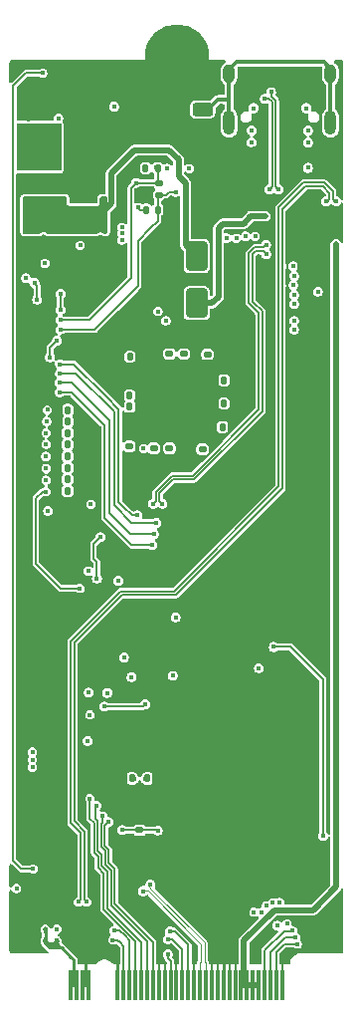
<source format=gbr>
%TF.GenerationSoftware,KiCad,Pcbnew,9.0.7*%
%TF.CreationDate,2026-02-19T00:24:31+01:00*%
%TF.ProjectId,BladeCore-M54C,426c6164-6543-46f7-9265-2d4d3534432e,rev?*%
%TF.SameCoordinates,Original*%
%TF.FileFunction,Copper,L6,Bot*%
%TF.FilePolarity,Positive*%
%FSLAX46Y46*%
G04 Gerber Fmt 4.6, Leading zero omitted, Abs format (unit mm)*
G04 Created by KiCad (PCBNEW 9.0.7) date 2026-02-19 00:24:31*
%MOMM*%
%LPD*%
G01*
G04 APERTURE LIST*
G04 Aperture macros list*
%AMRoundRect*
0 Rectangle with rounded corners*
0 $1 Rounding radius*
0 $2 $3 $4 $5 $6 $7 $8 $9 X,Y pos of 4 corners*
0 Add a 4 corners polygon primitive as box body*
4,1,4,$2,$3,$4,$5,$6,$7,$8,$9,$2,$3,0*
0 Add four circle primitives for the rounded corners*
1,1,$1+$1,$2,$3*
1,1,$1+$1,$4,$5*
1,1,$1+$1,$6,$7*
1,1,$1+$1,$8,$9*
0 Add four rect primitives between the rounded corners*
20,1,$1+$1,$2,$3,$4,$5,0*
20,1,$1+$1,$4,$5,$6,$7,0*
20,1,$1+$1,$6,$7,$8,$9,0*
20,1,$1+$1,$8,$9,$2,$3,0*%
G04 Aperture macros list end*
%TA.AperFunction,ComponentPad*%
%ADD10C,0.600000*%
%TD*%
%TA.AperFunction,SMDPad,CuDef*%
%ADD11R,2.400000X1.650000*%
%TD*%
%TA.AperFunction,HeatsinkPad*%
%ADD12O,1.000000X2.100000*%
%TD*%
%TA.AperFunction,HeatsinkPad*%
%ADD13O,1.000000X1.600000*%
%TD*%
%TA.AperFunction,SMDPad,CuDef*%
%ADD14R,0.350000X2.500000*%
%TD*%
%TA.AperFunction,ComponentPad*%
%ADD15C,5.500000*%
%TD*%
%TA.AperFunction,HeatsinkPad*%
%ADD16C,0.425000*%
%TD*%
%TA.AperFunction,SMDPad,CuDef*%
%ADD17RoundRect,0.140000X-0.170000X0.140000X-0.170000X-0.140000X0.170000X-0.140000X0.170000X0.140000X0*%
%TD*%
%TA.AperFunction,SMDPad,CuDef*%
%ADD18RoundRect,0.140000X0.170000X-0.140000X0.170000X0.140000X-0.170000X0.140000X-0.170000X-0.140000X0*%
%TD*%
%TA.AperFunction,SMDPad,CuDef*%
%ADD19RoundRect,0.140000X-0.140000X-0.170000X0.140000X-0.170000X0.140000X0.170000X-0.140000X0.170000X0*%
%TD*%
%TA.AperFunction,SMDPad,CuDef*%
%ADD20RoundRect,0.140000X0.140000X0.170000X-0.140000X0.170000X-0.140000X-0.170000X0.140000X-0.170000X0*%
%TD*%
%TA.AperFunction,SMDPad,CuDef*%
%ADD21RoundRect,0.125000X0.175000X0.125000X-0.175000X0.125000X-0.175000X-0.125000X0.175000X-0.125000X0*%
%TD*%
%TA.AperFunction,SMDPad,CuDef*%
%ADD22RoundRect,0.135000X-0.135000X-0.185000X0.135000X-0.185000X0.135000X0.185000X-0.135000X0.185000X0*%
%TD*%
%TA.AperFunction,SMDPad,CuDef*%
%ADD23RoundRect,0.250000X-0.650000X1.000000X-0.650000X-1.000000X0.650000X-1.000000X0.650000X1.000000X0*%
%TD*%
%TA.AperFunction,SMDPad,CuDef*%
%ADD24RoundRect,0.250000X-0.625000X0.312500X-0.625000X-0.312500X0.625000X-0.312500X0.625000X0.312500X0*%
%TD*%
%TA.AperFunction,SMDPad,CuDef*%
%ADD25RoundRect,0.112500X-0.112500X-0.237500X0.112500X-0.237500X0.112500X0.237500X-0.112500X0.237500X0*%
%TD*%
%TA.AperFunction,ViaPad*%
%ADD26C,0.400000*%
%TD*%
%TA.AperFunction,ViaPad*%
%ADD27C,0.450000*%
%TD*%
%TA.AperFunction,Conductor*%
%ADD28C,0.174000*%
%TD*%
%TA.AperFunction,Conductor*%
%ADD29C,0.200000*%
%TD*%
%TA.AperFunction,Conductor*%
%ADD30C,0.400000*%
%TD*%
%TA.AperFunction,Conductor*%
%ADD31C,0.350000*%
%TD*%
%TA.AperFunction,Conductor*%
%ADD32C,0.150000*%
%TD*%
%TA.AperFunction,Conductor*%
%ADD33C,0.250000*%
%TD*%
%TA.AperFunction,Conductor*%
%ADD34C,0.500000*%
%TD*%
%TA.AperFunction,Conductor*%
%ADD35C,0.120100*%
%TD*%
%TA.AperFunction,Conductor*%
%ADD36C,0.157700*%
%TD*%
G04 APERTURE END LIST*
D10*
%TO.P,IC7,11,PAD*%
%TO.N,GND*%
X5890000Y68620000D03*
X7610000Y68620000D03*
X6750000Y69100000D03*
D11*
X6750000Y69100000D03*
D10*
X5890000Y69580000D03*
X7610000Y69580000D03*
%TD*%
D12*
%TO.P,J3,S1,SHIELD*%
%TO.N,SHIELD*%
X27795000Y75120000D03*
D13*
X27795000Y79300000D03*
D12*
X19155000Y75120000D03*
D13*
X19155000Y79300000D03*
%TD*%
D14*
%TO.P,J1,2,2*%
%TO.N,GND*%
X23675000Y1850000D03*
%TO.P,J1,4,4*%
%TO.N,/Project Architecture/GPIO27*%
X23175000Y1850000D03*
%TO.P,J1,6,6*%
%TO.N,/Project Architecture/GPIO26*%
X22675000Y1850000D03*
%TO.P,J1,8,8*%
%TO.N,/Project Architecture/GPIO25*%
X22175000Y1850000D03*
%TO.P,J1,10,10*%
%TO.N,/Project Architecture/PWR*%
X21675000Y1850000D03*
%TO.P,J1,12,12*%
X21175000Y1850000D03*
%TO.P,J1,14,14*%
X20675000Y1850000D03*
%TO.P,J1,16,16*%
X20175000Y1850000D03*
%TO.P,J1,18,18*%
%TO.N,GND*%
X19675000Y1850000D03*
%TO.P,J1,20,20*%
X19175000Y1850000D03*
%TO.P,J1,22,22*%
X18675000Y1850000D03*
%TO.P,J1,24,24*%
X18175000Y1850000D03*
%TO.P,J1,26,26*%
X17675000Y1850000D03*
%TO.P,J1,28,28*%
%TO.N,/Project Architecture/CAN_P*%
X17175000Y1850000D03*
%TO.P,J1,30,30*%
%TO.N,/Project Architecture/CAN_N*%
X16675000Y1850000D03*
%TO.P,J1,32,32*%
%TO.N,GND*%
X16175000Y1850000D03*
%TO.P,J1,34,34*%
%TO.N,/Project Architecture/Microcontroller/GPIO37*%
X15675000Y1850000D03*
%TO.P,J1,36,36*%
%TO.N,/Project Architecture/Microcontroller/GPIO38*%
X15175000Y1850000D03*
%TO.P,J1,38,38*%
%TO.N,GND*%
X14675000Y1850000D03*
%TO.P,J1,40,40*%
%TO.N,/Project Architecture/Microcontroller/GPIO39*%
X14175000Y1850000D03*
%TO.P,J1,42,42*%
%TO.N,GND*%
X13675000Y1850000D03*
%TO.P,J1,44,44*%
X13175000Y1850000D03*
%TO.P,J1,46,46*%
%TO.N,/Project Architecture/ADC0*%
X12675000Y1850000D03*
%TO.P,J1,48,48*%
%TO.N,/Project Architecture/ADC1*%
X12175000Y1850000D03*
%TO.P,J1,50,50*%
%TO.N,/Project Architecture/ADC2*%
X11675000Y1850000D03*
%TO.P,J1,52,52*%
%TO.N,/Project Architecture/ADC3*%
X11175000Y1850000D03*
%TO.P,J1,54,54*%
%TO.N,/Project Architecture/ADC4*%
X10675000Y1850000D03*
%TO.P,J1,56,56*%
%TO.N,/Project Architecture/ADC5*%
X10175000Y1850000D03*
%TO.P,J1,58,58*%
%TO.N,GND*%
X9675000Y1850000D03*
%TO.P,J1,68,68*%
X7175000Y1850000D03*
%TO.P,J1,70,70*%
X6675000Y1850000D03*
%TO.P,J1,72,72*%
%TO.N,VBUS*%
X6175000Y1850000D03*
%TO.P,J1,74,74*%
X5675000Y1850000D03*
D15*
%TO.P,J1,SH1,SHIELD*%
%TO.N,GND*%
X14721447Y80770000D03*
%TD*%
D16*
%TO.P,IC1,81,GND*%
%TO.N,GND*%
X15529212Y50595788D03*
X15529212Y51445788D03*
X15529212Y52295788D03*
X14679212Y50595788D03*
X14679212Y51445788D03*
X14679212Y52295788D03*
X13829212Y50595788D03*
X13829212Y51445788D03*
X13829212Y52295788D03*
%TD*%
D17*
%TO.P,C14,1*%
%TO.N,+1V1*%
X14079212Y55470788D03*
%TO.P,C14,2*%
%TO.N,GND*%
X14079212Y54510788D03*
%TD*%
%TO.P,C4,1*%
%TO.N,+3.3V*%
X15304212Y55470788D03*
%TO.P,C4,2*%
%TO.N,GND*%
X15304212Y54510788D03*
%TD*%
%TO.P,C3,1*%
%TO.N,+3.3V*%
X17304212Y55445788D03*
%TO.P,C3,2*%
%TO.N,GND*%
X17304212Y54485788D03*
%TD*%
D18*
%TO.P,C8,1*%
%TO.N,+3.3V*%
X10679212Y47640788D03*
%TO.P,C8,2*%
%TO.N,GND*%
X10679212Y48600788D03*
%TD*%
D19*
%TO.P,C7,1*%
%TO.N,+3.3V*%
X10694212Y51945788D03*
%TO.P,C7,2*%
%TO.N,GND*%
X11654212Y51945788D03*
%TD*%
%TO.P,C5,1*%
%TO.N,+3.3V*%
X10699212Y55245788D03*
%TO.P,C5,2*%
%TO.N,GND*%
X11659212Y55245788D03*
%TD*%
%TO.P,C15,1*%
%TO.N,+1V1*%
X10694212Y50995788D03*
%TO.P,C15,2*%
%TO.N,GND*%
X11654212Y50995788D03*
%TD*%
D20*
%TO.P,C31,1*%
%TO.N,Net-(IC1B-GPIO46{slash}ADC6)*%
X5404212Y44820788D03*
%TO.P,C31,2*%
%TO.N,GND*%
X4444212Y44820788D03*
%TD*%
%TO.P,C27,1*%
%TO.N,Net-(IC1B-GPIO42{slash}ADC2)*%
X5409212Y48770788D03*
%TO.P,C27,2*%
%TO.N,GND*%
X4449212Y48770788D03*
%TD*%
D21*
%TO.P,D1,1,K1*%
%TO.N,/Project Architecture/Microcontroller Peripherals/I2C0_SDA*%
X13200000Y70000000D03*
%TO.P,D1,2,K2*%
%TO.N,/Project Architecture/Microcontroller Peripherals/I2C0_SCL*%
X13200000Y69000000D03*
%TO.P,D1,3,A*%
%TO.N,GND*%
X11900000Y69500000D03*
%TD*%
D18*
%TO.P,C9,1*%
%TO.N,+3.3V*%
X14079212Y47465788D03*
%TO.P,C9,2*%
%TO.N,GND*%
X14079212Y48425788D03*
%TD*%
D22*
%TO.P,R18,1*%
%TO.N,+3.3V*%
X12060000Y67730000D03*
%TO.P,R18,2*%
%TO.N,/Project Architecture/Microcontroller Peripherals/I2C0_SCL*%
X13080000Y67730000D03*
%TD*%
D20*
%TO.P,C32,1*%
%TO.N,Net-(IC1B-GPIO47{slash}ADC7)*%
X5404212Y43845788D03*
%TO.P,C32,2*%
%TO.N,GND*%
X4444212Y43845788D03*
%TD*%
%TO.P,C1,1*%
%TO.N,+3.3V*%
X18589212Y49270788D03*
%TO.P,C1,2*%
%TO.N,GND*%
X17629212Y49270788D03*
%TD*%
D23*
%TO.P,D8,1,K*%
%TO.N,+5V*%
X16400000Y63800000D03*
%TO.P,D8,2,A*%
%TO.N,VBUS_ONBOARD*%
X16400000Y59800000D03*
%TD*%
D24*
%TO.P,R57,1*%
%TO.N,SHIELD*%
X16900000Y76262500D03*
%TO.P,R57,2*%
%TO.N,GND*%
X16900000Y73337500D03*
%TD*%
D18*
%TO.P,C33,1*%
%TO.N,Net-(C33-Pad1)*%
X11525000Y14995000D03*
%TO.P,C33,2*%
%TO.N,GND*%
X11525000Y15955000D03*
%TD*%
D20*
%TO.P,C13,1*%
%TO.N,+1V1*%
X18734212Y51270788D03*
%TO.P,C13,2*%
%TO.N,GND*%
X17774212Y51270788D03*
%TD*%
%TO.P,C2,1*%
%TO.N,+3.3V*%
X18734212Y53245788D03*
%TO.P,C2,2*%
%TO.N,GND*%
X17774212Y53245788D03*
%TD*%
%TO.P,C30,1*%
%TO.N,Net-(IC1B-GPIO45{slash}ADC5)*%
X5409212Y45795788D03*
%TO.P,C30,2*%
%TO.N,GND*%
X4449212Y45795788D03*
%TD*%
D25*
%TO.P,D9,1,K1*%
%TO.N,/Project Architecture/CAN Interface/IC_CAN_N*%
X10900000Y19400000D03*
%TO.P,D9,2,K2*%
%TO.N,/Project Architecture/CAN Interface/IC_CAN_P*%
X12200000Y19400000D03*
%TO.P,D9,3,A*%
%TO.N,GND*%
X11550000Y17400000D03*
%TD*%
D22*
%TO.P,R17,1*%
%TO.N,+3.3V*%
X12050000Y71260000D03*
%TO.P,R17,2*%
%TO.N,/Project Architecture/Microcontroller Peripherals/I2C0_SDA*%
X13070000Y71260000D03*
%TD*%
D20*
%TO.P,C26,1*%
%TO.N,Net-(IC1B-GPIO41{slash}ADC1)*%
X5429212Y49745788D03*
%TO.P,C26,2*%
%TO.N,GND*%
X4469212Y49745788D03*
%TD*%
D18*
%TO.P,C16,1*%
%TO.N,+1V1*%
X12754212Y47465788D03*
%TO.P,C16,2*%
%TO.N,GND*%
X12754212Y48425788D03*
%TD*%
D20*
%TO.P,C25,1*%
%TO.N,Net-(IC1B-GPIO40{slash}ADC0)*%
X5429212Y50720788D03*
%TO.P,C25,2*%
%TO.N,GND*%
X4469212Y50720788D03*
%TD*%
D18*
%TO.P,C10,1*%
%TO.N,+3.3V*%
X16879212Y47390788D03*
%TO.P,C10,2*%
%TO.N,GND*%
X16879212Y48350788D03*
%TD*%
D20*
%TO.P,C28,1*%
%TO.N,Net-(IC1B-GPIO43{slash}ADC3)*%
X5404212Y47770788D03*
%TO.P,C28,2*%
%TO.N,GND*%
X4444212Y47770788D03*
%TD*%
%TO.P,C29,1*%
%TO.N,Net-(IC1B-GPIO44{slash}ADC4)*%
X5404212Y46770788D03*
%TO.P,C29,2*%
%TO.N,GND*%
X4444212Y46770788D03*
%TD*%
D26*
%TO.N,GND*%
X7500000Y64725000D03*
X9150000Y58100000D03*
D27*
X19675000Y73475000D03*
D26*
X14250000Y24250000D03*
X24000000Y43000000D03*
X18410000Y4640000D03*
X5875000Y9700000D03*
D27*
X20825000Y71150000D03*
X9370000Y24496408D03*
D26*
X8700000Y7200000D03*
X19750000Y32350000D03*
X7500000Y20500000D03*
X14250000Y20500000D03*
X1400000Y23475000D03*
X10200000Y19350000D03*
X24000000Y40000000D03*
X24000000Y41500000D03*
X3650000Y57400000D03*
D27*
X10170000Y24496408D03*
D26*
X14250000Y25500000D03*
X6750000Y62900000D03*
X14250000Y21750000D03*
X26000000Y7100000D03*
X27200000Y10500000D03*
X18500000Y25750000D03*
X6000000Y78500000D03*
X17750000Y34600000D03*
X13810000Y75255000D03*
X17250000Y29500000D03*
X18500000Y30750000D03*
X15040000Y74500000D03*
X12325000Y55250000D03*
D27*
X22875000Y63250000D03*
D26*
X12475000Y64200000D03*
D27*
X10170000Y23696408D03*
D26*
X6500000Y28500000D03*
X28000000Y5100000D03*
X13000000Y20500000D03*
X8850000Y78550000D03*
X20600000Y58600000D03*
X3300000Y10100000D03*
D27*
X17000000Y23950000D03*
D26*
X9700000Y62000000D03*
D27*
X9370000Y23696408D03*
D26*
X9275000Y15000000D03*
X17250000Y30750000D03*
X23200000Y31350000D03*
X19750000Y27000000D03*
X14250000Y23000000D03*
X4050000Y64700000D03*
X19750000Y29500000D03*
D27*
X12950000Y17400000D03*
D26*
X21420000Y4640000D03*
X1800000Y5225000D03*
X10665836Y45034164D03*
X22750000Y41500000D03*
X11400000Y69050000D03*
D27*
X17477407Y68534304D03*
D26*
X7425000Y9700000D03*
X19750000Y28250000D03*
X8750000Y21750000D03*
X26000000Y5100000D03*
X22650000Y59025000D03*
X18750000Y32350000D03*
X17758697Y33528588D03*
X12900000Y19350000D03*
X4134800Y42925000D03*
D27*
X10200000Y17400000D03*
X14475000Y30525000D03*
X27000000Y69100000D03*
X10650000Y27350000D03*
D26*
X2325000Y13100000D03*
X21425000Y36700000D03*
X1100000Y6000000D03*
X16152914Y61957437D03*
X8100000Y5625000D03*
X6475000Y37975000D03*
D27*
X17477407Y69184304D03*
X26775000Y72775000D03*
X20000000Y69800000D03*
D26*
X14700000Y67450000D03*
X5262500Y73787500D03*
X17625000Y48525000D03*
X2050000Y75450000D03*
X18750000Y34600000D03*
X11650000Y52575000D03*
X16200000Y67450000D03*
D27*
X10075000Y9000000D03*
D26*
X17450000Y78350000D03*
X17750000Y32350000D03*
X3300000Y9050000D03*
X8200000Y38945000D03*
X19750000Y30750000D03*
X21250000Y44500000D03*
X7475000Y35575000D03*
X28000000Y7100000D03*
X11651527Y50326527D03*
X12939472Y10842202D03*
X1075000Y7000000D03*
X11344364Y9359032D03*
D27*
X11288230Y36947230D03*
D26*
X8500000Y72550000D03*
X18758697Y33528588D03*
D27*
X9200000Y28900000D03*
D26*
X13925000Y42325000D03*
X21250000Y43000000D03*
D27*
X19675000Y72800000D03*
X28600000Y69100000D03*
D26*
X17000000Y73362500D03*
X10675000Y49250000D03*
X3700000Y54200000D03*
X3750000Y52150000D03*
X15300000Y53900000D03*
X17150000Y42300000D03*
X8800000Y27800000D03*
X16550000Y54475000D03*
X18758697Y35697756D03*
X5575000Y5525000D03*
X5900000Y77125000D03*
X5550000Y79700000D03*
X23925000Y4650000D03*
X11550000Y48225000D03*
D27*
X10970000Y23696408D03*
D26*
X6500000Y29750000D03*
X10000000Y20500000D03*
X1475000Y28125000D03*
D27*
X12556391Y37023458D03*
D26*
X9425000Y4925000D03*
X17758697Y35697756D03*
X17100000Y51275000D03*
X8225000Y65400000D03*
X13000000Y24250000D03*
D27*
X14600000Y4725000D03*
D26*
X7500000Y21750000D03*
X18500000Y29500000D03*
X8675000Y73875000D03*
X18500000Y28250000D03*
X27200000Y8100000D03*
X2400000Y18975000D03*
X8750000Y20500000D03*
D27*
X27200000Y73550000D03*
X10970000Y24496408D03*
D26*
X20000000Y46000000D03*
X7100000Y23700000D03*
X13000000Y25500000D03*
X12776527Y49201527D03*
X13825000Y14950000D03*
D27*
X14300000Y68500000D03*
X20000000Y69150000D03*
X20000000Y68500000D03*
X17477407Y69834304D03*
D26*
X14100000Y49178200D03*
X26000000Y7100000D03*
X13207306Y34500000D03*
X9650000Y75250000D03*
X25125000Y59000000D03*
X19750000Y34600000D03*
X19758697Y35697756D03*
X12225000Y42325000D03*
X14075000Y53900000D03*
X19758697Y33528588D03*
D27*
X17477407Y67884304D03*
D26*
X11750000Y21750000D03*
D27*
X14475000Y28875000D03*
D26*
X18500000Y27000000D03*
X11500000Y43000000D03*
X17100000Y53250000D03*
X13000000Y21750000D03*
D27*
X20000000Y67850000D03*
X9900000Y38900000D03*
D26*
X5075000Y64700000D03*
X15325000Y73680000D03*
X14600000Y31340000D03*
X16562573Y49190627D03*
X8475000Y71000000D03*
X14250000Y26500000D03*
X3350000Y65450000D03*
D27*
X22300000Y65400000D03*
D26*
X9036626Y71810000D03*
X13975000Y65025000D03*
%TO.N,+5V*%
X4000000Y68100000D03*
X8475000Y67625000D03*
X3000000Y68100000D03*
X2400000Y21650000D03*
X3000000Y67100000D03*
X3325000Y66375000D03*
X4000000Y67100000D03*
X2000000Y68100000D03*
X2000000Y67100000D03*
X2400000Y20350000D03*
X2400000Y21000000D03*
%TO.N,+3.3V*%
X3500000Y74600000D03*
D27*
X10850000Y28025000D03*
D26*
X2500000Y73600000D03*
X11385876Y67935876D03*
X10679212Y47670788D03*
X12050000Y71300000D03*
X1500000Y74600000D03*
X18729212Y53245788D03*
X10704212Y55245788D03*
X3500000Y73600000D03*
X24600000Y62950000D03*
D27*
X14600000Y33100000D03*
D26*
X2500000Y74600000D03*
X17279212Y55470788D03*
X3500000Y71600000D03*
X3720000Y42150000D03*
X13895000Y71245000D03*
X7394192Y42703494D03*
X10654212Y51845788D03*
X18589212Y49270788D03*
X11879212Y47445788D03*
D27*
X8775000Y26675000D03*
D26*
X3480331Y63180331D03*
X1500000Y72600000D03*
X4497224Y73585855D03*
D27*
X9350000Y76500000D03*
X7100000Y22600000D03*
D26*
X14054212Y47420788D03*
X2500000Y71600000D03*
X1850000Y61925000D03*
X4500000Y71600000D03*
X16879212Y47445788D03*
X1500000Y71600000D03*
X21675000Y28775000D03*
X4625000Y75525000D03*
X6475000Y64700000D03*
X15279212Y55470788D03*
X1500000Y73600000D03*
X4500000Y74600000D03*
D27*
%TO.N,VREF_OUT*%
X8200000Y39905000D03*
X7900000Y36400000D03*
D26*
%TO.N,/Project Architecture/Microcontroller Peripherals/VREF_IN*%
X7150000Y37025000D03*
X15775000Y71250000D03*
D27*
%TO.N,Net-(C33-Pad1)*%
X10050000Y15000000D03*
X13085000Y14975000D03*
D26*
%TO.N,+1V1*%
X12679212Y47445788D03*
X14054212Y55445788D03*
X18779212Y51245788D03*
X10654212Y51045788D03*
%TO.N,VBUS*%
X4500000Y5600000D03*
X3275000Y79350000D03*
X3500000Y5600000D03*
X2475000Y11700000D03*
X3500000Y6600000D03*
X4500000Y6600000D03*
%TO.N,/Project Architecture/Microcontroller/ADC_VUSB*%
X1050000Y10050000D03*
X3575000Y44750000D03*
D27*
%TO.N,HEARTBEAT*%
X14350000Y28125000D03*
X11350000Y41750000D03*
X4750000Y54600000D03*
%TO.N,/Project Architecture/Microcontroller Peripherals/I2C0_SCL*%
X14600000Y69250000D03*
D26*
X4800000Y57550000D03*
%TO.N,/Project Architecture/Microcontroller Peripherals/I2C0_SDA*%
X4775000Y58350000D03*
D27*
X11226000Y70026000D03*
D26*
X12960000Y71380000D03*
D27*
%TO.N,QSPI_SS*%
X22950000Y30575000D03*
X27150000Y14525000D03*
D26*
%TO.N,/Project Architecture/Microcontroller Peripherals/SWDIO*%
X13100000Y59100000D03*
X7200000Y26700000D03*
%TO.N,/Project Architecture/Microcontroller Peripherals/SWCLK*%
X13766212Y58300000D03*
X7300000Y24800000D03*
%TO.N,/Project Architecture/GPIO22*%
X23450000Y8850000D03*
X24626624Y61326624D03*
%TO.N,/Project Architecture/GPIO23*%
X23250000Y6900000D03*
X24700000Y62100000D03*
%TO.N,/Project Architecture/GPIO18*%
X21266587Y8033413D03*
X24700000Y57550000D03*
%TO.N,/Project Architecture/GPIO27*%
X24950000Y5325000D03*
X18970000Y65330000D03*
D27*
%TO.N,/Project Architecture/CAN Interface/IC_CAN_N*%
X11050000Y19375000D03*
%TO.N,/Project Architecture/PWR*%
X28250000Y64800000D03*
X28250000Y63600000D03*
D26*
X10025000Y65725000D03*
X10025000Y66250000D03*
D27*
X28250000Y64200000D03*
D26*
X10025000Y65175000D03*
%TO.N,/Project Architecture/ADC0*%
X3675000Y50725000D03*
X8900000Y15700000D03*
%TO.N,/Project Architecture/GPIO26*%
X24825000Y5900000D03*
X19760000Y65310000D03*
%TO.N,/Project Architecture/ADC5*%
X9250000Y5675000D03*
X3575000Y45750000D03*
%TO.N,/Project Architecture/GPIO25*%
X20538947Y65475584D03*
X24550000Y6450000D03*
%TO.N,/Project Architecture/GPIO21*%
X22883724Y8839516D03*
X24700000Y60500000D03*
%TO.N,/Project Architecture/ADC4*%
X3550000Y46775000D03*
X9350000Y6475000D03*
%TO.N,/Project Architecture/GPIO19*%
X24700000Y58300000D03*
X21875000Y8000000D03*
D27*
%TO.N,/Project Architecture/CAN Interface/IC_CAN_P*%
X12050000Y19375000D03*
D26*
%TO.N,/Project Architecture/GPIO20*%
X22350000Y8575000D03*
X24700000Y59730000D03*
%TO.N,/Project Architecture/GPIO24*%
X21366572Y65475000D03*
X24075000Y7050000D03*
%TO.N,Net-(IC1B-GPIO40{slash}ADC0)*%
X5425728Y50817350D03*
%TO.N,Net-(IC1B-GPIO41{slash}ADC1)*%
X5465409Y49791321D03*
%TO.N,Net-(IC1B-GPIO42{slash}ADC2)*%
X5448403Y48793636D03*
%TO.N,Net-(IC1B-GPIO43{slash}ADC3)*%
X5414391Y47807288D03*
%TO.N,Net-(IC1B-GPIO44{slash}ADC4)*%
X5397385Y46798265D03*
%TO.N,Net-(IC1B-GPIO45{slash}ADC5)*%
X5397385Y45732555D03*
%TO.N,Net-(IC1B-GPIO46{slash}ADC6)*%
X5454072Y44774550D03*
%TO.N,Net-(IC1B-GPIO47{slash}ADC7)*%
X5442734Y43884569D03*
%TO.N,/Project Architecture/ADC2*%
X3575000Y48775000D03*
X7900000Y17100000D03*
%TO.N,/Project Architecture/ADC3*%
X7300000Y17700000D03*
X3575000Y47800000D03*
%TO.N,/Project Architecture/ADC1*%
X3625000Y49750000D03*
X8400000Y16200000D03*
%TO.N,/Project Architecture/Microcontroller Peripherals/ADC_VREF*%
X3575000Y43775000D03*
X6430000Y35550000D03*
D27*
%TO.N,/Project Architecture/Microcontroller/GPIO38*%
X12750000Y40175000D03*
X13950000Y5750000D03*
X4725000Y53025000D03*
%TO.N,/Project Architecture/Microcontroller/GPIO37*%
X14125000Y6425000D03*
X12950000Y41125000D03*
X4750000Y53825000D03*
%TO.N,/Project Architecture/Microcontroller/GPIO39*%
X4725000Y52225000D03*
X13925000Y4450000D03*
X12600000Y39225000D03*
%TO.N,/Project Architecture/Microcontroller/SPI1_SCLK*%
X4800000Y60600000D03*
X4800000Y59233788D03*
%TO.N,VBUS_ONBOARD*%
X25725000Y76375000D03*
X26720000Y60775000D03*
X21050000Y73475000D03*
X25875000Y74480000D03*
X25875000Y73450000D03*
D26*
X22250000Y67200000D03*
X21600000Y67200000D03*
D27*
X21225000Y76375000D03*
D26*
X21000000Y67200000D03*
D27*
X21075000Y74480000D03*
X25875000Y71300000D03*
%TO.N,USB_D-*%
X28273510Y68471105D03*
D26*
X6325000Y8900000D03*
D27*
%TO.N,USB_D+*%
X27417989Y68455114D03*
D26*
X7025000Y8900000D03*
D27*
%TO.N,USB_ONB_D+*%
X22601747Y69451126D03*
X22197071Y77154054D03*
%TO.N,USB_ONB_D-*%
X22738102Y77732397D03*
X23357324Y69463119D03*
%TO.N,/Project Architecture/USB Interface and Power/USB_RP_D+*%
X22300000Y63981852D03*
X13484743Y42748112D03*
%TO.N,/Project Architecture/USB Interface and Power/USB_RP_D-*%
X12676013Y42759449D03*
X22300000Y64768079D03*
D26*
%TO.N,SHIELD*%
X16950000Y76275000D03*
D27*
%TO.N,/Project Architecture/Microcontroller/SPI1_MISO*%
X2587961Y61512039D03*
X2800000Y60100000D03*
%TO.N,Net-(IC29-RXD)*%
X12000000Y25700000D03*
X8550000Y25500000D03*
%TO.N,/Project Architecture/CAN_P*%
X12467736Y10382460D03*
%TO.N,/Project Architecture/CAN_N*%
X11832091Y9826770D03*
%TO.N,/Project Architecture/Microcontroller/CAN_RST*%
X4500000Y56600000D03*
X9712000Y36200000D03*
X10200000Y29700000D03*
X3900000Y55200000D03*
%TD*%
D28*
%TO.N,GND*%
X16175000Y5250000D02*
X16175000Y1850000D01*
D29*
X14200000Y42600000D02*
X14200000Y43400000D01*
D28*
X11525000Y15955000D02*
X11525000Y17375000D01*
D29*
X22875000Y50200000D02*
X22875000Y63250000D01*
D28*
X13175000Y10475000D02*
X13175000Y9950000D01*
D30*
X12754212Y49179212D02*
X12776527Y49201527D01*
X11654212Y52570788D02*
X11654212Y51945788D01*
X14079212Y48425788D02*
X14079212Y49157412D01*
D31*
X16962500Y73325000D02*
X17000000Y73362500D01*
D28*
X19375000Y4650000D02*
X19365000Y4640000D01*
D29*
X19170212Y48870212D02*
X18500000Y48200000D01*
D28*
X14150000Y5175000D02*
X13175000Y5175000D01*
D30*
X17104212Y51270788D02*
X17100000Y51275000D01*
X11659212Y55245788D02*
X12320788Y55245788D01*
D28*
X13175000Y9950000D02*
X17500000Y5625000D01*
D29*
X22300000Y65400000D02*
X22000093Y65400000D01*
D30*
X16879212Y48350788D02*
X16879212Y48873988D01*
D29*
X22900000Y46300000D02*
X22875000Y46325000D01*
D28*
X19175000Y4225000D02*
X19025000Y4375000D01*
D30*
X12320788Y55245788D02*
X12325000Y55250000D01*
X17304212Y54485788D02*
X16560788Y54485788D01*
D28*
X11344364Y9359032D02*
X11615968Y9359032D01*
X14675000Y1850000D02*
X14675000Y4650000D01*
D29*
X7200000Y9925000D02*
X7425000Y9700000D01*
D32*
X11900000Y69500000D02*
X11850000Y69500000D01*
D29*
X25800000Y69100000D02*
X24100000Y67400000D01*
D28*
X18175000Y4405000D02*
X18410000Y4640000D01*
D30*
X17450788Y48350788D02*
X17625000Y48525000D01*
D29*
X5875000Y9700000D02*
X5326000Y10249000D01*
X16400000Y44200000D02*
X22400000Y50200000D01*
X5326000Y18874000D02*
X5100000Y19100000D01*
D33*
X6675000Y1845000D02*
X6925000Y1845000D01*
D30*
X16879212Y48873988D02*
X16562573Y49190627D01*
X15304212Y53904212D02*
X15300000Y53900000D01*
D28*
X19175000Y1850000D02*
X19175000Y4225000D01*
X12939472Y10842202D02*
X12939472Y10710528D01*
D29*
X23675000Y1845000D02*
X23675000Y4400000D01*
D33*
X9675000Y4675000D02*
X9425000Y4925000D01*
D30*
X10679212Y49245788D02*
X10675000Y49250000D01*
D29*
X14200000Y43400000D02*
X15000000Y44200000D01*
X19170212Y49000000D02*
X19170212Y48870212D01*
D28*
X17500000Y4175000D02*
X17675000Y4000000D01*
X18175000Y1850000D02*
X18175000Y4405000D01*
X11550000Y17400000D02*
X12950000Y17400000D01*
D29*
X5100000Y19100000D02*
X5100000Y31300000D01*
D33*
X6925000Y1845000D02*
X7175000Y1845000D01*
D29*
X6500000Y28000000D02*
X6500000Y15800000D01*
X9474000Y35674000D02*
X14274000Y35674000D01*
X22875000Y46325000D02*
X22875000Y50200000D01*
X5326000Y10249000D02*
X5326000Y18874000D01*
D28*
X25200000Y70400000D02*
X27700000Y70400000D01*
D30*
X17104212Y53245788D02*
X17100000Y53250000D01*
X16879212Y48350788D02*
X17450788Y48350788D01*
D29*
X5100000Y31300000D02*
X9474000Y35674000D01*
D30*
X11654212Y50995788D02*
X11654212Y51945788D01*
D29*
X6500000Y15800000D02*
X7200000Y15100000D01*
D28*
X13175000Y5575000D02*
X11925000Y6825000D01*
X13175000Y3825000D02*
X13175000Y5175000D01*
X12200000Y9225000D02*
X16175000Y5250000D01*
D30*
X11654212Y50995788D02*
X11654212Y50329212D01*
X17629212Y48529212D02*
X17625000Y48525000D01*
D33*
X6925000Y1845000D02*
X6925000Y4450000D01*
D32*
X11850000Y69500000D02*
X11400000Y69050000D01*
D28*
X19025000Y4375000D02*
X18675000Y4375000D01*
X13450000Y3825000D02*
X13175000Y3825000D01*
X11925000Y6825000D02*
X10075000Y8675000D01*
D30*
X10679212Y48600788D02*
X10679212Y49245788D01*
D29*
X14800000Y46400000D02*
X11500000Y43100000D01*
X24100000Y43900000D02*
X14700000Y34500000D01*
D28*
X22875000Y68075000D02*
X24800000Y70000000D01*
D29*
X20900000Y64900000D02*
X20200000Y64200000D01*
X16825974Y46400000D02*
X14800000Y46400000D01*
D30*
X17774212Y51270788D02*
X17104212Y51270788D01*
D28*
X11550000Y17400000D02*
X10200000Y17400000D01*
X13675000Y1850000D02*
X13675000Y3600000D01*
X19675000Y1850000D02*
X19675000Y4350000D01*
D29*
X10100000Y34500000D02*
X6600000Y31000000D01*
D30*
X17774212Y53245788D02*
X17104212Y53245788D01*
D29*
X14700000Y34500000D02*
X10100000Y34500000D01*
X14274000Y35674000D02*
X22900000Y44300000D01*
X6600000Y28100000D02*
X6500000Y28000000D01*
D28*
X27700000Y70400000D02*
X28600000Y69500000D01*
D29*
X22900000Y44300000D02*
X22900000Y46300000D01*
D28*
X14675000Y4650000D02*
X14600000Y4725000D01*
X11750000Y9225000D02*
X12200000Y9225000D01*
D30*
X11650000Y52575000D02*
X11654212Y52570788D01*
D29*
X21500093Y64900000D02*
X20900000Y64900000D01*
X6600000Y31000000D02*
X6600000Y28100000D01*
D28*
X22875000Y63250000D02*
X22875000Y68075000D01*
D33*
X18675000Y1845000D02*
X18675000Y4375000D01*
D29*
X18500000Y48074026D02*
X16825974Y46400000D01*
X11500000Y43100000D02*
X11500000Y43000000D01*
D28*
X13175000Y1850000D02*
X13175000Y3825000D01*
D29*
X13925000Y42325000D02*
X14200000Y42600000D01*
D28*
X19675000Y4350000D02*
X19375000Y4650000D01*
D29*
X20200000Y50029788D02*
X19170212Y49000000D01*
D30*
X14079212Y53904212D02*
X14075000Y53900000D01*
D31*
X16950000Y73325000D02*
X16962500Y73325000D01*
D29*
X7200000Y15100000D02*
X7200000Y9925000D01*
D28*
X28600000Y69500000D02*
X28600000Y69100000D01*
D30*
X17629212Y49270788D02*
X17629212Y48529212D01*
D28*
X17500000Y5625000D02*
X17500000Y4175000D01*
D30*
X15304212Y54510788D02*
X15304212Y53904212D01*
D29*
X22000093Y65400000D02*
X21500093Y64900000D01*
D28*
X12939472Y10710528D02*
X13175000Y10475000D01*
D30*
X12754212Y48425788D02*
X12754212Y49179212D01*
D28*
X13175000Y5175000D02*
X13175000Y5575000D01*
X10075000Y8675000D02*
X10075000Y9000000D01*
D29*
X18500000Y48200000D02*
X18500000Y48074026D01*
X27000000Y69100000D02*
X25800000Y69100000D01*
D30*
X11654212Y50329212D02*
X11651527Y50326527D01*
D29*
X22400000Y50200000D02*
X22875000Y50200000D01*
X15000000Y44200000D02*
X16400000Y44200000D01*
D28*
X13675000Y3600000D02*
X13450000Y3825000D01*
D30*
X14079212Y49157412D02*
X14100000Y49178200D01*
D29*
X20200000Y64200000D02*
X20200000Y50029788D01*
D33*
X18675000Y4375000D02*
X18410000Y4640000D01*
D28*
X24800000Y70000000D02*
X25200000Y70400000D01*
D30*
X14079212Y54510788D02*
X14079212Y53904212D01*
D33*
X9675000Y1845000D02*
X9675000Y4675000D01*
D28*
X14600000Y4725000D02*
X14150000Y5175000D01*
X11525000Y17375000D02*
X11550000Y17400000D01*
D30*
X16560788Y54485788D02*
X16550000Y54475000D01*
D29*
X24100000Y67400000D02*
X24100000Y43900000D01*
D33*
X6925000Y4450000D02*
X8100000Y5625000D01*
D29*
X23675000Y4400000D02*
X23925000Y4650000D01*
D28*
X11615968Y9359032D02*
X11750000Y9225000D01*
X17675000Y4000000D02*
X17675000Y1850000D01*
X19365000Y4640000D02*
X18410000Y4640000D01*
D34*
%TO.N,+5V*%
X14050000Y72800000D02*
X11100000Y72800000D01*
X14850000Y72000000D02*
X14050000Y72800000D01*
X15450000Y64750000D02*
X15450000Y70000000D01*
X9100000Y70800000D02*
X9100000Y68250000D01*
X9100000Y68250000D02*
X8475000Y67625000D01*
X14850000Y70600000D02*
X14850000Y72000000D01*
X11100000Y72800000D02*
X9100000Y70800000D01*
X15450000Y70000000D02*
X14850000Y70600000D01*
X16400000Y63800000D02*
X15450000Y64750000D01*
D32*
%TO.N,+3.3V*%
X11591752Y67730000D02*
X12060000Y67730000D01*
X11385876Y67935876D02*
X11591752Y67730000D01*
D31*
X12050000Y71260000D02*
X12050000Y71300000D01*
D32*
%TO.N,VREF_OUT*%
X7600000Y38100000D02*
X7600000Y39305000D01*
X7900000Y37800000D02*
X7600000Y38100000D01*
X7900000Y36400000D02*
X7900000Y37800000D01*
X7600000Y39305000D02*
X8200000Y39905000D01*
D28*
%TO.N,Net-(C33-Pad1)*%
X13065000Y14995000D02*
X13085000Y14975000D01*
X10055000Y14995000D02*
X10050000Y15000000D01*
X11525000Y14995000D02*
X13065000Y14995000D01*
X11525000Y14995000D02*
X10055000Y14995000D01*
D33*
%TO.N,VBUS*%
X6175000Y1845000D02*
X5925000Y1845000D01*
D32*
X775000Y74600000D02*
X749000Y74574000D01*
D33*
X4900000Y5025000D02*
X3850000Y5025000D01*
D32*
X1450000Y11700000D02*
X2475000Y11700000D01*
D33*
X5925000Y1845000D02*
X5675000Y1845000D01*
D32*
X749000Y12401000D02*
X1450000Y11700000D01*
X3275000Y79350000D02*
X1875000Y79350000D01*
D33*
X5925000Y4000000D02*
X5700000Y4225000D01*
D32*
X775000Y78250000D02*
X775000Y74600000D01*
D33*
X3850000Y5025000D02*
X3500000Y5375000D01*
D32*
X749000Y74574000D02*
X749000Y12401000D01*
X1875000Y79350000D02*
X775000Y78250000D01*
D33*
X5700000Y4225000D02*
X4900000Y5025000D01*
X3500000Y5375000D02*
X3500000Y6600000D01*
X5925000Y1845000D02*
X5925000Y4000000D01*
D28*
%TO.N,HEARTBEAT*%
X10175000Y42475000D02*
X9750000Y42900000D01*
X9750000Y50800000D02*
X8725000Y51825000D01*
X11350000Y41750000D02*
X10900000Y41750000D01*
X9750000Y45425000D02*
X9750000Y50800000D01*
X5950000Y54600000D02*
X4750000Y54600000D01*
X10900000Y41750000D02*
X10175000Y42475000D01*
X8725000Y51825000D02*
X5950000Y54600000D01*
X9750000Y42900000D02*
X9750000Y45425000D01*
D32*
%TO.N,/Project Architecture/Microcontroller Peripherals/I2C0_SCL*%
X7700000Y57550000D02*
X11375000Y61225000D01*
X13080000Y66780000D02*
X13080000Y67730000D01*
X13080000Y67730000D02*
X13080000Y68880000D01*
X4800000Y57550000D02*
X7700000Y57550000D01*
X13080000Y68880000D02*
X13200000Y69000000D01*
D28*
X12400000Y66150000D02*
X12450000Y66150000D01*
X13750000Y69000000D02*
X13200000Y69000000D01*
X14000000Y69250000D02*
X13750000Y69000000D01*
D32*
X11375000Y61225000D02*
X11375000Y65075000D01*
D28*
X14600000Y69250000D02*
X14000000Y69250000D01*
D32*
X11375000Y65075000D02*
X12450000Y66150000D01*
X12450000Y66150000D02*
X13080000Y66780000D01*
%TO.N,/Project Architecture/Microcontroller Peripherals/I2C0_SDA*%
X11226000Y70026000D02*
X13174000Y70026000D01*
X10800000Y61925000D02*
X10800000Y69600000D01*
X13174000Y70026000D02*
X13200000Y70000000D01*
X13070000Y71260000D02*
X13070000Y70130000D01*
X7225000Y58350000D02*
X10800000Y61925000D01*
X10800000Y69600000D02*
X11226000Y70026000D01*
X4775000Y58350000D02*
X7225000Y58350000D01*
D28*
%TO.N,QSPI_SS*%
X24400000Y30575000D02*
X22950000Y30575000D01*
X25475000Y29500000D02*
X24400000Y30575000D01*
X27150000Y14525000D02*
X27150000Y27825000D01*
X27150000Y27825000D02*
X25475000Y29500000D01*
D32*
%TO.N,/Project Architecture/GPIO27*%
X24950000Y5325000D02*
X23895000Y5325000D01*
X23895000Y5325000D02*
X23175000Y4605000D01*
X23175000Y4605000D02*
X23175000Y1845000D01*
D35*
%TO.N,/Project Architecture/CAN Interface/IC_CAN_N*%
X10900000Y19400000D02*
X10925000Y19375000D01*
X10925000Y19375000D02*
X11050000Y19375000D01*
D34*
%TO.N,/Project Architecture/PWR*%
X26275000Y8200000D02*
X28250000Y10175000D01*
D29*
X21675000Y1845000D02*
X21475000Y1845000D01*
D34*
X20425000Y5625000D02*
X23000000Y8200000D01*
X20425000Y1845000D02*
X20425000Y5625000D01*
X20425000Y1845000D02*
X21475000Y1845000D01*
D29*
X21475000Y1845000D02*
X21175000Y1845000D01*
D34*
X28250000Y64200000D02*
X28250000Y64800000D01*
D29*
X20175000Y1845000D02*
X20425000Y1845000D01*
D34*
X28250000Y10175000D02*
X28250000Y60625000D01*
D29*
X20675000Y1845000D02*
X21175000Y1845000D01*
D34*
X23000000Y8200000D02*
X26275000Y8200000D01*
D29*
X20425000Y1845000D02*
X20675000Y1845000D01*
D34*
X28250000Y60625000D02*
X28250000Y64200000D01*
D28*
%TO.N,/Project Architecture/ADC0*%
X8575000Y15375000D02*
X8575000Y13682000D01*
X12675000Y5455306D02*
X12675000Y1845000D01*
X9400000Y11725000D02*
X9400000Y8730306D01*
X8907000Y12218000D02*
X9400000Y11725000D01*
X8907000Y13350000D02*
X8907000Y12218000D01*
X9400000Y8730306D02*
X12675000Y5455306D01*
X8575000Y13682000D02*
X8907000Y13350000D01*
X8900000Y15700000D02*
X8575000Y15375000D01*
D32*
%TO.N,/Project Architecture/GPIO26*%
X24825000Y5900000D02*
X23940000Y5900000D01*
X22675000Y4635000D02*
X22675000Y1845000D01*
X23940000Y5900000D02*
X22675000Y4635000D01*
D28*
%TO.N,/Project Architecture/ADC5*%
X9875000Y5450000D02*
X9650000Y5675000D01*
X9650000Y5675000D02*
X9250000Y5675000D01*
X10175000Y5150000D02*
X9875000Y5450000D01*
X10175000Y1845000D02*
X10175000Y5150000D01*
D32*
%TO.N,/Project Architecture/GPIO25*%
X24525000Y6425000D02*
X23845000Y6425000D01*
X23845000Y6425000D02*
X22175000Y4755000D01*
X22175000Y4755000D02*
X22175000Y1845000D01*
X24550000Y6450000D02*
X24525000Y6425000D01*
D28*
%TO.N,/Project Architecture/ADC4*%
X10675000Y5625000D02*
X10275000Y6025000D01*
X9825000Y6475000D02*
X9350000Y6475000D01*
X10675000Y1845000D02*
X10675000Y5625000D01*
X10275000Y6025000D02*
X9825000Y6475000D01*
D35*
%TO.N,/Project Architecture/CAN Interface/IC_CAN_P*%
X12175000Y19375000D02*
X12050000Y19375000D01*
X12200000Y19400000D02*
X12175000Y19375000D01*
D32*
%TO.N,Net-(IC1B-GPIO41{slash}ADC1)*%
X5429212Y49755124D02*
X5465409Y49791321D01*
X5429212Y49745788D02*
X5429212Y49755124D01*
%TO.N,Net-(IC1B-GPIO42{slash}ADC2)*%
X5425555Y48770788D02*
X5409212Y48770788D01*
X5448403Y48793636D02*
X5425555Y48770788D01*
%TO.N,Net-(IC1B-GPIO43{slash}ADC3)*%
X5404212Y47797109D02*
X5404212Y47770788D01*
X5414391Y47807288D02*
X5404212Y47797109D01*
%TO.N,Net-(IC1B-GPIO46{slash}ADC6)*%
X5454072Y44774550D02*
X5454072Y44778716D01*
X5454072Y44778716D02*
X5412000Y44820788D01*
X5412000Y44820788D02*
X5404212Y44820788D01*
D28*
%TO.N,/Project Architecture/ADC2*%
X11675000Y5500000D02*
X11675000Y1845000D01*
X8796000Y8379000D02*
X11675000Y5500000D01*
X7971000Y15829000D02*
X7971000Y13254000D01*
X7800000Y17000000D02*
X7800000Y16000000D01*
X8796000Y11474816D02*
X8796000Y8379000D01*
X7900000Y17100000D02*
X7800000Y17000000D01*
X8300000Y11970816D02*
X8796000Y11474816D01*
X8300000Y12925000D02*
X8300000Y11970816D01*
X7971000Y13254000D02*
X8300000Y12925000D01*
X7800000Y16000000D02*
X7971000Y15829000D01*
%TO.N,/Project Architecture/ADC3*%
X8494000Y8253908D02*
X11175000Y5572908D01*
X11175000Y5572908D02*
X11175000Y1845000D01*
X7669000Y13102954D02*
X7998000Y12773954D01*
X8494000Y11349724D02*
X8494000Y8253908D01*
X7300000Y17700000D02*
X7300000Y16000000D01*
X7998000Y11845724D02*
X8494000Y11349724D01*
X7300000Y16000000D02*
X7669000Y15631000D01*
X7998000Y12773954D02*
X7998000Y11845724D01*
X7669000Y15631000D02*
X7669000Y13102954D01*
%TO.N,/Project Architecture/ADC1*%
X8400000Y15652000D02*
X8273000Y15525000D01*
X8400000Y16200000D02*
X8400000Y15652000D01*
X9098000Y11599908D02*
X9098000Y8605214D01*
X8602454Y12095454D02*
X9098000Y11599908D01*
X8273000Y15525000D02*
X8273000Y13556908D01*
X8602454Y13227454D02*
X8602454Y12095454D01*
X12175000Y5528214D02*
X12175000Y1845000D01*
X9098000Y8605214D02*
X12175000Y5528214D01*
X8273000Y13556908D02*
X8602454Y13227454D01*
D32*
%TO.N,/Project Architecture/Microcontroller Peripherals/ADC_VREF*%
X4825000Y35550000D02*
X2700000Y37675000D01*
X2700000Y43200000D02*
X3275000Y43775000D01*
X2700000Y37675000D02*
X2700000Y43200000D01*
X3275000Y43775000D02*
X3575000Y43775000D01*
X6430000Y35550000D02*
X4825000Y35550000D01*
D28*
%TO.N,/Project Architecture/Microcontroller/GPIO38*%
X14300000Y5750000D02*
X15175000Y4875000D01*
X5750000Y53025000D02*
X4725000Y53025000D01*
X10700000Y40175000D02*
X8950000Y41925000D01*
X8950000Y41925000D02*
X8950000Y49825000D01*
X12750000Y40175000D02*
X10700000Y40175000D01*
X8950000Y49825000D02*
X5750000Y53025000D01*
X15175000Y4875000D02*
X15175000Y1850000D01*
X13950000Y5750000D02*
X14300000Y5750000D01*
%TO.N,/Project Architecture/Microcontroller/GPIO37*%
X4750000Y53825000D02*
X6100000Y53825000D01*
X10825000Y41125000D02*
X12950000Y41125000D01*
X14525000Y6425000D02*
X14125000Y6425000D01*
X15675000Y1850000D02*
X15675000Y5275000D01*
X15675000Y5275000D02*
X14525000Y6425000D01*
X9350000Y42600000D02*
X10825000Y41125000D01*
X6100000Y53825000D02*
X9350000Y50575000D01*
X9350000Y50575000D02*
X9350000Y42600000D01*
%TO.N,/Project Architecture/Microcontroller/GPIO39*%
X8550000Y41525000D02*
X10850000Y39225000D01*
X14175000Y3900000D02*
X14175000Y1850000D01*
X5775000Y52225000D02*
X8550000Y49450000D01*
X4725000Y52225000D02*
X5775000Y52225000D01*
X10850000Y39225000D02*
X12600000Y39225000D01*
X13925000Y4150000D02*
X14175000Y3900000D01*
X13925000Y4450000D02*
X13925000Y4150000D01*
X8550000Y49450000D02*
X8550000Y41525000D01*
%TO.N,/Project Architecture/Microcontroller/SPI1_SCLK*%
X4800000Y60600000D02*
X4800000Y59233788D01*
D34*
%TO.N,VBUS_ONBOARD*%
X21000000Y67200000D02*
X21600000Y67200000D01*
X16400000Y59800000D02*
X17700000Y59800000D01*
X19650000Y66550000D02*
X20350000Y66550000D01*
X17700000Y59800000D02*
X18250000Y60350000D01*
X18250000Y66150000D02*
X18650000Y66550000D01*
X21600000Y67200000D02*
X22250000Y67200000D01*
X18250000Y60350000D02*
X18250000Y66150000D01*
X20350000Y66550000D02*
X21000000Y67200000D01*
X18650000Y66550000D02*
X19650000Y66550000D01*
D36*
%TO.N,USB_D-*%
X9880726Y35300000D02*
X14480726Y35300000D01*
X5644950Y15635776D02*
X5644950Y31064224D01*
X27264224Y70030050D02*
X28005050Y69289224D01*
X23394950Y67914224D02*
X25510776Y70030050D01*
X6519950Y9094950D02*
X6519950Y14760776D01*
X28005050Y69289224D02*
X28005050Y68596150D01*
X5644950Y31064224D02*
X9880726Y35300000D01*
X6519950Y14760776D02*
X5644950Y15635776D01*
X25510776Y70030050D02*
X27264224Y70030050D01*
X28130095Y68471105D02*
X28273510Y68471105D01*
X6325000Y8900000D02*
X6519950Y9094950D01*
X23394950Y44214224D02*
X23394950Y67914224D01*
X14480726Y35300000D02*
X23394950Y44214224D01*
X28005050Y68596150D02*
X28130095Y68471105D01*
%TO.N,USB_D+*%
X6830050Y14889224D02*
X5955050Y15764224D01*
X23705050Y67785776D02*
X25639224Y69719950D01*
X5955050Y15764224D02*
X5955050Y30935776D01*
X27694950Y68596150D02*
X27553914Y68455114D01*
X25639224Y69719950D02*
X27135776Y69719950D01*
X10019274Y35000000D02*
X14619274Y35000000D01*
X27135776Y69719950D02*
X27694950Y69160776D01*
X6830050Y9094950D02*
X6830050Y14889224D01*
X5955050Y30935776D02*
X10019274Y35000000D01*
X27694950Y69160776D02*
X27694950Y68596150D01*
X27553914Y68455114D02*
X27417989Y68455114D01*
X23705050Y44085776D02*
X23705050Y67785776D01*
X7025000Y8900000D02*
X6830050Y9094950D01*
X14619274Y35000000D02*
X23705050Y44085776D01*
%TO.N,USB_ONB_D+*%
X22771350Y69659116D02*
X22819950Y69707716D01*
X22771350Y69547550D02*
X22771350Y69659116D01*
X22205036Y77162019D02*
X22197071Y77154054D01*
X22601747Y69451126D02*
X22674926Y69451126D01*
X22819950Y69707716D02*
X22819950Y76885776D01*
X22674926Y69451126D02*
X22771350Y69547550D01*
X22543707Y77162019D02*
X22205036Y77162019D01*
X22819950Y76885776D02*
X22543707Y77162019D01*
%TO.N,USB_ONB_D-*%
X23130050Y69707716D02*
X23130050Y77014224D01*
X23130050Y77014224D02*
X22762981Y77381293D01*
X22762981Y77381293D02*
X22762981Y77707518D01*
X22762981Y77707518D02*
X22738102Y77732397D01*
X23178650Y69659116D02*
X23130050Y69707716D01*
X23178650Y69547550D02*
X23178650Y69659116D01*
X23357324Y69463119D02*
X23263081Y69463119D01*
X23263081Y69463119D02*
X23178650Y69547550D01*
%TO.N,/Project Architecture/USB Interface and Power/USB_RP_D+*%
X22061936Y64219916D02*
X22300000Y63981852D01*
X14414224Y44819950D02*
X16164224Y44819950D01*
X21980050Y50635776D02*
X21980050Y59114224D01*
X13229759Y43635485D02*
X14414224Y44819950D01*
X21155050Y63935776D02*
X21439190Y64219916D01*
X21980050Y59114224D02*
X21155050Y59939224D01*
X21155050Y59939224D02*
X21155050Y63935776D01*
X16164224Y44819950D02*
X21980050Y50635776D01*
X21439190Y64219916D02*
X22061936Y64219916D01*
X13484743Y42748112D02*
X13479075Y42753780D01*
X13229759Y43003096D02*
X13229759Y43635485D01*
X13484743Y42748112D02*
X13229759Y43003096D01*
X13479075Y42753780D02*
X13387314Y42753780D01*
%TO.N,/Project Architecture/USB Interface and Power/USB_RP_D-*%
X12693020Y42742442D02*
X12809054Y42742442D01*
X12919659Y43763933D02*
X14285776Y45130050D01*
X21310742Y64530016D02*
X22061936Y64530016D01*
X12676013Y42759449D02*
X12693020Y42742442D01*
X20844950Y59810776D02*
X20844950Y64064224D01*
X20844950Y64064224D02*
X21310742Y64530016D01*
X16035776Y45130050D02*
X21669950Y50764224D01*
X21669950Y58985776D02*
X20844950Y59810776D01*
X22061936Y64530016D02*
X22300000Y64768079D01*
X12676013Y42759449D02*
X12919659Y43003096D01*
X14285776Y45130050D02*
X16035776Y45130050D01*
X21669950Y50764224D02*
X21669950Y58985776D01*
X12919659Y43003096D02*
X12919659Y43763933D01*
D31*
%TO.N,SHIELD*%
X19155000Y79300000D02*
X19155000Y79655000D01*
X19155000Y77100000D02*
X19155000Y75120000D01*
X16950000Y76275000D02*
X17375000Y76275000D01*
X27795000Y79300000D02*
X27795000Y75120000D01*
X27276000Y80274000D02*
X27795000Y79755000D01*
X27795000Y79755000D02*
X27795000Y79300000D01*
X19155000Y79655000D02*
X19774000Y80274000D01*
X19774000Y80274000D02*
X27276000Y80274000D01*
X18200000Y77100000D02*
X19155000Y77100000D01*
X19155000Y79300000D02*
X19155000Y77100000D01*
X17375000Y76275000D02*
X18200000Y77100000D01*
D28*
%TO.N,/Project Architecture/Microcontroller/SPI1_MISO*%
X2800000Y61300000D02*
X2587961Y61512039D01*
X2800000Y60100000D02*
X2800000Y61300000D01*
%TO.N,Net-(IC29-RXD)*%
X8550000Y25500000D02*
X11800000Y25500000D01*
X11800000Y25500000D02*
X12000000Y25700000D01*
D35*
%TO.N,/Project Architecture/CAN_P*%
X17061250Y5431437D02*
X17061250Y3838751D01*
X17061250Y3838751D02*
X17175000Y3725001D01*
X12467736Y10382460D02*
X12387981Y10302705D01*
X12387981Y10173436D02*
X12448069Y10113348D01*
X12387981Y10302705D02*
X12387981Y10173436D01*
X12448069Y10113348D02*
X12448069Y10044618D01*
X17175000Y3725001D02*
X17175000Y1850000D01*
X12448069Y10044618D02*
X17061250Y5431437D01*
%TO.N,/Project Architecture/CAN_N*%
X12186652Y9851931D02*
X12255382Y9851931D01*
X16788750Y3838751D02*
X16675000Y3725001D01*
X11832091Y9826770D02*
X11917340Y9912019D01*
X16675000Y3725001D02*
X16675000Y1850000D01*
X16788750Y5318563D02*
X16788750Y3838751D01*
X12255382Y9851931D02*
X16788750Y5318563D01*
X12126564Y9912019D02*
X12186652Y9851931D01*
X11917340Y9912019D02*
X12126564Y9912019D01*
D28*
%TO.N,/Project Architecture/Microcontroller/CAN_RST*%
X3900000Y55200000D02*
X3900000Y56000000D01*
X3900000Y56000000D02*
X4500000Y56600000D01*
%TD*%
%TA.AperFunction,Conductor*%
%TO.N,VBUS*%
G36*
X3514036Y5951947D02*
G01*
X3533517Y5952178D01*
X3547218Y5943602D01*
X3562898Y5939658D01*
X3576225Y5925444D01*
X3592740Y5915106D01*
X3599630Y5900482D01*
X3610688Y5888688D01*
X3621952Y5855240D01*
X3622523Y5852136D01*
X3627111Y5817289D01*
X3632944Y5795517D01*
X3633841Y5790645D01*
X3634258Y5788245D01*
X3634971Y5783889D01*
X3634973Y5783883D01*
X3652806Y5727245D01*
X3654843Y5723004D01*
X3662229Y5709012D01*
X3664575Y5704949D01*
X3676555Y5684198D01*
X3678554Y5675956D01*
X3683857Y5669338D01*
X3685439Y5665288D01*
X3695103Y5639209D01*
X3695104Y5639205D01*
X3700111Y5628784D01*
X3701749Y5625673D01*
X3707262Y5615202D01*
X3710623Y5609351D01*
X3716342Y5599395D01*
X3739066Y5572471D01*
X3764426Y5542423D01*
X3764427Y5542422D01*
X3818301Y5497938D01*
X3818308Y5497933D01*
X3838941Y5482920D01*
X3838943Y5482920D01*
X3838946Y5482917D01*
X3926402Y5451643D01*
X3995778Y5443346D01*
X4021267Y5441870D01*
X4111748Y5462844D01*
X4174595Y5493372D01*
X4196833Y5505910D01*
X4197145Y5506230D01*
X4261610Y5572471D01*
X4261613Y5572475D01*
X4297974Y5632127D01*
X4297974Y5632128D01*
X4297977Y5632132D01*
X4308263Y5656154D01*
X4314855Y5669324D01*
X4335802Y5705606D01*
X4355502Y5731277D01*
X4368721Y5744497D01*
X4394394Y5764197D01*
X4419950Y5778952D01*
X4440003Y5788253D01*
X4445938Y5790386D01*
X4450895Y5792650D01*
X4484082Y5797425D01*
X4517130Y5802982D01*
X4519082Y5802460D01*
X4520048Y5802598D01*
X4551213Y5793852D01*
X4556162Y5791733D01*
X4569324Y5785144D01*
X4605599Y5764201D01*
X4631276Y5744497D01*
X4644496Y5731277D01*
X4664200Y5705599D01*
X4672349Y5691485D01*
X4673547Y5689411D01*
X4685935Y5659506D01*
X4688662Y5649327D01*
X4690775Y5641444D01*
X4695000Y5609351D01*
X4695000Y5590655D01*
X4690775Y5558564D01*
X4688568Y5550329D01*
X4681691Y5506231D01*
X4679184Y5453575D01*
X4678949Y5442944D01*
X4699924Y5352461D01*
X4730450Y5289618D01*
X4742988Y5267381D01*
X4742989Y5267379D01*
X4809556Y5202597D01*
X4869207Y5166238D01*
X4869220Y5166231D01*
X4896516Y5154543D01*
X4923818Y5142851D01*
X4930019Y5141190D01*
X4930791Y5140720D01*
X4931696Y5140728D01*
X4985611Y5109095D01*
X5033025Y5061681D01*
X5066510Y5000358D01*
X5061526Y4930666D01*
X5019654Y4874733D01*
X4954190Y4850316D01*
X4945344Y4850000D01*
X4920148Y4850000D01*
X4900515Y4854825D01*
X4886382Y4854686D01*
X4876954Y4860615D01*
X4862674Y4864124D01*
X4838323Y4876862D01*
X4771286Y4896546D01*
X4771278Y4896548D01*
X4712487Y4905000D01*
X4712486Y4905000D01*
X4509916Y4905000D01*
X4509912Y4905000D01*
X4509901Y4904999D01*
X4461922Y4899407D01*
X4461921Y4899407D01*
X4406421Y4886292D01*
X4392555Y4882508D01*
X4392552Y4882506D01*
X4365316Y4866719D01*
X4303133Y4850000D01*
X3927189Y4850000D01*
X3906479Y4856082D01*
X3884940Y4857420D01*
X3865900Y4867997D01*
X3860150Y4869685D01*
X3853806Y4874045D01*
X3851475Y4875756D01*
X3851342Y4875896D01*
X3804661Y4912613D01*
X3796176Y4917513D01*
X3796152Y4917526D01*
X3788794Y4921774D01*
X3783306Y4925803D01*
X3782389Y4927004D01*
X3764771Y4940523D01*
X3678399Y5026895D01*
X3512143Y5193152D01*
X3415905Y5289391D01*
X3383812Y5344977D01*
X3368271Y5402973D01*
X3368271Y5402972D01*
X3367966Y5404108D01*
X3365939Y5412293D01*
X3365658Y5412723D01*
X3363110Y5422231D01*
X3363110Y5422232D01*
X3363109Y5422234D01*
X3361295Y5429004D01*
X3358648Y5435861D01*
X3356275Y5444715D01*
X3356273Y5444720D01*
X3335431Y5495039D01*
X3335429Y5495042D01*
X3335427Y5495048D01*
X3326450Y5510597D01*
X3314063Y5540501D01*
X3309224Y5558564D01*
X3305000Y5590652D01*
X3305000Y5609351D01*
X3309222Y5641434D01*
X3314062Y5659501D01*
X3326453Y5689411D01*
X3335427Y5704953D01*
X3356277Y5755290D01*
X3372889Y5817289D01*
X3377061Y5848981D01*
X3383601Y5863765D01*
X3385273Y5879843D01*
X3397445Y5895058D01*
X3405328Y5912876D01*
X3418822Y5921777D01*
X3428922Y5934401D01*
X3447388Y5940620D01*
X3463652Y5951347D01*
X3479815Y5951540D01*
X3495138Y5956699D01*
X3514036Y5951947D01*
G37*
%TD.AperFunction*%
%TA.AperFunction,Conductor*%
G36*
X3541438Y6790777D02*
G01*
X3559500Y6785937D01*
X3589407Y6773549D01*
X3605592Y6764205D01*
X3631275Y6744498D01*
X3644496Y6731277D01*
X3664203Y6705594D01*
X3678944Y6680061D01*
X3686474Y6664645D01*
X3687410Y6662335D01*
X3690386Y6654057D01*
X3693765Y6646658D01*
X3694774Y6644169D01*
X3697988Y6611969D01*
X3702593Y6579934D01*
X3701555Y6576240D01*
X3701715Y6574645D01*
X3700365Y6572000D01*
X3693847Y6548780D01*
X3691740Y6543859D01*
X3685136Y6530667D01*
X3664583Y6495069D01*
X3664574Y6495050D01*
X3643726Y6444719D01*
X3643722Y6444710D01*
X3627112Y6382720D01*
X3622938Y6351019D01*
X3594669Y6287124D01*
X3536343Y6248655D01*
X3466478Y6247826D01*
X3407256Y6284900D01*
X3381972Y6329189D01*
X3378527Y6339882D01*
X3372888Y6382716D01*
X3356275Y6444715D01*
X3335427Y6495048D01*
X3319855Y6522020D01*
X3315811Y6534574D01*
X3315763Y6536397D01*
X3314063Y6540501D01*
X3309223Y6558563D01*
X3305000Y6590652D01*
X3305000Y6609349D01*
X3309223Y6641435D01*
X3312573Y6653941D01*
X3314062Y6659499D01*
X3326448Y6689405D01*
X3335802Y6705607D01*
X3355501Y6731277D01*
X3368721Y6744497D01*
X3394391Y6764195D01*
X3410597Y6773552D01*
X3440497Y6785936D01*
X3458567Y6790778D01*
X3490652Y6795000D01*
X3509348Y6795000D01*
X3541438Y6790777D01*
G37*
%TD.AperFunction*%
%TD*%
%TA.AperFunction,Conductor*%
%TO.N,GND*%
G36*
X12659522Y69742411D02*
G01*
X12676875Y69742546D01*
X12692349Y69732772D01*
X12709910Y69727615D01*
X12721474Y69714374D01*
X12735947Y69705232D01*
X12744640Y69691935D01*
X12745368Y69692444D01*
X12751590Y69683558D01*
X12751591Y69683557D01*
X12833557Y69601591D01*
X12833559Y69601590D01*
X12833582Y69601574D01*
X12833613Y69601535D01*
X12841228Y69593920D01*
X12840378Y69593071D01*
X12877206Y69546997D01*
X12884398Y69477498D01*
X12852875Y69415144D01*
X12833582Y69398426D01*
X12833555Y69398408D01*
X12751591Y69316444D01*
X12702601Y69211385D01*
X12696301Y69163529D01*
X12696300Y69163512D01*
X12696300Y68836489D01*
X12696301Y68836472D01*
X12702601Y68788616D01*
X12751591Y68683557D01*
X12764981Y68670167D01*
X12798466Y68608844D01*
X12801300Y68582486D01*
X12801300Y68298786D01*
X12781615Y68231747D01*
X12763785Y68209924D01*
X12752517Y68198959D01*
X12747733Y68196727D01*
X12663273Y68112267D01*
X12663130Y68111963D01*
X12656485Y68105494D01*
X12626294Y68089537D01*
X12596358Y68073190D01*
X12595485Y68073253D01*
X12594713Y68072844D01*
X12560714Y68075740D01*
X12526666Y68078174D01*
X12525833Y68078710D01*
X12525096Y68078772D01*
X12521866Y68081259D01*
X12482319Y68106675D01*
X12392267Y68196727D01*
X12284015Y68247206D01*
X12284014Y68247207D01*
X12234698Y68253699D01*
X12234693Y68253700D01*
X12234688Y68253700D01*
X11885312Y68253700D01*
X11885306Y68253700D01*
X11885301Y68253699D01*
X11835985Y68247207D01*
X11835983Y68247206D01*
X11784741Y68223312D01*
X11715663Y68212821D01*
X11651880Y68241342D01*
X11644657Y68248014D01*
X11633756Y68258915D01*
X11633754Y68258917D01*
X11541699Y68312065D01*
X11439024Y68339576D01*
X11332728Y68339576D01*
X11332726Y68339576D01*
X11234792Y68313335D01*
X11164943Y68314998D01*
X11107080Y68354161D01*
X11079577Y68418390D01*
X11078700Y68433110D01*
X11078700Y69433197D01*
X11087344Y69462638D01*
X11093868Y69492624D01*
X11097622Y69497640D01*
X11098385Y69500236D01*
X11115019Y69520878D01*
X11155122Y69560981D01*
X11216445Y69594466D01*
X11242803Y69597300D01*
X11282437Y69597300D01*
X11282439Y69597300D01*
X11391472Y69626515D01*
X11489228Y69682955D01*
X11517254Y69710981D01*
X11578577Y69744466D01*
X11604935Y69747300D01*
X12642871Y69747300D01*
X12659522Y69742411D01*
G37*
%TD.AperFunction*%
%TA.AperFunction,Conductor*%
G36*
X18818006Y80429815D02*
G01*
X18863761Y80377011D01*
X18873705Y80307853D01*
X18844680Y80244297D01*
X18819859Y80222400D01*
X18777568Y80194142D01*
X18706414Y80146599D01*
X18608401Y80048586D01*
X18531386Y79933324D01*
X18478344Y79805267D01*
X18478341Y79805255D01*
X18451300Y79669313D01*
X18451300Y78930688D01*
X18478341Y78794746D01*
X18478344Y78794734D01*
X18531386Y78666677D01*
X18531389Y78666673D01*
X18608400Y78551417D01*
X18706417Y78453400D01*
X18706420Y78453398D01*
X18706421Y78453397D01*
X18721186Y78443532D01*
X18765994Y78389922D01*
X18776300Y78340427D01*
X18776300Y77602700D01*
X18756615Y77535661D01*
X18703811Y77489906D01*
X18652300Y77478700D01*
X18249857Y77478700D01*
X18150142Y77478700D01*
X18071972Y77457754D01*
X18071971Y77457755D01*
X18053830Y77452893D01*
X18053826Y77452892D01*
X17967474Y77403037D01*
X17967471Y77403035D01*
X17896962Y77332525D01*
X17629455Y77065019D01*
X17568132Y77031534D01*
X17541774Y77028700D01*
X16220353Y77028700D01*
X16203539Y77027124D01*
X16189699Y77025826D01*
X16189697Y77025826D01*
X16189693Y77025825D01*
X16060606Y76980655D01*
X15950561Y76899439D01*
X15869345Y76789394D01*
X15824173Y76660304D01*
X15824173Y76660302D01*
X15821300Y76629658D01*
X15821300Y75895354D01*
X15821301Y75895348D01*
X15824174Y75864699D01*
X15824174Y75864697D01*
X15824175Y75864694D01*
X15869345Y75735607D01*
X15950561Y75625562D01*
X16005583Y75584954D01*
X16060605Y75544346D01*
X16103636Y75529289D01*
X16189697Y75499174D01*
X16197694Y75498425D01*
X16220347Y75496300D01*
X17579652Y75496301D01*
X17610301Y75499174D01*
X17739395Y75544346D01*
X17849438Y75625562D01*
X17930654Y75735605D01*
X17954424Y75803536D01*
X17975826Y75864697D01*
X17975826Y75864699D01*
X17976816Y75875255D01*
X17978700Y75895347D01*
X17978699Y76291777D01*
X17998383Y76358815D01*
X18015013Y76379452D01*
X18320543Y76684981D01*
X18347470Y76699685D01*
X18373289Y76716277D01*
X18379489Y76717169D01*
X18381866Y76718466D01*
X18408224Y76721300D01*
X18652300Y76721300D01*
X18719339Y76701615D01*
X18765094Y76648811D01*
X18776300Y76597300D01*
X18776300Y76329574D01*
X18756615Y76262535D01*
X18721191Y76226472D01*
X18706417Y76216601D01*
X18706413Y76216598D01*
X18608401Y76118586D01*
X18531386Y76003324D01*
X18478344Y75875267D01*
X18478341Y75875255D01*
X18451300Y75739313D01*
X18451300Y74500688D01*
X18478341Y74364746D01*
X18478344Y74364734D01*
X18531386Y74236677D01*
X18608401Y74121415D01*
X18706414Y74023402D01*
X18821676Y73946387D01*
X18929492Y73901729D01*
X18949738Y73893343D01*
X19085687Y73866301D01*
X19085690Y73866300D01*
X19085692Y73866300D01*
X19224310Y73866300D01*
X19224311Y73866301D01*
X19360262Y73893343D01*
X19424294Y73919866D01*
X19488323Y73946387D01*
X19488324Y73946388D01*
X19488327Y73946389D01*
X19603583Y74023400D01*
X19701600Y74121417D01*
X19778611Y74236673D01*
X19831657Y74364738D01*
X19858700Y74500692D01*
X19858700Y75682601D01*
X20109500Y75682601D01*
X20109500Y75557399D01*
X20141905Y75436464D01*
X20204505Y75328036D01*
X20293036Y75239505D01*
X20401464Y75176905D01*
X20522399Y75144500D01*
X20522401Y75144500D01*
X20647599Y75144500D01*
X20647601Y75144500D01*
X20768536Y75176905D01*
X20876964Y75239505D01*
X20965495Y75328036D01*
X21028095Y75436464D01*
X21060500Y75557399D01*
X21060500Y75682601D01*
X21031337Y75791437D01*
X21033000Y75861283D01*
X21072162Y75919146D01*
X21136390Y75946651D01*
X21167307Y75946466D01*
X21168555Y75946302D01*
X21168561Y75946300D01*
X21168567Y75946300D01*
X21281437Y75946300D01*
X21281439Y75946300D01*
X21390472Y75975515D01*
X21488228Y76031955D01*
X21568045Y76111772D01*
X21624485Y76209528D01*
X21653700Y76318561D01*
X21653700Y76431439D01*
X21624485Y76540472D01*
X21568045Y76638228D01*
X21488228Y76718045D01*
X21424967Y76754569D01*
X21390473Y76774485D01*
X21334827Y76789395D01*
X21281439Y76803700D01*
X21168561Y76803700D01*
X21059526Y76774485D01*
X20961772Y76718045D01*
X20961769Y76718043D01*
X20881957Y76638231D01*
X20881955Y76638228D01*
X20825515Y76540474D01*
X20796300Y76431439D01*
X20796300Y76318560D01*
X20816606Y76242775D01*
X20814943Y76172925D01*
X20775780Y76115063D01*
X20711551Y76087560D01*
X20664738Y76090908D01*
X20647601Y76095500D01*
X20522399Y76095500D01*
X20441775Y76073897D01*
X20401463Y76063095D01*
X20293037Y76000496D01*
X20293034Y76000494D01*
X20204506Y75911966D01*
X20204504Y75911963D01*
X20141905Y75803537D01*
X20141905Y75803536D01*
X20109500Y75682601D01*
X19858700Y75682601D01*
X19858700Y75739308D01*
X19858700Y75739311D01*
X19858699Y75739313D01*
X19837072Y75848039D01*
X19831657Y75875262D01*
X19831655Y75875267D01*
X19778613Y76003324D01*
X19701598Y76118586D01*
X19603586Y76216598D01*
X19603582Y76216601D01*
X19588809Y76226472D01*
X19544004Y76280084D01*
X19533700Y76329574D01*
X19533700Y77210493D01*
X21768371Y77210493D01*
X21768371Y77097616D01*
X21797586Y76988581D01*
X21802163Y76980654D01*
X21854026Y76890826D01*
X21933843Y76811009D01*
X22016222Y76763447D01*
X22031595Y76754571D01*
X22031599Y76754569D01*
X22140632Y76725354D01*
X22140634Y76725354D01*
X22253508Y76725354D01*
X22253510Y76725354D01*
X22362543Y76754569D01*
X22362547Y76754572D01*
X22365950Y76755980D01*
X22369052Y76756314D01*
X22370394Y76756673D01*
X22370450Y76756464D01*
X22435420Y76763447D01*
X22497898Y76732171D01*
X22533549Y76672081D01*
X22537400Y76641418D01*
X22537400Y69972857D01*
X22517715Y69905818D01*
X22464911Y69860063D01*
X22445501Y69853084D01*
X22436276Y69850612D01*
X22436275Y69850612D01*
X22338519Y69794171D01*
X22338516Y69794169D01*
X22258704Y69714357D01*
X22258702Y69714354D01*
X22202262Y69616600D01*
X22179863Y69533004D01*
X22173047Y69507565D01*
X22173047Y69394687D01*
X22174599Y69388896D01*
X22202262Y69285653D01*
X22220496Y69254072D01*
X22258702Y69187898D01*
X22338519Y69108081D01*
X22415501Y69063635D01*
X22432308Y69053931D01*
X22436275Y69051641D01*
X22545308Y69022426D01*
X22545310Y69022426D01*
X22658184Y69022426D01*
X22658186Y69022426D01*
X22767219Y69051641D01*
X22864975Y69108081D01*
X22897851Y69140957D01*
X22959174Y69174442D01*
X23028866Y69169458D01*
X23073213Y69140957D01*
X23094096Y69120074D01*
X23191852Y69063634D01*
X23300885Y69034419D01*
X23300887Y69034419D01*
X23413761Y69034419D01*
X23413763Y69034419D01*
X23522796Y69063634D01*
X23620552Y69120074D01*
X23700369Y69199891D01*
X23756809Y69297647D01*
X23786024Y69406680D01*
X23786024Y69519558D01*
X23756809Y69628591D01*
X23700369Y69726347D01*
X23620552Y69806164D01*
X23522796Y69862604D01*
X23504503Y69867506D01*
X23444844Y69903873D01*
X23414316Y69966721D01*
X23412600Y69987280D01*
X23412600Y71356439D01*
X25446300Y71356439D01*
X25446300Y71243562D01*
X25475515Y71134527D01*
X25486674Y71115200D01*
X25531955Y71036772D01*
X25611772Y70956955D01*
X25709528Y70900515D01*
X25818561Y70871300D01*
X25818563Y70871300D01*
X25931437Y70871300D01*
X25931439Y70871300D01*
X26040472Y70900515D01*
X26138228Y70956955D01*
X26218045Y71036772D01*
X26274485Y71134528D01*
X26303700Y71243561D01*
X26303700Y71356439D01*
X26274485Y71465472D01*
X26218045Y71563228D01*
X26138228Y71643045D01*
X26089350Y71671265D01*
X26040473Y71699485D01*
X25938802Y71726727D01*
X25931439Y71728700D01*
X25818561Y71728700D01*
X25709526Y71699485D01*
X25611772Y71643045D01*
X25611769Y71643043D01*
X25531957Y71563231D01*
X25531955Y71563228D01*
X25475515Y71465474D01*
X25446300Y71356439D01*
X23412600Y71356439D01*
X23412600Y74536439D01*
X25446300Y74536439D01*
X25446300Y74423562D01*
X25475515Y74314527D01*
X25503735Y74265650D01*
X25531955Y74216772D01*
X25611772Y74136955D01*
X25709528Y74080515D01*
X25709530Y74080514D01*
X25711828Y74079562D01*
X25713469Y74078240D01*
X25716567Y74076451D01*
X25716288Y74075968D01*
X25766233Y74035722D01*
X25788299Y73969429D01*
X25771021Y73901729D01*
X25719885Y73854117D01*
X25711828Y73850438D01*
X25709530Y73849487D01*
X25611772Y73793045D01*
X25611769Y73793043D01*
X25531957Y73713231D01*
X25531955Y73713228D01*
X25475515Y73615474D01*
X25446300Y73506439D01*
X25446300Y73393562D01*
X25475515Y73284527D01*
X25493314Y73253700D01*
X25531955Y73186772D01*
X25611772Y73106955D01*
X25709528Y73050515D01*
X25818561Y73021300D01*
X25818563Y73021300D01*
X25931437Y73021300D01*
X25931439Y73021300D01*
X26040472Y73050515D01*
X26138228Y73106955D01*
X26218045Y73186772D01*
X26274485Y73284528D01*
X26303700Y73393561D01*
X26303700Y73506439D01*
X26274485Y73615472D01*
X26218045Y73713228D01*
X26138228Y73793045D01*
X26071926Y73831325D01*
X26040473Y73849485D01*
X26038175Y73850436D01*
X26036532Y73851760D01*
X26033433Y73853549D01*
X26033711Y73854033D01*
X25983769Y73894274D01*
X25961700Y73960567D01*
X25978976Y74028267D01*
X26030110Y74075881D01*
X26038175Y74079564D01*
X26040467Y74080514D01*
X26040472Y74080515D01*
X26138228Y74136955D01*
X26218045Y74216772D01*
X26274485Y74314528D01*
X26303700Y74423561D01*
X26303700Y74536439D01*
X26274485Y74645472D01*
X26218045Y74743228D01*
X26138228Y74823045D01*
X26089350Y74851265D01*
X26040473Y74879485D01*
X25985955Y74894093D01*
X25931439Y74908700D01*
X25818561Y74908700D01*
X25709526Y74879485D01*
X25611772Y74823045D01*
X25611769Y74823043D01*
X25531957Y74743231D01*
X25531955Y74743228D01*
X25475515Y74645474D01*
X25446300Y74536439D01*
X23412600Y74536439D01*
X23412600Y76431439D01*
X25296300Y76431439D01*
X25296300Y76318561D01*
X25303477Y76291776D01*
X25325515Y76209527D01*
X25346648Y76172925D01*
X25381955Y76111772D01*
X25461772Y76031955D01*
X25559528Y75975515D01*
X25668561Y75946300D01*
X25668563Y75946300D01*
X25781431Y75946300D01*
X25781439Y75946300D01*
X25781446Y75946303D01*
X25782691Y75946466D01*
X25783756Y75946300D01*
X25789566Y75946300D01*
X25789566Y75945395D01*
X25851727Y75935706D01*
X25903987Y75889331D01*
X25922878Y75822064D01*
X25918662Y75791435D01*
X25889500Y75682602D01*
X25889500Y75682601D01*
X25889500Y75557399D01*
X25921905Y75436464D01*
X25984505Y75328036D01*
X26073036Y75239505D01*
X26181464Y75176905D01*
X26302399Y75144500D01*
X26302401Y75144500D01*
X26427599Y75144500D01*
X26427601Y75144500D01*
X26548536Y75176905D01*
X26656964Y75239505D01*
X26745495Y75328036D01*
X26808095Y75436464D01*
X26840500Y75557399D01*
X26840500Y75682601D01*
X26808095Y75803536D01*
X26745495Y75911964D01*
X26656964Y76000495D01*
X26548536Y76063095D01*
X26548537Y76063095D01*
X26508224Y76073897D01*
X26427601Y76095500D01*
X26302399Y76095500D01*
X26302396Y76095500D01*
X26285260Y76090908D01*
X26215411Y76092571D01*
X26157548Y76131734D01*
X26130045Y76195963D01*
X26133393Y76242775D01*
X26153700Y76318561D01*
X26153700Y76431439D01*
X26124485Y76540472D01*
X26068045Y76638228D01*
X25988228Y76718045D01*
X25924967Y76754569D01*
X25890473Y76774485D01*
X25834827Y76789395D01*
X25781439Y76803700D01*
X25668561Y76803700D01*
X25559526Y76774485D01*
X25461772Y76718045D01*
X25461769Y76718043D01*
X25381957Y76638231D01*
X25381955Y76638228D01*
X25325515Y76540474D01*
X25299549Y76443563D01*
X25296300Y76431439D01*
X23412600Y76431439D01*
X23412600Y77051422D01*
X23412599Y77051428D01*
X23395815Y77114069D01*
X23393345Y77123284D01*
X23393344Y77123288D01*
X23356145Y77187716D01*
X23146064Y77397796D01*
X23112579Y77459119D01*
X23117563Y77528810D01*
X23126356Y77547473D01*
X23137587Y77566925D01*
X23166802Y77675958D01*
X23166802Y77788836D01*
X23137587Y77897869D01*
X23081147Y77995625D01*
X23001330Y78075442D01*
X22952452Y78103662D01*
X22903575Y78131882D01*
X22835075Y78150236D01*
X22794541Y78161097D01*
X22681663Y78161097D01*
X22572628Y78131882D01*
X22474874Y78075442D01*
X22474871Y78075440D01*
X22395059Y77995628D01*
X22395057Y77995625D01*
X22338617Y77897871D01*
X22309402Y77788836D01*
X22309402Y77706754D01*
X22289717Y77639715D01*
X22236913Y77593960D01*
X22185402Y77582754D01*
X22140632Y77582754D01*
X22031597Y77553539D01*
X21933843Y77497099D01*
X21933840Y77497097D01*
X21854028Y77417285D01*
X21854026Y77417282D01*
X21797586Y77319528D01*
X21768371Y77210493D01*
X19533700Y77210493D01*
X19533700Y78340427D01*
X19553385Y78407466D01*
X19588814Y78443532D01*
X19603583Y78453400D01*
X19701600Y78551417D01*
X19778611Y78666673D01*
X19831657Y78794738D01*
X19858700Y78930692D01*
X19858700Y79669308D01*
X19858699Y79669311D01*
X19846108Y79732608D01*
X19846815Y79740519D01*
X19844041Y79747959D01*
X19849884Y79774816D01*
X19852334Y79802200D01*
X19857585Y79810213D01*
X19858895Y79816232D01*
X19880047Y79844485D01*
X19894547Y79858984D01*
X19955871Y79892467D01*
X19982225Y79895300D01*
X26985158Y79895300D01*
X27052197Y79875615D01*
X27097952Y79822811D01*
X27107896Y79753653D01*
X27106775Y79747109D01*
X27091300Y79669313D01*
X27091300Y78930688D01*
X27118341Y78794746D01*
X27118344Y78794734D01*
X27171386Y78666677D01*
X27171389Y78666673D01*
X27248400Y78551417D01*
X27346417Y78453400D01*
X27346420Y78453398D01*
X27346421Y78453397D01*
X27361186Y78443532D01*
X27405994Y78389922D01*
X27416300Y78340427D01*
X27416300Y76329574D01*
X27396615Y76262535D01*
X27361191Y76226472D01*
X27346417Y76216601D01*
X27346413Y76216598D01*
X27248401Y76118586D01*
X27171386Y76003324D01*
X27118344Y75875267D01*
X27118341Y75875255D01*
X27091300Y75739313D01*
X27091300Y74500688D01*
X27118341Y74364746D01*
X27118344Y74364734D01*
X27171386Y74236677D01*
X27248401Y74121415D01*
X27346414Y74023402D01*
X27461676Y73946387D01*
X27569492Y73901729D01*
X27589738Y73893343D01*
X27725687Y73866301D01*
X27725690Y73866300D01*
X27725692Y73866300D01*
X27864310Y73866300D01*
X27864311Y73866301D01*
X28000262Y73893343D01*
X28064294Y73919866D01*
X28128323Y73946387D01*
X28128324Y73946388D01*
X28128327Y73946389D01*
X28243583Y74023400D01*
X28341600Y74121417D01*
X28418611Y74236673D01*
X28471657Y74364738D01*
X28498700Y74500692D01*
X28498700Y75739308D01*
X28498700Y75739311D01*
X28498699Y75739313D01*
X28477072Y75848039D01*
X28471657Y75875262D01*
X28471655Y75875267D01*
X28418613Y76003324D01*
X28341598Y76118586D01*
X28243586Y76216598D01*
X28243582Y76216601D01*
X28228809Y76226472D01*
X28184004Y76280084D01*
X28173700Y76329574D01*
X28173700Y78340427D01*
X28193385Y78407466D01*
X28228814Y78443532D01*
X28243583Y78453400D01*
X28341600Y78551417D01*
X28418611Y78666673D01*
X28471657Y78794738D01*
X28498700Y78930692D01*
X28498700Y79669308D01*
X28498700Y79669310D01*
X28498700Y79669311D01*
X28498699Y79669313D01*
X28487386Y79726188D01*
X28471657Y79805262D01*
X28464388Y79822811D01*
X28418613Y79933324D01*
X28341598Y80048586D01*
X28243585Y80146599D01*
X28202704Y80173915D01*
X28130141Y80222399D01*
X28085338Y80276009D01*
X28076630Y80345334D01*
X28106784Y80408362D01*
X28166227Y80445082D01*
X28199033Y80449500D01*
X28652405Y80449500D01*
X28690244Y80449500D01*
X28709630Y80447975D01*
X28742253Y80442808D01*
X28779146Y80430821D01*
X28799765Y80420315D01*
X28831151Y80397511D01*
X28847510Y80381152D01*
X28870314Y80349766D01*
X28880820Y80329147D01*
X28892808Y80292252D01*
X28897973Y80259641D01*
X28899500Y80240245D01*
X28899500Y68707034D01*
X28879815Y68639995D01*
X28827011Y68594240D01*
X28757853Y68584296D01*
X28694297Y68613321D01*
X28668113Y68645033D01*
X28662539Y68654687D01*
X28616555Y68734333D01*
X28536738Y68814150D01*
X28438982Y68870590D01*
X28379504Y68886527D01*
X28319846Y68922891D01*
X28289317Y68985738D01*
X28287600Y69006301D01*
X28287600Y69326420D01*
X28287600Y69326422D01*
X28268345Y69398284D01*
X28268345Y69398285D01*
X28231146Y69462714D01*
X28231144Y69462716D01*
X28231143Y69462718D01*
X27437716Y70256145D01*
X27373286Y70293345D01*
X27301423Y70312600D01*
X27301422Y70312600D01*
X25547974Y70312600D01*
X25473578Y70312600D01*
X25401714Y70293345D01*
X25337286Y70256146D01*
X25337283Y70256144D01*
X23168856Y68087718D01*
X23131654Y68023283D01*
X23112400Y67951424D01*
X23112400Y44382622D01*
X23092715Y44315583D01*
X23076081Y44294941D01*
X14400009Y35618869D01*
X14338686Y35585384D01*
X14312328Y35582550D01*
X9962720Y35582550D01*
X9895681Y35602235D01*
X9849926Y35655039D01*
X9839982Y35724197D01*
X9869007Y35787753D01*
X9900719Y35813937D01*
X9975228Y35856955D01*
X10055045Y35936772D01*
X10111485Y36034528D01*
X10140700Y36143561D01*
X10140700Y36256439D01*
X10111485Y36365472D01*
X10055045Y36463228D01*
X9975228Y36543045D01*
X9900690Y36586080D01*
X9877473Y36599485D01*
X9796056Y36621300D01*
X9768439Y36628700D01*
X9655561Y36628700D01*
X9546526Y36599485D01*
X9448772Y36543045D01*
X9448769Y36543043D01*
X9368957Y36463231D01*
X9368955Y36463228D01*
X9312515Y36365474D01*
X9283300Y36256439D01*
X9283300Y36143562D01*
X9312515Y36034527D01*
X9340735Y35985650D01*
X9368955Y35936772D01*
X9448772Y35856955D01*
X9546528Y35800515D01*
X9655561Y35771300D01*
X9655563Y35771300D01*
X9669167Y35771300D01*
X9736206Y35751615D01*
X9781961Y35698811D01*
X9791905Y35629653D01*
X9762880Y35566097D01*
X9731168Y35539914D01*
X9707234Y35526096D01*
X5418856Y31237718D01*
X5381654Y31173283D01*
X5362400Y31101424D01*
X5362400Y15598577D01*
X5381655Y15526714D01*
X5418855Y15462284D01*
X6201081Y14680059D01*
X6234566Y14618736D01*
X6237400Y14592378D01*
X6237400Y9387169D01*
X6217715Y9320130D01*
X6175400Y9279782D01*
X6077125Y9223043D01*
X6077119Y9223039D01*
X6001961Y9147881D01*
X6001957Y9147875D01*
X5948812Y9055826D01*
X5948812Y9055825D01*
X5948811Y9055823D01*
X5921300Y8953148D01*
X5921300Y8846852D01*
X5948811Y8744177D01*
X6001959Y8652122D01*
X6077122Y8576959D01*
X6169177Y8523811D01*
X6271852Y8496300D01*
X6271854Y8496300D01*
X6378146Y8496300D01*
X6378148Y8496300D01*
X6480823Y8523811D01*
X6572878Y8576959D01*
X6587319Y8591400D01*
X6648642Y8624885D01*
X6718334Y8619901D01*
X6762681Y8591400D01*
X6777122Y8576959D01*
X6869177Y8523811D01*
X6971852Y8496300D01*
X6971854Y8496300D01*
X7078146Y8496300D01*
X7078148Y8496300D01*
X7180823Y8523811D01*
X7272878Y8576959D01*
X7348041Y8652122D01*
X7401189Y8744177D01*
X7428700Y8846852D01*
X7428700Y8953148D01*
X7401189Y9055823D01*
X7348041Y9147878D01*
X7272878Y9223041D01*
X7180823Y9276189D01*
X7174600Y9279782D01*
X7126384Y9330349D01*
X7112600Y9387169D01*
X7112600Y14926420D01*
X7112599Y14926424D01*
X7105291Y14953701D01*
X7093345Y14998285D01*
X7056144Y15062717D01*
X6273919Y15844942D01*
X6240434Y15906265D01*
X6237600Y15932623D01*
X6237600Y19674556D01*
X10471300Y19674556D01*
X10471300Y19125445D01*
X10477361Y19079400D01*
X10477362Y19079398D01*
X10502165Y19026208D01*
X10524488Y18978337D01*
X10603337Y18899488D01*
X10704397Y18852363D01*
X10704399Y18852362D01*
X10750444Y18846300D01*
X10750446Y18846300D01*
X11049556Y18846300D01*
X11080252Y18850342D01*
X11095601Y18852362D01*
X11196663Y18899488D01*
X11275512Y18978337D01*
X11280607Y18989265D01*
X11309025Y19024662D01*
X11307480Y19026207D01*
X11313228Y19031955D01*
X11393045Y19111772D01*
X11442613Y19197627D01*
X11493181Y19245841D01*
X11561788Y19259063D01*
X11626652Y19233095D01*
X11657386Y19197628D01*
X11706955Y19111772D01*
X11706957Y19111770D01*
X11792519Y19026208D01*
X11790975Y19024665D01*
X11819391Y18989267D01*
X11824488Y18978337D01*
X11903337Y18899488D01*
X12004397Y18852363D01*
X12004399Y18852362D01*
X12050444Y18846300D01*
X12050446Y18846300D01*
X12349556Y18846300D01*
X12380252Y18850342D01*
X12395601Y18852362D01*
X12496663Y18899488D01*
X12575512Y18978337D01*
X12622638Y19079399D01*
X12628700Y19125446D01*
X12628700Y19674554D01*
X12622638Y19720601D01*
X12575512Y19821663D01*
X12496663Y19900512D01*
X12395602Y19947638D01*
X12395600Y19947639D01*
X12349556Y19953700D01*
X12349554Y19953700D01*
X12050446Y19953700D01*
X12050444Y19953700D01*
X12004399Y19947639D01*
X12004397Y19947638D01*
X11903336Y19900512D01*
X11824489Y19821665D01*
X11776147Y19717997D01*
X11763959Y19697348D01*
X11758264Y19689539D01*
X11706955Y19638228D01*
X11654090Y19546666D01*
X11650194Y19541321D01*
X11627518Y19523897D01*
X11606819Y19504160D01*
X11600164Y19502878D01*
X11594792Y19498749D01*
X11566293Y19496350D01*
X11538212Y19490938D01*
X11531921Y19493457D01*
X11525169Y19492888D01*
X11499898Y19506277D01*
X11473347Y19516906D01*
X11467840Y19523261D01*
X11463429Y19525598D01*
X11459012Y19533450D01*
X11442614Y19552375D01*
X11393048Y19638222D01*
X11393045Y19638228D01*
X11348554Y19682719D01*
X11323853Y19717995D01*
X11322637Y19720603D01*
X11275512Y19821663D01*
X11196663Y19900512D01*
X11095602Y19947638D01*
X11095600Y19947639D01*
X11049556Y19953700D01*
X11049554Y19953700D01*
X10750446Y19953700D01*
X10750444Y19953700D01*
X10704399Y19947639D01*
X10704397Y19947638D01*
X10603336Y19900512D01*
X10524488Y19821664D01*
X10477362Y19720603D01*
X10477361Y19720601D01*
X10471300Y19674556D01*
X6237600Y19674556D01*
X6237600Y22656439D01*
X6671300Y22656439D01*
X6671300Y22543562D01*
X6700515Y22434527D01*
X6728735Y22385650D01*
X6756955Y22336772D01*
X6836772Y22256955D01*
X6934528Y22200515D01*
X7043561Y22171300D01*
X7043563Y22171300D01*
X7156437Y22171300D01*
X7156439Y22171300D01*
X7265472Y22200515D01*
X7363228Y22256955D01*
X7443045Y22336772D01*
X7499485Y22434528D01*
X7528700Y22543561D01*
X7528700Y22656439D01*
X7499485Y22765472D01*
X7443045Y22863228D01*
X7363228Y22943045D01*
X7314350Y22971265D01*
X7265473Y22999485D01*
X7210955Y23014093D01*
X7156439Y23028700D01*
X7043561Y23028700D01*
X6934526Y22999485D01*
X6836772Y22943045D01*
X6836769Y22943043D01*
X6756957Y22863231D01*
X6756955Y22863228D01*
X6700515Y22765474D01*
X6671300Y22656439D01*
X6237600Y22656439D01*
X6237600Y24853148D01*
X6896300Y24853148D01*
X6896300Y24746852D01*
X6923811Y24644177D01*
X6976959Y24552122D01*
X7052122Y24476959D01*
X7144177Y24423811D01*
X7246852Y24396300D01*
X7246854Y24396300D01*
X7353146Y24396300D01*
X7353148Y24396300D01*
X7455823Y24423811D01*
X7547878Y24476959D01*
X7623041Y24552122D01*
X7676189Y24644177D01*
X7703700Y24746852D01*
X7703700Y24853148D01*
X7676189Y24955823D01*
X7623041Y25047878D01*
X7547878Y25123041D01*
X7486508Y25158473D01*
X7455825Y25176188D01*
X7455824Y25176189D01*
X7455823Y25176189D01*
X7353148Y25203700D01*
X7246852Y25203700D01*
X7144177Y25176189D01*
X7144175Y25176188D01*
X7144174Y25176188D01*
X7052125Y25123043D01*
X7052119Y25123039D01*
X6976961Y25047881D01*
X6976957Y25047875D01*
X6923812Y24955826D01*
X6923812Y24955825D01*
X6923811Y24955823D01*
X6896300Y24853148D01*
X6237600Y24853148D01*
X6237600Y25556439D01*
X8121300Y25556439D01*
X8121300Y25443562D01*
X8150515Y25334527D01*
X8178735Y25285650D01*
X8206955Y25236772D01*
X8286772Y25156955D01*
X8384528Y25100515D01*
X8493561Y25071300D01*
X8493563Y25071300D01*
X8606437Y25071300D01*
X8606439Y25071300D01*
X8715472Y25100515D01*
X8813228Y25156955D01*
X8829254Y25172981D01*
X8890577Y25206466D01*
X8916935Y25209300D01*
X11838268Y25209300D01*
X11838271Y25209300D01*
X11912206Y25229111D01*
X11956507Y25254689D01*
X12018506Y25271300D01*
X12056437Y25271300D01*
X12056439Y25271300D01*
X12165472Y25300515D01*
X12263228Y25356955D01*
X12343045Y25436772D01*
X12399485Y25534528D01*
X12428700Y25643561D01*
X12428700Y25756439D01*
X12399485Y25865472D01*
X12343045Y25963228D01*
X12263228Y26043045D01*
X12214350Y26071265D01*
X12165473Y26099485D01*
X12110955Y26114093D01*
X12056439Y26128700D01*
X11943561Y26128700D01*
X11834526Y26099485D01*
X11736772Y26043045D01*
X11736769Y26043043D01*
X11656957Y25963231D01*
X11656955Y25963228D01*
X11596451Y25858433D01*
X11594878Y25859341D01*
X11557411Y25812845D01*
X11491117Y25790779D01*
X11486689Y25790700D01*
X8916935Y25790700D01*
X8849896Y25810385D01*
X8829254Y25827019D01*
X8813230Y25843043D01*
X8813228Y25843045D01*
X8764350Y25871265D01*
X8715473Y25899485D01*
X8660955Y25914093D01*
X8606439Y25928700D01*
X8493561Y25928700D01*
X8384526Y25899485D01*
X8286772Y25843045D01*
X8286769Y25843043D01*
X8206957Y25763231D01*
X8206955Y25763228D01*
X8150515Y25665474D01*
X8121300Y25556439D01*
X6237600Y25556439D01*
X6237600Y26753148D01*
X6796300Y26753148D01*
X6796300Y26646852D01*
X6823811Y26544177D01*
X6876959Y26452122D01*
X6952122Y26376959D01*
X7044177Y26323811D01*
X7146852Y26296300D01*
X7146854Y26296300D01*
X7253146Y26296300D01*
X7253148Y26296300D01*
X7355823Y26323811D01*
X7447878Y26376959D01*
X7523041Y26452122D01*
X7576189Y26544177D01*
X7603700Y26646852D01*
X7603700Y26731439D01*
X8346300Y26731439D01*
X8346300Y26618562D01*
X8375515Y26509527D01*
X8403735Y26460650D01*
X8431955Y26411772D01*
X8511772Y26331955D01*
X8609528Y26275515D01*
X8718561Y26246300D01*
X8718563Y26246300D01*
X8831437Y26246300D01*
X8831439Y26246300D01*
X8940472Y26275515D01*
X9038228Y26331955D01*
X9118045Y26411772D01*
X9174485Y26509528D01*
X9203700Y26618561D01*
X9203700Y26731439D01*
X9174485Y26840472D01*
X9118045Y26938228D01*
X9038228Y27018045D01*
X8989350Y27046265D01*
X8940473Y27074485D01*
X8885955Y27089093D01*
X8831439Y27103700D01*
X8718561Y27103700D01*
X8609526Y27074485D01*
X8511772Y27018045D01*
X8511769Y27018043D01*
X8431957Y26938231D01*
X8431955Y26938228D01*
X8375515Y26840474D01*
X8346300Y26731439D01*
X7603700Y26731439D01*
X7603700Y26753148D01*
X7576189Y26855823D01*
X7523041Y26947878D01*
X7447878Y27023041D01*
X7386508Y27058473D01*
X7355825Y27076188D01*
X7355824Y27076189D01*
X7355823Y27076189D01*
X7253148Y27103700D01*
X7146852Y27103700D01*
X7044177Y27076189D01*
X7044175Y27076188D01*
X7044174Y27076188D01*
X6952125Y27023043D01*
X6952119Y27023039D01*
X6876961Y26947881D01*
X6876957Y26947875D01*
X6823812Y26855826D01*
X6823812Y26855825D01*
X6823811Y26855823D01*
X6796300Y26753148D01*
X6237600Y26753148D01*
X6237600Y28081439D01*
X10421300Y28081439D01*
X10421300Y27968561D01*
X10435907Y27914045D01*
X10450515Y27859527D01*
X10478735Y27810650D01*
X10506955Y27761772D01*
X10586772Y27681955D01*
X10684528Y27625515D01*
X10793561Y27596300D01*
X10793563Y27596300D01*
X10906437Y27596300D01*
X10906439Y27596300D01*
X11015472Y27625515D01*
X11113228Y27681955D01*
X11193045Y27761772D01*
X11249485Y27859528D01*
X11278700Y27968561D01*
X11278700Y28081439D01*
X11251905Y28181439D01*
X13921300Y28181439D01*
X13921300Y28068562D01*
X13950515Y27959527D01*
X13978735Y27910650D01*
X14006955Y27861772D01*
X14086772Y27781955D01*
X14184528Y27725515D01*
X14293561Y27696300D01*
X14293563Y27696300D01*
X14406437Y27696300D01*
X14406439Y27696300D01*
X14515472Y27725515D01*
X14613228Y27781955D01*
X14693045Y27861772D01*
X14749485Y27959528D01*
X14778700Y28068561D01*
X14778700Y28181439D01*
X14749485Y28290472D01*
X14693045Y28388228D01*
X14613228Y28468045D01*
X14564350Y28496265D01*
X14515473Y28524485D01*
X14460955Y28539093D01*
X14406439Y28553700D01*
X14293561Y28553700D01*
X14184526Y28524485D01*
X14086772Y28468045D01*
X14086769Y28468043D01*
X14006957Y28388231D01*
X14006955Y28388228D01*
X13950515Y28290474D01*
X13921300Y28181439D01*
X11251905Y28181439D01*
X11249485Y28190472D01*
X11193045Y28288228D01*
X11113228Y28368045D01*
X11059937Y28398813D01*
X11015473Y28424485D01*
X10960955Y28439093D01*
X10906439Y28453700D01*
X10793561Y28453700D01*
X10684526Y28424485D01*
X10586772Y28368045D01*
X10586769Y28368043D01*
X10506957Y28288231D01*
X10506955Y28288228D01*
X10450515Y28190474D01*
X10448094Y28181437D01*
X10421300Y28081439D01*
X6237600Y28081439D01*
X6237600Y28828148D01*
X21271300Y28828148D01*
X21271300Y28721852D01*
X21298811Y28619177D01*
X21351959Y28527122D01*
X21427122Y28451959D01*
X21519177Y28398811D01*
X21621852Y28371300D01*
X21621854Y28371300D01*
X21728146Y28371300D01*
X21728148Y28371300D01*
X21830823Y28398811D01*
X21922878Y28451959D01*
X21998041Y28527122D01*
X22051189Y28619177D01*
X22078700Y28721852D01*
X22078700Y28828148D01*
X22051189Y28930823D01*
X21998041Y29022878D01*
X21922878Y29098041D01*
X21830823Y29151189D01*
X21728148Y29178700D01*
X21621852Y29178700D01*
X21519177Y29151189D01*
X21519175Y29151188D01*
X21519174Y29151188D01*
X21427125Y29098043D01*
X21427119Y29098039D01*
X21351961Y29022881D01*
X21351957Y29022875D01*
X21298812Y28930826D01*
X21298812Y28930825D01*
X21298811Y28930823D01*
X21271300Y28828148D01*
X6237600Y28828148D01*
X6237600Y29756439D01*
X9771300Y29756439D01*
X9771300Y29643562D01*
X9800515Y29534527D01*
X9828735Y29485650D01*
X9856955Y29436772D01*
X9936772Y29356955D01*
X10034528Y29300515D01*
X10143561Y29271300D01*
X10143563Y29271300D01*
X10256437Y29271300D01*
X10256439Y29271300D01*
X10365472Y29300515D01*
X10463228Y29356955D01*
X10543045Y29436772D01*
X10599485Y29534528D01*
X10628700Y29643561D01*
X10628700Y29756439D01*
X10599485Y29865472D01*
X10543045Y29963228D01*
X10463228Y30043045D01*
X10414350Y30071265D01*
X10365473Y30099485D01*
X10310955Y30114093D01*
X10256439Y30128700D01*
X10143561Y30128700D01*
X10034526Y30099485D01*
X9936772Y30043045D01*
X9936769Y30043043D01*
X9856957Y29963231D01*
X9856955Y29963228D01*
X9800515Y29865474D01*
X9771300Y29756439D01*
X6237600Y29756439D01*
X6237600Y30767378D01*
X6257285Y30834417D01*
X6273919Y30855059D01*
X8575299Y33156439D01*
X14171300Y33156439D01*
X14171300Y33043562D01*
X14200515Y32934527D01*
X14228735Y32885650D01*
X14256955Y32836772D01*
X14336772Y32756955D01*
X14434528Y32700515D01*
X14543561Y32671300D01*
X14543563Y32671300D01*
X14656437Y32671300D01*
X14656439Y32671300D01*
X14765472Y32700515D01*
X14863228Y32756955D01*
X14943045Y32836772D01*
X14999485Y32934528D01*
X15028700Y33043561D01*
X15028700Y33156439D01*
X14999485Y33265472D01*
X14943045Y33363228D01*
X14863228Y33443045D01*
X14814350Y33471265D01*
X14765473Y33499485D01*
X14710955Y33514093D01*
X14656439Y33528700D01*
X14543561Y33528700D01*
X14434526Y33499485D01*
X14336772Y33443045D01*
X14336769Y33443043D01*
X14256957Y33363231D01*
X14256955Y33363228D01*
X14200515Y33265474D01*
X14171300Y33156439D01*
X8575299Y33156439D01*
X10099991Y34681131D01*
X10161314Y34714616D01*
X10187672Y34717450D01*
X14656469Y34717450D01*
X14656472Y34717450D01*
X14728335Y34736705D01*
X14792764Y34773904D01*
X23931146Y43912286D01*
X23968345Y43976716D01*
X23987600Y44048578D01*
X23987600Y44122974D01*
X23987600Y58353148D01*
X24296300Y58353148D01*
X24296300Y58246852D01*
X24323811Y58144177D01*
X24376959Y58052122D01*
X24376961Y58052120D01*
X24416400Y58012681D01*
X24449885Y57951358D01*
X24444901Y57881666D01*
X24416400Y57837319D01*
X24376961Y57797881D01*
X24376957Y57797875D01*
X24323812Y57705826D01*
X24323812Y57705825D01*
X24323811Y57705823D01*
X24296300Y57603148D01*
X24296300Y57496852D01*
X24323811Y57394177D01*
X24323812Y57394176D01*
X24323812Y57394175D01*
X24326754Y57389079D01*
X24376959Y57302122D01*
X24452122Y57226959D01*
X24544177Y57173811D01*
X24646852Y57146300D01*
X24646854Y57146300D01*
X24753146Y57146300D01*
X24753148Y57146300D01*
X24855823Y57173811D01*
X24947878Y57226959D01*
X25023041Y57302122D01*
X25076189Y57394177D01*
X25103700Y57496852D01*
X25103700Y57603148D01*
X25076189Y57705823D01*
X25023041Y57797878D01*
X24983600Y57837319D01*
X24950115Y57898642D01*
X24955099Y57968334D01*
X24983600Y58012681D01*
X24997878Y58026959D01*
X25023041Y58052122D01*
X25076189Y58144177D01*
X25103700Y58246852D01*
X25103700Y58353148D01*
X25076189Y58455823D01*
X25023041Y58547878D01*
X24947878Y58623041D01*
X24861279Y58673039D01*
X24855825Y58676188D01*
X24855824Y58676189D01*
X24855823Y58676189D01*
X24753148Y58703700D01*
X24646852Y58703700D01*
X24544177Y58676189D01*
X24544175Y58676188D01*
X24544174Y58676188D01*
X24452125Y58623043D01*
X24452119Y58623039D01*
X24376961Y58547881D01*
X24376957Y58547875D01*
X24323812Y58455826D01*
X24323812Y58455825D01*
X24323811Y58455823D01*
X24296300Y58353148D01*
X23987600Y58353148D01*
X23987600Y61209845D01*
X24007285Y61276884D01*
X24060089Y61322639D01*
X24087047Y61326516D01*
X24062788Y61329416D01*
X24008910Y61373901D01*
X23987635Y61440453D01*
X23987600Y61443404D01*
X23987600Y62741051D01*
X24007285Y62808090D01*
X24060089Y62853845D01*
X24129247Y62863789D01*
X24192803Y62834764D01*
X24217802Y62800094D01*
X24219747Y62801216D01*
X24223811Y62794177D01*
X24276959Y62702122D01*
X24352122Y62626959D01*
X24404850Y62596516D01*
X24453064Y62545952D01*
X24466288Y62477345D01*
X24440320Y62412480D01*
X24430531Y62401450D01*
X24376958Y62347877D01*
X24376957Y62347875D01*
X24323812Y62255826D01*
X24323812Y62255825D01*
X24323811Y62255823D01*
X24296300Y62153148D01*
X24296300Y62046852D01*
X24323811Y61944177D01*
X24323812Y61944176D01*
X24323812Y61944175D01*
X24341527Y61913492D01*
X24376959Y61852122D01*
X24376961Y61852120D01*
X24392309Y61836772D01*
X24425794Y61775449D01*
X24420810Y61705757D01*
X24383973Y61655932D01*
X24384493Y61655412D01*
X24381023Y61651943D01*
X24380119Y61650719D01*
X24378747Y61649667D01*
X24303585Y61574505D01*
X24303581Y61574499D01*
X24250436Y61482450D01*
X24250436Y61482449D01*
X24250435Y61482447D01*
X24231375Y61411311D01*
X24195010Y61351650D01*
X24142911Y61326343D01*
X24192803Y61303558D01*
X24230577Y61244780D01*
X24231361Y61241987D01*
X24249448Y61174485D01*
X24250436Y61170799D01*
X24251478Y61168995D01*
X24303583Y61078746D01*
X24378746Y61003583D01*
X24399775Y60991442D01*
X24447989Y60940878D01*
X24461213Y60872271D01*
X24435246Y60807406D01*
X24425456Y60796376D01*
X24376962Y60747882D01*
X24376957Y60747875D01*
X24323812Y60655826D01*
X24323812Y60655825D01*
X24323811Y60655823D01*
X24296300Y60553148D01*
X24296300Y60446852D01*
X24323811Y60344177D01*
X24376959Y60252122D01*
X24376961Y60252120D01*
X24426400Y60202681D01*
X24459885Y60141358D01*
X24454901Y60071666D01*
X24426400Y60027319D01*
X24376961Y59977881D01*
X24376957Y59977875D01*
X24323812Y59885826D01*
X24323812Y59885825D01*
X24323811Y59885823D01*
X24296300Y59783148D01*
X24296300Y59676852D01*
X24323811Y59574177D01*
X24376959Y59482122D01*
X24452122Y59406959D01*
X24544177Y59353811D01*
X24646852Y59326300D01*
X24646854Y59326300D01*
X24753146Y59326300D01*
X24753148Y59326300D01*
X24855823Y59353811D01*
X24947878Y59406959D01*
X25023041Y59482122D01*
X25076189Y59574177D01*
X25103700Y59676852D01*
X25103700Y59783148D01*
X25076189Y59885823D01*
X25023041Y59977878D01*
X24973600Y60027319D01*
X24940115Y60088642D01*
X24945099Y60158334D01*
X24973600Y60202681D01*
X25023041Y60252122D01*
X25076189Y60344177D01*
X25103700Y60446852D01*
X25103700Y60553148D01*
X25076189Y60655823D01*
X25023041Y60747878D01*
X24947878Y60823041D01*
X24933333Y60831439D01*
X26291300Y60831439D01*
X26291300Y60718562D01*
X26320515Y60609527D01*
X26332199Y60589291D01*
X26376955Y60511772D01*
X26456772Y60431955D01*
X26554528Y60375515D01*
X26663561Y60346300D01*
X26663563Y60346300D01*
X26776437Y60346300D01*
X26776439Y60346300D01*
X26885472Y60375515D01*
X26983228Y60431955D01*
X27063045Y60511772D01*
X27119485Y60609528D01*
X27148700Y60718561D01*
X27148700Y60831439D01*
X27119485Y60940472D01*
X27117999Y60943045D01*
X27111469Y60954356D01*
X27063045Y61038228D01*
X26983228Y61118045D01*
X26894983Y61168994D01*
X26885473Y61174485D01*
X26830955Y61189093D01*
X26776439Y61203700D01*
X26663561Y61203700D01*
X26554526Y61174485D01*
X26456772Y61118045D01*
X26456769Y61118043D01*
X26376957Y61038231D01*
X26376955Y61038228D01*
X26320515Y60940474D01*
X26291300Y60831439D01*
X24933333Y60831439D01*
X24916368Y60841234D01*
X24907253Y60849199D01*
X24894727Y60868871D01*
X24878634Y60885749D01*
X24876313Y60897790D01*
X24869726Y60908135D01*
X24869824Y60931456D01*
X24865410Y60954356D01*
X24869968Y60965743D01*
X24870020Y60978004D01*
X24882709Y60997569D01*
X24891378Y61019221D01*
X24901161Y61030243D01*
X24949665Y61078746D01*
X25002813Y61170801D01*
X25030324Y61273476D01*
X25030324Y61379772D01*
X25002813Y61482447D01*
X24949665Y61574502D01*
X24934314Y61589853D01*
X24900829Y61651176D01*
X24905813Y61720868D01*
X24942652Y61770691D01*
X24942131Y61771212D01*
X24945615Y61774697D01*
X24946518Y61775917D01*
X24947866Y61776953D01*
X24947878Y61776959D01*
X25023041Y61852122D01*
X25076189Y61944177D01*
X25103700Y62046852D01*
X25103700Y62153148D01*
X25076189Y62255823D01*
X25023041Y62347878D01*
X24947878Y62423041D01*
X24895148Y62453485D01*
X24846935Y62504049D01*
X24833711Y62572656D01*
X24859679Y62637521D01*
X24869453Y62648535D01*
X24923041Y62702122D01*
X24976189Y62794177D01*
X25003700Y62896852D01*
X25003700Y63003148D01*
X24976189Y63105823D01*
X24923041Y63197878D01*
X24847878Y63273041D01*
X24755823Y63326189D01*
X24653148Y63353700D01*
X24546852Y63353700D01*
X24444177Y63326189D01*
X24444175Y63326188D01*
X24444174Y63326188D01*
X24352125Y63273043D01*
X24352119Y63273039D01*
X24276961Y63197881D01*
X24276957Y63197875D01*
X24219747Y63098784D01*
X24217135Y63100292D01*
X24182304Y63057083D01*
X24116007Y63035028D01*
X24048310Y63052318D01*
X24000707Y63103463D01*
X23987600Y63158950D01*
X23987600Y67617378D01*
X24007285Y67684417D01*
X24023919Y67705059D01*
X25719941Y69401081D01*
X25781264Y69434566D01*
X25807622Y69437400D01*
X26967378Y69437400D01*
X27034417Y69417715D01*
X27055059Y69401081D01*
X27375915Y69080225D01*
X27409400Y69018902D01*
X27404416Y68949210D01*
X27362544Y68893277D01*
X27320328Y68872769D01*
X27252517Y68854599D01*
X27252516Y68854599D01*
X27252514Y68854598D01*
X27154761Y68798159D01*
X27154758Y68798157D01*
X27074946Y68718345D01*
X27074944Y68718342D01*
X27018504Y68620588D01*
X26989289Y68511553D01*
X26989289Y68398676D01*
X27018504Y68289641D01*
X27035793Y68259696D01*
X27074944Y68191886D01*
X27154761Y68112069D01*
X27252517Y68055629D01*
X27361550Y68026414D01*
X27361552Y68026414D01*
X27474426Y68026414D01*
X27474428Y68026414D01*
X27583461Y68055629D01*
X27681217Y68112069D01*
X27761034Y68191886D01*
X27761034Y68191887D01*
X27766064Y68196916D01*
X27827387Y68230401D01*
X27897079Y68225417D01*
X27941426Y68196916D01*
X28010282Y68128060D01*
X28080156Y68087718D01*
X28105318Y68073190D01*
X28108038Y68071620D01*
X28217071Y68042405D01*
X28217073Y68042405D01*
X28329947Y68042405D01*
X28329949Y68042405D01*
X28438982Y68071620D01*
X28536738Y68128060D01*
X28616555Y68207877D01*
X28668114Y68297179D01*
X28718680Y68345393D01*
X28787288Y68358615D01*
X28852152Y68332647D01*
X28892680Y68275733D01*
X28899500Y68235177D01*
X28899500Y65045208D01*
X28879815Y64978169D01*
X28827011Y64932414D01*
X28757853Y64922470D01*
X28694297Y64951495D01*
X28668113Y64983207D01*
X28654400Y65006958D01*
X28613050Y65078578D01*
X28528578Y65163050D01*
X28425122Y65222781D01*
X28309731Y65253700D01*
X28190269Y65253700D01*
X28074878Y65222781D01*
X28074876Y65222781D01*
X28074876Y65222780D01*
X27971422Y65163050D01*
X27971419Y65163048D01*
X27886952Y65078581D01*
X27886950Y65078578D01*
X27834053Y64986958D01*
X27827219Y64975122D01*
X27796300Y64859731D01*
X27796300Y64859729D01*
X27796300Y14711219D01*
X27776615Y14644180D01*
X27723811Y14598425D01*
X27654653Y14588481D01*
X27591097Y14617506D01*
X27565756Y14647782D01*
X27556969Y14662539D01*
X27549485Y14690472D01*
X27493045Y14788228D01*
X27466074Y14815199D01*
X27458156Y14828498D01*
X27453159Y14847951D01*
X27443534Y14865577D01*
X27440700Y14891935D01*
X27440700Y27863269D01*
X27440700Y27863271D01*
X27420889Y27937206D01*
X27382618Y28003494D01*
X27328494Y28057618D01*
X25653494Y29732618D01*
X24578494Y30807618D01*
X24512206Y30845889D01*
X24512207Y30845889D01*
X24477983Y30855059D01*
X24438271Y30865700D01*
X24438268Y30865700D01*
X23316935Y30865700D01*
X23249896Y30885385D01*
X23229254Y30902019D01*
X23213230Y30918043D01*
X23213228Y30918045D01*
X23164350Y30946265D01*
X23115473Y30974485D01*
X23060955Y30989093D01*
X23006439Y31003700D01*
X22893561Y31003700D01*
X22784526Y30974485D01*
X22686772Y30918045D01*
X22686769Y30918043D01*
X22606957Y30838231D01*
X22606955Y30838228D01*
X22550515Y30740474D01*
X22521300Y30631439D01*
X22521300Y30518562D01*
X22550515Y30409527D01*
X22578735Y30360650D01*
X22606955Y30311772D01*
X22686772Y30231955D01*
X22784528Y30175515D01*
X22893561Y30146300D01*
X22893563Y30146300D01*
X23006437Y30146300D01*
X23006439Y30146300D01*
X23115472Y30175515D01*
X23213228Y30231955D01*
X23229254Y30247981D01*
X23290577Y30281466D01*
X23316935Y30284300D01*
X24228226Y30284300D01*
X24295265Y30264615D01*
X24315907Y30247981D01*
X26822981Y27740907D01*
X26856466Y27679584D01*
X26859300Y27653226D01*
X26859300Y14891935D01*
X26839615Y14824896D01*
X26822981Y14804254D01*
X26806957Y14788231D01*
X26806955Y14788228D01*
X26750515Y14690474D01*
X26721300Y14581439D01*
X26721300Y14468562D01*
X26750515Y14359527D01*
X26778735Y14310650D01*
X26806955Y14261772D01*
X26886772Y14181955D01*
X26984528Y14125515D01*
X27093561Y14096300D01*
X27093563Y14096300D01*
X27206437Y14096300D01*
X27206439Y14096300D01*
X27315472Y14125515D01*
X27413228Y14181955D01*
X27493045Y14261772D01*
X27549485Y14359528D01*
X27552525Y14370877D01*
X27588890Y14430536D01*
X27651737Y14461065D01*
X27721112Y14452770D01*
X27774990Y14408285D01*
X27796265Y14341733D01*
X27796300Y14338782D01*
X27796300Y10414291D01*
X27776615Y10347252D01*
X27759981Y10326610D01*
X26123390Y8690019D01*
X26062067Y8656534D01*
X26035709Y8653700D01*
X23976248Y8653700D01*
X23909209Y8673385D01*
X23863454Y8726189D01*
X23854084Y8788725D01*
X23853700Y8788725D01*
X23853700Y8791289D01*
X23853310Y8793891D01*
X23853700Y8796853D01*
X23853700Y8903146D01*
X23853700Y8903148D01*
X23826189Y9005823D01*
X23773041Y9097878D01*
X23697878Y9173041D01*
X23611279Y9223039D01*
X23605825Y9226188D01*
X23605824Y9226189D01*
X23605823Y9226189D01*
X23503148Y9253700D01*
X23396852Y9253700D01*
X23294175Y9226189D01*
X23219781Y9183237D01*
X23151881Y9166766D01*
X23095782Y9183238D01*
X23039549Y9215704D01*
X23039548Y9215705D01*
X23039547Y9215705D01*
X22936872Y9243216D01*
X22830576Y9243216D01*
X22727901Y9215705D01*
X22727899Y9215704D01*
X22727898Y9215704D01*
X22635849Y9162559D01*
X22635843Y9162555D01*
X22560685Y9087397D01*
X22560683Y9087394D01*
X22532660Y9038857D01*
X22482092Y8990642D01*
X22413485Y8977420D01*
X22409095Y8977918D01*
X22403152Y8978700D01*
X22403148Y8978700D01*
X22296852Y8978700D01*
X22194177Y8951189D01*
X22194175Y8951188D01*
X22194174Y8951188D01*
X22102125Y8898043D01*
X22102119Y8898039D01*
X22026961Y8822881D01*
X22026957Y8822875D01*
X21973812Y8730826D01*
X21973812Y8730825D01*
X21973811Y8730823D01*
X21952725Y8652126D01*
X21946300Y8628148D01*
X21946300Y8527700D01*
X21926615Y8460661D01*
X21873811Y8414906D01*
X21863239Y8410653D01*
X21843360Y8403700D01*
X21821852Y8403700D01*
X21719177Y8376189D01*
X21649207Y8335792D01*
X21638223Y8331950D01*
X21614484Y8330742D01*
X21591384Y8325137D01*
X21580231Y8328998D01*
X21568444Y8328397D01*
X21547817Y8340217D01*
X21525357Y8347990D01*
X21521024Y8351655D01*
X21520911Y8351507D01*
X21514469Y8356450D01*
X21514465Y8356454D01*
X21422410Y8409602D01*
X21319735Y8437113D01*
X21213439Y8437113D01*
X21110764Y8409602D01*
X21110762Y8409601D01*
X21110761Y8409601D01*
X21018712Y8356456D01*
X21018706Y8356452D01*
X20943548Y8281294D01*
X20943544Y8281288D01*
X20890399Y8189239D01*
X20890399Y8189238D01*
X20890398Y8189236D01*
X20862887Y8086561D01*
X20862887Y7980265D01*
X20890398Y7877590D01*
X20943546Y7785535D01*
X21018709Y7710372D01*
X21110764Y7657224D01*
X21213439Y7629713D01*
X21213441Y7629713D01*
X21319733Y7629713D01*
X21319735Y7629713D01*
X21422410Y7657224D01*
X21482304Y7691805D01*
X21502314Y7696660D01*
X21520599Y7706130D01*
X21535577Y7704730D01*
X21550200Y7708277D01*
X21569662Y7701542D01*
X21590165Y7699624D01*
X21606753Y7688705D01*
X21616228Y7685426D01*
X21620765Y7682036D01*
X21626671Y7677410D01*
X21627122Y7676959D01*
X21627596Y7676686D01*
X21633731Y7671880D01*
X21653690Y7643965D01*
X21673959Y7616205D01*
X21673997Y7615565D01*
X21674369Y7615044D01*
X21676067Y7580780D01*
X21678111Y7546459D01*
X21677797Y7545894D01*
X21677829Y7545260D01*
X21667355Y7527039D01*
X21644949Y7486580D01*
X20061950Y5903580D01*
X20061948Y5903578D01*
X20043315Y5871303D01*
X20029791Y5847878D01*
X20002219Y5800122D01*
X19971300Y5684731D01*
X19971300Y5684729D01*
X19971300Y3724000D01*
X19951615Y3656961D01*
X19898811Y3611206D01*
X19847300Y3600000D01*
X17562750Y3600000D01*
X17495711Y3619685D01*
X17449956Y3672489D01*
X17440139Y3705493D01*
X17438750Y3714696D01*
X17438750Y3777464D01*
X17429637Y3799464D01*
X17398597Y3874403D01*
X17361319Y3911681D01*
X17327834Y3973004D01*
X17325000Y3999362D01*
X17325000Y5483899D01*
X17324999Y5483903D01*
X17292036Y5563481D01*
X17292031Y5563492D01*
X17292018Y5563524D01*
X17284846Y5580840D01*
X17284845Y5580841D01*
X17284845Y5580842D01*
X12854516Y10011170D01*
X12821031Y10072493D01*
X12826015Y10142185D01*
X12834811Y10160852D01*
X12867218Y10216983D01*
X12867217Y10216983D01*
X12867221Y10216988D01*
X12896436Y10326021D01*
X12896436Y10438899D01*
X12867221Y10547932D01*
X12810781Y10645688D01*
X12730964Y10725505D01*
X12682086Y10753725D01*
X12633209Y10781945D01*
X12578691Y10796553D01*
X12524175Y10811160D01*
X12411297Y10811160D01*
X12302262Y10781945D01*
X12204508Y10725505D01*
X12204505Y10725503D01*
X12124693Y10645691D01*
X12124691Y10645688D01*
X12068251Y10547934D01*
X12039036Y10438899D01*
X12039036Y10376742D01*
X12019351Y10309703D01*
X11966547Y10263948D01*
X11897389Y10254004D01*
X11893308Y10254841D01*
X11888531Y10255470D01*
X11888530Y10255470D01*
X11775652Y10255470D01*
X11666617Y10226255D01*
X11568863Y10169815D01*
X11568860Y10169813D01*
X11489048Y10090001D01*
X11489046Y10089998D01*
X11432606Y9992244D01*
X11403391Y9883209D01*
X11403391Y9770332D01*
X11432606Y9661297D01*
X11441265Y9646300D01*
X11489046Y9563542D01*
X11568863Y9483725D01*
X11666619Y9427285D01*
X11775652Y9398070D01*
X11775654Y9398070D01*
X11888528Y9398070D01*
X11888530Y9398070D01*
X11997563Y9427285D01*
X12095319Y9483725D01*
X12095330Y9483737D01*
X12096891Y9484933D01*
X12098463Y9485542D01*
X12102357Y9487789D01*
X12102707Y9487183D01*
X12162058Y9510134D01*
X12230504Y9496103D01*
X12260069Y9474246D01*
X16488681Y5245634D01*
X16522166Y5184311D01*
X16525000Y5157953D01*
X16525000Y3999361D01*
X16505315Y3932322D01*
X16488681Y3911680D01*
X16451405Y3874405D01*
X16451404Y3874404D01*
X16451404Y3874403D01*
X16440228Y3847421D01*
X16411250Y3777465D01*
X16411250Y3724000D01*
X16408699Y3715315D01*
X16409988Y3706353D01*
X16399009Y3682313D01*
X16391565Y3656961D01*
X16384724Y3651034D01*
X16380963Y3642797D01*
X16358728Y3628508D01*
X16338761Y3611206D01*
X16328246Y3608919D01*
X16322185Y3605023D01*
X16287250Y3600000D01*
X16089700Y3600000D01*
X16022661Y3619685D01*
X15976906Y3672489D01*
X15965700Y3724000D01*
X15965700Y5313269D01*
X15965700Y5313271D01*
X15945889Y5387206D01*
X15907618Y5453494D01*
X15853494Y5507618D01*
X14703494Y6657618D01*
X14637206Y6695889D01*
X14637207Y6695889D01*
X14618722Y6700842D01*
X14563271Y6715700D01*
X14563268Y6715700D01*
X14491935Y6715700D01*
X14424896Y6735385D01*
X14404254Y6752019D01*
X14388230Y6768043D01*
X14388228Y6768045D01*
X14336274Y6798041D01*
X14290473Y6824485D01*
X14206996Y6846852D01*
X14181439Y6853700D01*
X14068561Y6853700D01*
X13959526Y6824485D01*
X13861772Y6768045D01*
X13861769Y6768043D01*
X13781957Y6688231D01*
X13781955Y6688228D01*
X13725515Y6590474D01*
X13700282Y6496301D01*
X13696300Y6481439D01*
X13696300Y6368561D01*
X13720844Y6276959D01*
X13725516Y6259526D01*
X13725516Y6259525D01*
X13725918Y6258829D01*
X13726078Y6258168D01*
X13728627Y6252014D01*
X13727667Y6251617D01*
X13742391Y6190929D01*
X13719539Y6124902D01*
X13691874Y6099748D01*
X13693221Y6097993D01*
X13686769Y6093043D01*
X13606957Y6013231D01*
X13606955Y6013228D01*
X13550515Y5915474D01*
X13524292Y5817604D01*
X13521300Y5806439D01*
X13521300Y5693561D01*
X13523666Y5684731D01*
X13550515Y5584527D01*
X13572266Y5546854D01*
X13606955Y5486772D01*
X13686772Y5406955D01*
X13757316Y5366226D01*
X13784524Y5350517D01*
X13784528Y5350515D01*
X13893561Y5321300D01*
X13893563Y5321300D01*
X14006437Y5321300D01*
X14006439Y5321300D01*
X14115472Y5350515D01*
X14120989Y5353700D01*
X14142685Y5366226D01*
X14210585Y5382700D01*
X14276612Y5359848D01*
X14292367Y5346521D01*
X14847981Y4790907D01*
X14881466Y4729584D01*
X14884300Y4703226D01*
X14884300Y3724000D01*
X14881749Y3715315D01*
X14883038Y3706353D01*
X14872059Y3682313D01*
X14864615Y3656961D01*
X14857774Y3651034D01*
X14854013Y3642797D01*
X14831778Y3628508D01*
X14811811Y3611206D01*
X14801296Y3608919D01*
X14795235Y3605023D01*
X14760300Y3600000D01*
X14589700Y3600000D01*
X14522661Y3619685D01*
X14476906Y3672489D01*
X14465700Y3724000D01*
X14465700Y3937278D01*
X14465700Y3938271D01*
X14465113Y3940460D01*
X14445889Y4012206D01*
X14427952Y4043274D01*
X14407618Y4078494D01*
X14353494Y4132618D01*
X14346780Y4139332D01*
X14313295Y4200655D01*
X14318279Y4270347D01*
X14321414Y4277001D01*
X14321374Y4277017D01*
X14324483Y4284525D01*
X14324484Y4284527D01*
X14324485Y4284528D01*
X14353700Y4393561D01*
X14353700Y4506439D01*
X14324485Y4615472D01*
X14268045Y4713228D01*
X14188228Y4793045D01*
X14139350Y4821265D01*
X14090473Y4849485D01*
X14035955Y4864093D01*
X13981439Y4878700D01*
X13868561Y4878700D01*
X13759526Y4849485D01*
X13661772Y4793045D01*
X13661769Y4793043D01*
X13581957Y4713231D01*
X13581955Y4713228D01*
X13525515Y4615474D01*
X13496300Y4506439D01*
X13496300Y4393562D01*
X13525515Y4284527D01*
X13533702Y4270347D01*
X13581955Y4186772D01*
X13581957Y4186770D01*
X13602497Y4166230D01*
X13634590Y4110645D01*
X13654111Y4037794D01*
X13676300Y3999361D01*
X13692381Y3971508D01*
X13692383Y3971505D01*
X13847981Y3815907D01*
X13862684Y3788980D01*
X13879277Y3763161D01*
X13880168Y3756961D01*
X13881466Y3754584D01*
X13884300Y3728226D01*
X13884300Y3724000D01*
X13864615Y3656961D01*
X13811811Y3611206D01*
X13760300Y3600000D01*
X13089700Y3600000D01*
X13022661Y3619685D01*
X12976906Y3672489D01*
X12965700Y3724000D01*
X12965700Y5493575D01*
X12965699Y5493583D01*
X12964969Y5496306D01*
X12964966Y5496315D01*
X12958840Y5519177D01*
X12945889Y5567512D01*
X12942789Y5572882D01*
X12936066Y5584527D01*
X12907620Y5633797D01*
X12907616Y5633802D01*
X9727019Y8814399D01*
X9693534Y8875722D01*
X9690700Y8902080D01*
X9690700Y11763270D01*
X9690096Y11765522D01*
X9690092Y11765538D01*
X9678860Y11807456D01*
X9670889Y11837206D01*
X9632618Y11903494D01*
X9578494Y11957618D01*
X9574163Y11961949D01*
X9574152Y11961959D01*
X9234019Y12302093D01*
X9200534Y12363416D01*
X9197700Y12389774D01*
X9197700Y13388269D01*
X9197700Y13388271D01*
X9177889Y13462206D01*
X9139618Y13528494D01*
X9085494Y13582618D01*
X8902019Y13766093D01*
X8868534Y13827416D01*
X8865700Y13853774D01*
X8865700Y15056439D01*
X9621300Y15056439D01*
X9621300Y14943561D01*
X9627999Y14918561D01*
X9650515Y14834527D01*
X9653996Y14828498D01*
X9706955Y14736772D01*
X9786772Y14656955D01*
X9884528Y14600515D01*
X9993561Y14571300D01*
X9993563Y14571300D01*
X10106437Y14571300D01*
X10106439Y14571300D01*
X10215472Y14600515D01*
X10313228Y14656955D01*
X10324254Y14667981D01*
X10385577Y14701466D01*
X10411935Y14704300D01*
X10969918Y14704300D01*
X11036957Y14684615D01*
X11060722Y14661774D01*
X11061442Y14662493D01*
X11069113Y14654822D01*
X11069114Y14654821D01*
X11154821Y14569114D01*
X11264672Y14517890D01*
X11314728Y14511300D01*
X11314735Y14511300D01*
X11735265Y14511300D01*
X11735272Y14511300D01*
X11785328Y14517890D01*
X11895179Y14569114D01*
X11980886Y14654821D01*
X11980886Y14654822D01*
X11988558Y14662493D01*
X11990245Y14660806D01*
X12033078Y14695046D01*
X12080082Y14704300D01*
X12698065Y14704300D01*
X12765104Y14684615D01*
X12785746Y14667981D01*
X12821772Y14631955D01*
X12919528Y14575515D01*
X13028561Y14546300D01*
X13028563Y14546300D01*
X13141437Y14546300D01*
X13141439Y14546300D01*
X13250472Y14575515D01*
X13348228Y14631955D01*
X13428045Y14711772D01*
X13484485Y14809528D01*
X13513700Y14918561D01*
X13513700Y15031439D01*
X13484485Y15140472D01*
X13428045Y15238228D01*
X13348228Y15318045D01*
X13299350Y15346265D01*
X13250473Y15374485D01*
X13195955Y15389093D01*
X13141439Y15403700D01*
X13028561Y15403700D01*
X12919526Y15374485D01*
X12821772Y15318045D01*
X12815326Y15313098D01*
X12813578Y15315376D01*
X12764423Y15288534D01*
X12738065Y15285700D01*
X12080082Y15285700D01*
X12013043Y15305385D01*
X11989277Y15328227D01*
X11988558Y15327507D01*
X11973020Y15343045D01*
X11895179Y15420886D01*
X11878422Y15428700D01*
X11785331Y15472109D01*
X11785329Y15472110D01*
X11785328Y15472110D01*
X11785325Y15472111D01*
X11785323Y15472111D01*
X11735282Y15478699D01*
X11735277Y15478700D01*
X11735272Y15478700D01*
X11314728Y15478700D01*
X11314722Y15478700D01*
X11314717Y15478699D01*
X11264676Y15472111D01*
X11264668Y15472109D01*
X11154822Y15420887D01*
X11061442Y15327507D01*
X11059754Y15329195D01*
X11016922Y15294954D01*
X10969918Y15285700D01*
X10421935Y15285700D01*
X10354896Y15305385D01*
X10334254Y15322019D01*
X10313230Y15343043D01*
X10313228Y15343045D01*
X10254483Y15376962D01*
X10215473Y15399485D01*
X10160955Y15414093D01*
X10106439Y15428700D01*
X9993561Y15428700D01*
X9884526Y15399485D01*
X9786772Y15343045D01*
X9786769Y15343043D01*
X9706957Y15263231D01*
X9706955Y15263228D01*
X9650515Y15165474D01*
X9643816Y15140472D01*
X9621300Y15056439D01*
X8865700Y15056439D01*
X8865700Y15177721D01*
X8885385Y15244760D01*
X8938189Y15290515D01*
X8957597Y15297493D01*
X9055823Y15323811D01*
X9147878Y15376959D01*
X9223041Y15452122D01*
X9276189Y15544177D01*
X9303700Y15646852D01*
X9303700Y15753148D01*
X9276189Y15855823D01*
X9223041Y15947878D01*
X9147878Y16023041D01*
X9055823Y16076189D01*
X8953148Y16103700D01*
X8927700Y16103700D01*
X8860661Y16123385D01*
X8814906Y16176189D01*
X8803700Y16227700D01*
X8803700Y16253146D01*
X8803700Y16253148D01*
X8776189Y16355823D01*
X8723041Y16447878D01*
X8647878Y16523041D01*
X8555823Y16576189D01*
X8453148Y16603700D01*
X8346852Y16603700D01*
X8346850Y16603700D01*
X8285375Y16587228D01*
X8215525Y16588891D01*
X8157663Y16628055D01*
X8130160Y16692283D01*
X8141747Y16761185D01*
X8165597Y16794679D01*
X8223041Y16852122D01*
X8276189Y16944177D01*
X8303700Y17046852D01*
X8303700Y17153148D01*
X8276189Y17255823D01*
X8223041Y17347878D01*
X8147878Y17423041D01*
X8055823Y17476189D01*
X7953148Y17503700D01*
X7846852Y17503700D01*
X7846851Y17503700D01*
X7842208Y17503089D01*
X7773173Y17513858D01*
X7720919Y17560240D01*
X7702037Y17627510D01*
X7703090Y17642219D01*
X7703700Y17646851D01*
X7703700Y17753146D01*
X7703700Y17753148D01*
X7676189Y17855823D01*
X7623041Y17947878D01*
X7547878Y18023041D01*
X7455823Y18076189D01*
X7353148Y18103700D01*
X7246852Y18103700D01*
X7144177Y18076189D01*
X7144175Y18076188D01*
X7144174Y18076188D01*
X7052125Y18023043D01*
X7052119Y18023039D01*
X6976961Y17947881D01*
X6976957Y17947875D01*
X6923812Y17855826D01*
X6923812Y17855825D01*
X6923811Y17855823D01*
X6896300Y17753148D01*
X6896300Y17646852D01*
X6923811Y17544177D01*
X6976959Y17452122D01*
X6976963Y17452118D01*
X6981906Y17445676D01*
X6979627Y17443928D01*
X7006466Y17394777D01*
X7009300Y17368419D01*
X7009300Y16038271D01*
X7009300Y15961729D01*
X7017099Y15932623D01*
X7029111Y15887794D01*
X7067381Y15821508D01*
X7067383Y15821505D01*
X7341981Y15546907D01*
X7375466Y15485584D01*
X7378300Y15459226D01*
X7378300Y13141225D01*
X7378300Y13064683D01*
X7398111Y12990748D01*
X7436381Y12924462D01*
X7436383Y12924459D01*
X7670981Y12689862D01*
X7704466Y12628539D01*
X7707300Y12602181D01*
X7707300Y11883995D01*
X7707300Y11807453D01*
X7718537Y11765516D01*
X7727111Y11733518D01*
X7765381Y11667232D01*
X7765383Y11667229D01*
X8166981Y11265631D01*
X8200466Y11204308D01*
X8203300Y11177950D01*
X8203300Y8292179D01*
X8203300Y8215637D01*
X8210543Y8188607D01*
X8223111Y8141702D01*
X8261381Y8075416D01*
X8261383Y8075413D01*
X9272152Y7064644D01*
X9305637Y7003321D01*
X9300653Y6933629D01*
X9258781Y6877696D01*
X9216568Y6857189D01*
X9194176Y6851189D01*
X9194174Y6851188D01*
X9102125Y6798043D01*
X9102119Y6798039D01*
X9026961Y6722881D01*
X9026957Y6722875D01*
X8973812Y6630826D01*
X8973812Y6630825D01*
X8973811Y6630823D01*
X8946300Y6528148D01*
X8946300Y6421852D01*
X8973811Y6319177D01*
X9026959Y6227122D01*
X9026961Y6227120D01*
X9048831Y6205250D01*
X9082316Y6143927D01*
X9077332Y6074235D01*
X9035460Y6018302D01*
X9023151Y6010183D01*
X9002128Y5998046D01*
X9002119Y5998039D01*
X8926961Y5922881D01*
X8926957Y5922875D01*
X8873812Y5830826D01*
X8873812Y5830825D01*
X8873811Y5830823D01*
X8846300Y5728148D01*
X8846300Y5621852D01*
X8873811Y5519177D01*
X8873812Y5519176D01*
X8873812Y5519175D01*
X8882234Y5504588D01*
X8926959Y5427122D01*
X9002122Y5351959D01*
X9094177Y5298811D01*
X9196852Y5271300D01*
X9196854Y5271300D01*
X9303146Y5271300D01*
X9303148Y5271300D01*
X9405823Y5298811D01*
X9456085Y5327831D01*
X9523981Y5344303D01*
X9590008Y5321452D01*
X9605764Y5308124D01*
X9847981Y5065907D01*
X9881466Y5004584D01*
X9884300Y4978226D01*
X9884300Y3724000D01*
X9864615Y3656961D01*
X9811811Y3611206D01*
X9760300Y3600000D01*
X9365212Y3600000D01*
X9298173Y3619685D01*
X9262109Y3655110D01*
X9260872Y3656961D01*
X9249464Y3674035D01*
X9249462Y3674038D01*
X9124038Y3799462D01*
X9124033Y3799466D01*
X8976553Y3898010D01*
X8976540Y3898017D01*
X8812667Y3965894D01*
X8812658Y3965897D01*
X8638694Y4000500D01*
X8638691Y4000500D01*
X8597595Y4000500D01*
X8550000Y4000500D01*
X8461309Y4000500D01*
X8461306Y4000500D01*
X8287341Y3965897D01*
X8287332Y3965894D01*
X8123459Y3898017D01*
X8123446Y3898010D01*
X7975967Y3799466D01*
X7975961Y3799462D01*
X7850537Y3674038D01*
X7841271Y3660171D01*
X7839128Y3656961D01*
X7837891Y3655110D01*
X7784279Y3610305D01*
X7734788Y3600000D01*
X6377700Y3600000D01*
X6310661Y3619685D01*
X6264906Y3672489D01*
X6253700Y3724000D01*
X6253700Y4043274D01*
X6231299Y4126873D01*
X6216558Y4152405D01*
X6216557Y4152407D01*
X6188027Y4201824D01*
X6188023Y4201829D01*
X5101826Y5288026D01*
X5026873Y5331299D01*
X5026868Y5331301D01*
X5015671Y5334301D01*
X5015670Y5334301D01*
X4977836Y5344439D01*
X4918176Y5380804D01*
X4887648Y5443651D01*
X4890155Y5496304D01*
X4903700Y5546852D01*
X4903700Y5653148D01*
X4876189Y5755823D01*
X4823041Y5847878D01*
X4747878Y5923041D01*
X4686508Y5958473D01*
X4655825Y5976188D01*
X4655823Y5976189D01*
X4640756Y5980226D01*
X4581097Y6016589D01*
X4550567Y6079435D01*
X4558861Y6148811D01*
X4603346Y6202690D01*
X4640755Y6219774D01*
X4655823Y6223811D01*
X4747878Y6276959D01*
X4823041Y6352122D01*
X4876189Y6444177D01*
X4903700Y6546852D01*
X4903700Y6653148D01*
X4876189Y6755823D01*
X4823041Y6847878D01*
X4747878Y6923041D01*
X4655823Y6976189D01*
X4553148Y7003700D01*
X4446852Y7003700D01*
X4344177Y6976189D01*
X4344175Y6976188D01*
X4344174Y6976188D01*
X4252125Y6923043D01*
X4252119Y6923039D01*
X4176961Y6847881D01*
X4176957Y6847875D01*
X4123812Y6755826D01*
X4123812Y6755825D01*
X4123811Y6755823D01*
X4119774Y6740757D01*
X4083410Y6681097D01*
X4020563Y6650568D01*
X3951188Y6658863D01*
X3897310Y6703348D01*
X3880226Y6740756D01*
X3876189Y6755823D01*
X3823041Y6847878D01*
X3747878Y6923041D01*
X3655823Y6976189D01*
X3553148Y7003700D01*
X3446852Y7003700D01*
X3344177Y6976189D01*
X3344175Y6976188D01*
X3344174Y6976188D01*
X3252125Y6923043D01*
X3252119Y6923039D01*
X3176961Y6847881D01*
X3176957Y6847875D01*
X3123812Y6755826D01*
X3123812Y6755825D01*
X3123811Y6755823D01*
X3096300Y6653148D01*
X3096300Y6546852D01*
X3123811Y6444177D01*
X3154687Y6390698D01*
X3171300Y6328699D01*
X3171300Y5871303D01*
X3154688Y5809304D01*
X3123809Y5755821D01*
X3096300Y5653150D01*
X3096300Y5653148D01*
X3096300Y5546852D01*
X3123811Y5444177D01*
X3154687Y5390698D01*
X3168394Y5339544D01*
X3170239Y5339786D01*
X3171299Y5331729D01*
X3171300Y5331726D01*
X3189997Y5261949D01*
X3193263Y5249759D01*
X3193702Y5248123D01*
X3236972Y5173177D01*
X3236976Y5173172D01*
X3648169Y4761978D01*
X3648173Y4761975D01*
X3648174Y4761974D01*
X3685023Y4740700D01*
X3691807Y4736784D01*
X3700292Y4731884D01*
X3723558Y4707481D01*
X3748502Y4681321D01*
X3748502Y4681318D01*
X3748505Y4681315D01*
X3754597Y4649696D01*
X3761726Y4612714D01*
X3761724Y4612711D01*
X3761725Y4612708D01*
X3755370Y4596837D01*
X3735758Y4547849D01*
X3735755Y4547848D01*
X3735754Y4547844D01*
X3711651Y4530682D01*
X3678844Y4507320D01*
X3678839Y4507320D01*
X3678838Y4507318D01*
X3678829Y4507318D01*
X3638287Y4500500D01*
X659756Y4500500D01*
X640360Y4502027D01*
X624110Y4504601D01*
X607749Y4507192D01*
X570853Y4519180D01*
X550234Y4529686D01*
X548325Y4531073D01*
X547102Y4531339D01*
X518848Y4552490D01*
X502489Y4568849D01*
X479685Y4600235D01*
X473327Y4612714D01*
X469178Y4620856D01*
X457192Y4657747D01*
X452025Y4690370D01*
X450500Y4709756D01*
X450500Y9818189D01*
X470185Y9885228D01*
X522989Y9930983D01*
X592147Y9940927D01*
X655703Y9911902D01*
X681886Y9880190D01*
X726959Y9802122D01*
X802122Y9726959D01*
X894177Y9673811D01*
X996852Y9646300D01*
X996854Y9646300D01*
X1103146Y9646300D01*
X1103148Y9646300D01*
X1205823Y9673811D01*
X1297878Y9726959D01*
X1373041Y9802122D01*
X1426189Y9894177D01*
X1453700Y9996852D01*
X1453700Y10103148D01*
X1426189Y10205823D01*
X1373041Y10297878D01*
X1297878Y10373041D01*
X1205823Y10426189D01*
X1103148Y10453700D01*
X996852Y10453700D01*
X894177Y10426189D01*
X894175Y10426188D01*
X894174Y10426188D01*
X802125Y10373043D01*
X802119Y10373039D01*
X726961Y10297881D01*
X726959Y10297878D01*
X707370Y10263948D01*
X681887Y10219811D01*
X631320Y10171596D01*
X562712Y10158374D01*
X497848Y10184342D01*
X457320Y10241256D01*
X450500Y10281812D01*
X450500Y12005997D01*
X470185Y12073036D01*
X522989Y12118791D01*
X592147Y12128735D01*
X655703Y12099710D01*
X662181Y12093678D01*
X1222643Y11533216D01*
X1222653Y11533205D01*
X1278875Y11476983D01*
X1318492Y11454111D01*
X1318491Y11454111D01*
X1338494Y11442563D01*
X1342426Y11440293D01*
X1342429Y11440292D01*
X1342432Y11440291D01*
X1389680Y11427631D01*
X1413308Y11421299D01*
X1494288Y11421299D01*
X1494304Y11421300D01*
X2131419Y11421300D01*
X2198458Y11401615D01*
X2219100Y11384981D01*
X2227122Y11376959D01*
X2319177Y11323811D01*
X2421852Y11296300D01*
X2421854Y11296300D01*
X2528146Y11296300D01*
X2528148Y11296300D01*
X2630823Y11323811D01*
X2722878Y11376959D01*
X2798041Y11452122D01*
X2851189Y11544177D01*
X2878700Y11646852D01*
X2878700Y11753148D01*
X2851189Y11855823D01*
X2798041Y11947878D01*
X2722878Y12023041D01*
X2630823Y12076189D01*
X2528148Y12103700D01*
X2421852Y12103700D01*
X2319177Y12076189D01*
X2319175Y12076188D01*
X2319174Y12076188D01*
X2227125Y12023043D01*
X2227119Y12023039D01*
X2219100Y12015019D01*
X2157777Y11981534D01*
X2131419Y11978700D01*
X1616803Y11978700D01*
X1549764Y11998385D01*
X1529122Y12015019D01*
X1064019Y12480122D01*
X1030534Y12541445D01*
X1027700Y12567803D01*
X1027700Y21703148D01*
X1996300Y21703148D01*
X1996300Y21596852D01*
X2023811Y21494177D01*
X2023812Y21494176D01*
X2023812Y21494175D01*
X2076958Y21402123D01*
X2078216Y21400484D01*
X2078846Y21398853D01*
X2081023Y21395083D01*
X2080435Y21394744D01*
X2103408Y21335314D01*
X2089368Y21266870D01*
X2078216Y21249516D01*
X2076958Y21247878D01*
X2023812Y21155826D01*
X2023812Y21155825D01*
X2023811Y21155823D01*
X1996300Y21053148D01*
X1996300Y20946852D01*
X2023811Y20844177D01*
X2023812Y20844176D01*
X2023812Y20844175D01*
X2076958Y20752123D01*
X2078216Y20750484D01*
X2078846Y20748853D01*
X2081023Y20745083D01*
X2080435Y20744744D01*
X2103408Y20685314D01*
X2089368Y20616870D01*
X2078216Y20599516D01*
X2076958Y20597878D01*
X2023812Y20505826D01*
X2023812Y20505825D01*
X2023811Y20505823D01*
X1996300Y20403148D01*
X1996300Y20296852D01*
X2023811Y20194177D01*
X2076959Y20102122D01*
X2152122Y20026959D01*
X2244177Y19973811D01*
X2346852Y19946300D01*
X2346854Y19946300D01*
X2453146Y19946300D01*
X2453148Y19946300D01*
X2555823Y19973811D01*
X2647878Y20026959D01*
X2723041Y20102122D01*
X2776189Y20194177D01*
X2803700Y20296852D01*
X2803700Y20403148D01*
X2776189Y20505823D01*
X2723041Y20597878D01*
X2723037Y20597882D01*
X2721789Y20599508D01*
X2721158Y20601139D01*
X2718977Y20604917D01*
X2719566Y20605258D01*
X2696592Y20664676D01*
X2710626Y20733122D01*
X2721789Y20750492D01*
X2723034Y20752116D01*
X2723041Y20752122D01*
X2776189Y20844177D01*
X2803700Y20946852D01*
X2803700Y21053148D01*
X2776189Y21155823D01*
X2723041Y21247878D01*
X2723037Y21247882D01*
X2721789Y21249508D01*
X2721158Y21251139D01*
X2718977Y21254917D01*
X2719566Y21255258D01*
X2696592Y21314676D01*
X2710626Y21383122D01*
X2721789Y21400492D01*
X2723034Y21402116D01*
X2723041Y21402122D01*
X2776189Y21494177D01*
X2803700Y21596852D01*
X2803700Y21703148D01*
X2776189Y21805823D01*
X2723041Y21897878D01*
X2647878Y21973041D01*
X2555823Y22026189D01*
X2453148Y22053700D01*
X2346852Y22053700D01*
X2244177Y22026189D01*
X2244175Y22026188D01*
X2244174Y22026188D01*
X2152125Y21973043D01*
X2152119Y21973039D01*
X2076961Y21897881D01*
X2076957Y21897875D01*
X2023812Y21805826D01*
X2023812Y21805825D01*
X2023811Y21805823D01*
X1996300Y21703148D01*
X1027700Y21703148D01*
X1027700Y43236692D01*
X2421300Y43236692D01*
X2421300Y37638308D01*
X2422670Y37633197D01*
X2440293Y37567426D01*
X2476983Y37503875D01*
X2535939Y37444919D01*
X2535945Y37444914D01*
X4597643Y35383216D01*
X4597653Y35383205D01*
X4653875Y35326983D01*
X4696937Y35302122D01*
X4696936Y35302122D01*
X4714059Y35292237D01*
X4717426Y35290293D01*
X4717429Y35290292D01*
X4717432Y35290291D01*
X4764680Y35277631D01*
X4788308Y35271299D01*
X4869288Y35271299D01*
X4869304Y35271300D01*
X6086419Y35271300D01*
X6153458Y35251615D01*
X6174100Y35234981D01*
X6182122Y35226959D01*
X6274177Y35173811D01*
X6376852Y35146300D01*
X6376854Y35146300D01*
X6483146Y35146300D01*
X6483148Y35146300D01*
X6585823Y35173811D01*
X6677878Y35226959D01*
X6753041Y35302122D01*
X6806189Y35394177D01*
X6833700Y35496852D01*
X6833700Y35603148D01*
X6806189Y35705823D01*
X6753041Y35797878D01*
X6677878Y35873041D01*
X6585823Y35926189D01*
X6483148Y35953700D01*
X6376852Y35953700D01*
X6274177Y35926189D01*
X6274175Y35926188D01*
X6274174Y35926188D01*
X6182125Y35873043D01*
X6182119Y35873039D01*
X6174100Y35865019D01*
X6112777Y35831534D01*
X6086419Y35828700D01*
X4991803Y35828700D01*
X4924764Y35848385D01*
X4904122Y35865019D01*
X3690993Y37078148D01*
X6746300Y37078148D01*
X6746300Y36971852D01*
X6773811Y36869177D01*
X6826959Y36777122D01*
X6902122Y36701959D01*
X6994177Y36648811D01*
X7096852Y36621300D01*
X7096854Y36621300D01*
X7203146Y36621300D01*
X7203148Y36621300D01*
X7305823Y36648811D01*
X7305832Y36648817D01*
X7313336Y36651923D01*
X7314139Y36649984D01*
X7371186Y36663834D01*
X7437217Y36640993D01*
X7480417Y36586080D01*
X7487071Y36516527D01*
X7485083Y36507881D01*
X7471300Y36456441D01*
X7471300Y36343562D01*
X7500515Y36234527D01*
X7528735Y36185650D01*
X7556955Y36136772D01*
X7636772Y36056955D01*
X7734528Y36000515D01*
X7843561Y35971300D01*
X7843563Y35971300D01*
X7956437Y35971300D01*
X7956439Y35971300D01*
X8065472Y36000515D01*
X8163228Y36056955D01*
X8243045Y36136772D01*
X8299485Y36234528D01*
X8328700Y36343561D01*
X8328700Y36456439D01*
X8299485Y36565472D01*
X8243045Y36663228D01*
X8215019Y36691254D01*
X8181534Y36752577D01*
X8178700Y36778935D01*
X8178700Y37836690D01*
X8178700Y37836692D01*
X8159707Y37907574D01*
X8123016Y37971126D01*
X8071126Y38023016D01*
X8071125Y38023017D01*
X7915019Y38179123D01*
X7881534Y38240446D01*
X7878700Y38266804D01*
X7878700Y39138197D01*
X7898385Y39205236D01*
X7915019Y39225878D01*
X8129123Y39439981D01*
X8190446Y39473466D01*
X8216804Y39476300D01*
X8256437Y39476300D01*
X8256439Y39476300D01*
X8365472Y39505515D01*
X8463228Y39561955D01*
X8543045Y39641772D01*
X8599485Y39739528D01*
X8628700Y39848561D01*
X8628700Y39961439D01*
X8599485Y40070472D01*
X8543045Y40168228D01*
X8463228Y40248045D01*
X8414350Y40276265D01*
X8365473Y40304485D01*
X8310955Y40319093D01*
X8256439Y40333700D01*
X8143561Y40333700D01*
X8034526Y40304485D01*
X7936772Y40248045D01*
X7936769Y40248043D01*
X7856957Y40168231D01*
X7856955Y40168228D01*
X7800515Y40070474D01*
X7771300Y39961439D01*
X7771300Y39921804D01*
X7751615Y39854765D01*
X7734981Y39834123D01*
X7376985Y39476128D01*
X7376983Y39476126D01*
X7340293Y39412575D01*
X7340293Y39412574D01*
X7321300Y39341692D01*
X7321300Y38063308D01*
X7340293Y37992426D01*
X7376983Y37928875D01*
X7435939Y37869919D01*
X7435945Y37869914D01*
X7584981Y37720878D01*
X7618466Y37659555D01*
X7621300Y37633197D01*
X7621300Y37423981D01*
X7601615Y37356942D01*
X7548811Y37311187D01*
X7479653Y37301243D01*
X7416097Y37330268D01*
X7409619Y37336300D01*
X7397880Y37348039D01*
X7397878Y37348041D01*
X7305823Y37401189D01*
X7203148Y37428700D01*
X7096852Y37428700D01*
X6994177Y37401189D01*
X6994175Y37401188D01*
X6994174Y37401188D01*
X6902125Y37348043D01*
X6902119Y37348039D01*
X6826961Y37272881D01*
X6826957Y37272875D01*
X6773812Y37180826D01*
X6773812Y37180825D01*
X6773811Y37180823D01*
X6746300Y37078148D01*
X3690993Y37078148D01*
X3015019Y37754122D01*
X2981534Y37815445D01*
X2978700Y37841803D01*
X2978700Y42203148D01*
X3316300Y42203148D01*
X3316300Y42096852D01*
X3343811Y41994177D01*
X3396959Y41902122D01*
X3472122Y41826959D01*
X3564177Y41773811D01*
X3666852Y41746300D01*
X3666854Y41746300D01*
X3773146Y41746300D01*
X3773148Y41746300D01*
X3875823Y41773811D01*
X3967878Y41826959D01*
X4043041Y41902122D01*
X4096189Y41994177D01*
X4123700Y42096852D01*
X4123700Y42203148D01*
X4096189Y42305823D01*
X4043041Y42397878D01*
X3967878Y42473041D01*
X3875823Y42526189D01*
X3773148Y42553700D01*
X3666852Y42553700D01*
X3564177Y42526189D01*
X3564175Y42526188D01*
X3564174Y42526188D01*
X3472125Y42473043D01*
X3472119Y42473039D01*
X3396961Y42397881D01*
X3396957Y42397875D01*
X3343812Y42305826D01*
X3343812Y42305825D01*
X3343811Y42305823D01*
X3316300Y42203148D01*
X2978700Y42203148D01*
X2978700Y42756642D01*
X6990492Y42756642D01*
X6990492Y42650346D01*
X7018003Y42547671D01*
X7071151Y42455616D01*
X7146314Y42380453D01*
X7238369Y42327305D01*
X7341044Y42299794D01*
X7341046Y42299794D01*
X7447338Y42299794D01*
X7447340Y42299794D01*
X7550015Y42327305D01*
X7642070Y42380453D01*
X7717233Y42455616D01*
X7770381Y42547671D01*
X7797892Y42650346D01*
X7797892Y42756642D01*
X7770381Y42859317D01*
X7717233Y42951372D01*
X7642070Y43026535D01*
X7550015Y43079683D01*
X7447340Y43107194D01*
X7341044Y43107194D01*
X7238369Y43079683D01*
X7238367Y43079682D01*
X7238366Y43079682D01*
X7146317Y43026537D01*
X7146311Y43026533D01*
X7071153Y42951375D01*
X7071149Y42951369D01*
X7018004Y42859320D01*
X7018004Y42859319D01*
X7018003Y42859317D01*
X6990492Y42756642D01*
X2978700Y42756642D01*
X2978700Y43033198D01*
X2998385Y43100237D01*
X3015015Y43120875D01*
X3271874Y43377735D01*
X3333195Y43411218D01*
X3402886Y43406234D01*
X3414742Y43400648D01*
X3419173Y43398814D01*
X3419177Y43398811D01*
X3521852Y43371300D01*
X3521854Y43371300D01*
X3628146Y43371300D01*
X3628148Y43371300D01*
X3730823Y43398811D01*
X3822878Y43451959D01*
X3898041Y43527122D01*
X3951189Y43619177D01*
X3978700Y43721852D01*
X3978700Y43828148D01*
X3951189Y43930823D01*
X3898041Y44022878D01*
X3822878Y44098041D01*
X3730823Y44151189D01*
X3730822Y44151190D01*
X3724026Y44155113D01*
X3675810Y44205680D01*
X3662587Y44274287D01*
X3688555Y44339152D01*
X3724026Y44369887D01*
X3730821Y44373811D01*
X3730823Y44373811D01*
X3822878Y44426959D01*
X3898041Y44502122D01*
X3951189Y44594177D01*
X3978700Y44696852D01*
X3978700Y44803148D01*
X3951189Y44905823D01*
X3898041Y44997878D01*
X3822878Y45073041D01*
X3730823Y45126189D01*
X3715756Y45130226D01*
X3656097Y45166589D01*
X3625567Y45229435D01*
X3633861Y45298811D01*
X3678346Y45352690D01*
X3715755Y45369774D01*
X3730823Y45373811D01*
X3822878Y45426959D01*
X3898041Y45502122D01*
X3951189Y45594177D01*
X3978700Y45696852D01*
X3978700Y45803148D01*
X3951189Y45905823D01*
X3898041Y45997878D01*
X3822878Y46073041D01*
X3730825Y46126188D01*
X3730826Y46126188D01*
X3730823Y46126189D01*
X3656604Y46146076D01*
X3596945Y46182440D01*
X3566416Y46245287D01*
X3574711Y46314663D01*
X3619196Y46368541D01*
X3656603Y46385624D01*
X3705823Y46398811D01*
X3797878Y46451959D01*
X3873041Y46527122D01*
X3926189Y46619177D01*
X3953700Y46721852D01*
X3953700Y46828148D01*
X3926189Y46930823D01*
X3873041Y47022878D01*
X3797878Y47098041D01*
X3723526Y47140968D01*
X3705825Y47151188D01*
X3705824Y47151189D01*
X3705823Y47151189D01*
X3656605Y47164377D01*
X3596945Y47200741D01*
X3566416Y47263588D01*
X3574711Y47332964D01*
X3619196Y47386841D01*
X3656603Y47403925D01*
X3730823Y47423811D01*
X3822878Y47476959D01*
X3898041Y47552122D01*
X3951189Y47644177D01*
X3978700Y47746852D01*
X3978700Y47853148D01*
X3951189Y47955823D01*
X3936622Y47981054D01*
X4920512Y47981054D01*
X4920512Y47560523D01*
X4920513Y47560506D01*
X4927101Y47510465D01*
X4927103Y47510457D01*
X4978326Y47400609D01*
X5020466Y47358469D01*
X5053951Y47297146D01*
X5048967Y47227454D01*
X5020466Y47183107D01*
X4978326Y47140968D01*
X4927103Y47031120D01*
X4927101Y47031112D01*
X4920513Y46981071D01*
X4920512Y46981054D01*
X4920512Y46560523D01*
X4920513Y46560506D01*
X4927101Y46510465D01*
X4927103Y46510457D01*
X4978326Y46400609D01*
X5010466Y46368468D01*
X5043951Y46307145D01*
X5038965Y46237453D01*
X5010467Y46193108D01*
X4983325Y46165967D01*
X4932103Y46056120D01*
X4932101Y46056112D01*
X4925513Y46006071D01*
X4925512Y46006054D01*
X4925512Y45585523D01*
X4925513Y45585506D01*
X4932101Y45535465D01*
X4932103Y45535457D01*
X4983326Y45425609D01*
X5010466Y45398469D01*
X5043951Y45337146D01*
X5038967Y45267454D01*
X5010466Y45223107D01*
X4978326Y45190968D01*
X4927103Y45081120D01*
X4927101Y45081112D01*
X4920513Y45031071D01*
X4920512Y45031054D01*
X4920512Y44610523D01*
X4920513Y44610506D01*
X4927101Y44560465D01*
X4927103Y44560457D01*
X4978326Y44450609D01*
X5007966Y44420969D01*
X5041451Y44359646D01*
X5036467Y44289954D01*
X5007966Y44245607D01*
X4978326Y44215968D01*
X4927103Y44106120D01*
X4927101Y44106112D01*
X4920513Y44056071D01*
X4920512Y44056054D01*
X4920512Y43635523D01*
X4920513Y43635506D01*
X4927101Y43585465D01*
X4927103Y43585457D01*
X4978326Y43475609D01*
X5064033Y43389902D01*
X5173884Y43338678D01*
X5223940Y43332088D01*
X5223947Y43332088D01*
X5584477Y43332088D01*
X5584484Y43332088D01*
X5634540Y43338678D01*
X5744391Y43389902D01*
X5830098Y43475609D01*
X5881322Y43585460D01*
X5887912Y43635516D01*
X5887912Y44056060D01*
X5881322Y44106116D01*
X5830098Y44215967D01*
X5800458Y44245607D01*
X5766973Y44306930D01*
X5771957Y44376622D01*
X5800458Y44420969D01*
X5806451Y44426962D01*
X5830098Y44450609D01*
X5881322Y44560460D01*
X5887912Y44610516D01*
X5887912Y45031060D01*
X5881322Y45081116D01*
X5830098Y45190967D01*
X5802958Y45218107D01*
X5769473Y45279430D01*
X5774457Y45349122D01*
X5802958Y45393469D01*
X5807958Y45398469D01*
X5835098Y45425609D01*
X5886322Y45535460D01*
X5892912Y45585516D01*
X5892912Y46006060D01*
X5886322Y46056116D01*
X5835098Y46165967D01*
X5802958Y46198107D01*
X5769473Y46259430D01*
X5774457Y46329122D01*
X5802958Y46373469D01*
X5815114Y46385625D01*
X5830098Y46400609D01*
X5881322Y46510460D01*
X5887912Y46560516D01*
X5887912Y46981060D01*
X5881322Y47031116D01*
X5830098Y47140967D01*
X5787958Y47183107D01*
X5754473Y47244430D01*
X5759457Y47314122D01*
X5787958Y47358469D01*
X5803750Y47374261D01*
X5830098Y47400609D01*
X5881322Y47510460D01*
X5887912Y47560516D01*
X5887912Y47981060D01*
X5881322Y48031116D01*
X5830098Y48140967D01*
X5790458Y48180607D01*
X5756973Y48241930D01*
X5761957Y48311622D01*
X5790458Y48355969D01*
X5805789Y48371300D01*
X5835098Y48400609D01*
X5886322Y48510460D01*
X5892912Y48560516D01*
X5892912Y48981060D01*
X5886322Y49031116D01*
X5835098Y49140967D01*
X5815458Y49160607D01*
X5781973Y49221930D01*
X5786957Y49291622D01*
X5815458Y49335969D01*
X5825789Y49346300D01*
X5855098Y49375609D01*
X5906322Y49485460D01*
X5912912Y49535516D01*
X5912912Y49956060D01*
X5906322Y50006116D01*
X5855098Y50115967D01*
X5825458Y50145607D01*
X5791973Y50206930D01*
X5796957Y50276622D01*
X5825458Y50320969D01*
X5825789Y50321300D01*
X5855098Y50350609D01*
X5906322Y50460460D01*
X5912912Y50510516D01*
X5912912Y50931060D01*
X5906322Y50981116D01*
X5855098Y51090967D01*
X5769391Y51176674D01*
X5706385Y51206054D01*
X5659543Y51227897D01*
X5659541Y51227898D01*
X5659540Y51227898D01*
X5659537Y51227899D01*
X5659535Y51227899D01*
X5609494Y51234487D01*
X5609489Y51234488D01*
X5609484Y51234488D01*
X5248940Y51234488D01*
X5248934Y51234488D01*
X5248929Y51234487D01*
X5198888Y51227899D01*
X5198880Y51227897D01*
X5089032Y51176674D01*
X5003326Y51090968D01*
X4952103Y50981120D01*
X4952101Y50981112D01*
X4945513Y50931071D01*
X4945512Y50931054D01*
X4945512Y50510523D01*
X4945513Y50510506D01*
X4952101Y50460465D01*
X4952103Y50460457D01*
X5003326Y50350609D01*
X5032966Y50320969D01*
X5066451Y50259646D01*
X5061467Y50189954D01*
X5032966Y50145607D01*
X5003326Y50115968D01*
X4952103Y50006120D01*
X4952101Y50006112D01*
X4945513Y49956071D01*
X4945512Y49956054D01*
X4945512Y49535523D01*
X4945513Y49535506D01*
X4952101Y49485465D01*
X4952103Y49485457D01*
X5003325Y49375610D01*
X5022967Y49355968D01*
X5056451Y49294644D01*
X5051465Y49224952D01*
X5022966Y49180608D01*
X4983326Y49140968D01*
X4932103Y49031120D01*
X4932101Y49031112D01*
X4925513Y48981071D01*
X4925512Y48981054D01*
X4925512Y48560523D01*
X4925513Y48560506D01*
X4932101Y48510465D01*
X4932103Y48510457D01*
X4983326Y48400609D01*
X5022966Y48360969D01*
X5056451Y48299646D01*
X5051467Y48229954D01*
X5022966Y48185607D01*
X4978326Y48140968D01*
X4927103Y48031120D01*
X4927101Y48031112D01*
X4920513Y47981071D01*
X4920512Y47981054D01*
X3936622Y47981054D01*
X3898041Y48047878D01*
X3822878Y48123041D01*
X3730823Y48176189D01*
X3730822Y48176190D01*
X3724026Y48180113D01*
X3675810Y48230680D01*
X3662587Y48299287D01*
X3688555Y48364152D01*
X3724026Y48394887D01*
X3730821Y48398811D01*
X3730823Y48398811D01*
X3822878Y48451959D01*
X3898041Y48527122D01*
X3951189Y48619177D01*
X3978700Y48721852D01*
X3978700Y48828148D01*
X3951189Y48930823D01*
X3898041Y49022878D01*
X3822878Y49098041D01*
X3742560Y49144413D01*
X3694346Y49194979D01*
X3681124Y49263587D01*
X3707092Y49328451D01*
X3764006Y49368979D01*
X3772446Y49371567D01*
X3780823Y49373811D01*
X3872878Y49426959D01*
X3948041Y49502122D01*
X4001189Y49594177D01*
X4028700Y49696852D01*
X4028700Y49803148D01*
X4001189Y49905823D01*
X3948041Y49997878D01*
X3872878Y50073041D01*
X3792560Y50119413D01*
X3744346Y50169979D01*
X3731124Y50238587D01*
X3757092Y50303451D01*
X3814006Y50343979D01*
X3822446Y50346567D01*
X3830823Y50348811D01*
X3922878Y50401959D01*
X3998041Y50477122D01*
X4051189Y50569177D01*
X4078700Y50671852D01*
X4078700Y50778148D01*
X4051189Y50880823D01*
X3998041Y50972878D01*
X3922878Y51048041D01*
X3830823Y51101189D01*
X3728148Y51128700D01*
X3621852Y51128700D01*
X3519177Y51101189D01*
X3519175Y51101188D01*
X3519174Y51101188D01*
X3427125Y51048043D01*
X3427119Y51048039D01*
X3351961Y50972881D01*
X3351957Y50972875D01*
X3298812Y50880826D01*
X3298812Y50880825D01*
X3298811Y50880823D01*
X3271300Y50778148D01*
X3271300Y50671852D01*
X3298811Y50569177D01*
X3351959Y50477122D01*
X3427122Y50401959D01*
X3498226Y50360908D01*
X3507437Y50355589D01*
X3555653Y50305022D01*
X3568876Y50236415D01*
X3542907Y50171550D01*
X3485993Y50131022D01*
X3477533Y50128428D01*
X3469177Y50126190D01*
X3469174Y50126188D01*
X3377125Y50073043D01*
X3377119Y50073039D01*
X3301961Y49997881D01*
X3301957Y49997875D01*
X3248812Y49905826D01*
X3248812Y49905825D01*
X3248811Y49905823D01*
X3221300Y49803148D01*
X3221300Y49696852D01*
X3248811Y49594177D01*
X3301959Y49502122D01*
X3377122Y49426959D01*
X3448226Y49385908D01*
X3457437Y49380589D01*
X3505653Y49330022D01*
X3518876Y49261415D01*
X3492907Y49196550D01*
X3435993Y49156022D01*
X3427533Y49153428D01*
X3419177Y49151190D01*
X3419174Y49151188D01*
X3327125Y49098043D01*
X3327119Y49098039D01*
X3251961Y49022881D01*
X3251957Y49022875D01*
X3198812Y48930826D01*
X3198812Y48930825D01*
X3198811Y48930823D01*
X3171300Y48828148D01*
X3171300Y48721852D01*
X3198811Y48619177D01*
X3251959Y48527122D01*
X3327122Y48451959D01*
X3395515Y48412473D01*
X3425973Y48394887D01*
X3474189Y48344320D01*
X3487411Y48275713D01*
X3461443Y48210848D01*
X3425973Y48180113D01*
X3327125Y48123043D01*
X3327119Y48123039D01*
X3251961Y48047881D01*
X3251957Y48047875D01*
X3198812Y47955826D01*
X3198812Y47955825D01*
X3198811Y47955823D01*
X3171300Y47853148D01*
X3171300Y47746852D01*
X3198811Y47644177D01*
X3251959Y47552122D01*
X3327122Y47476959D01*
X3419177Y47423811D01*
X3468394Y47410624D01*
X3528053Y47374261D01*
X3558583Y47311414D01*
X3550289Y47242039D01*
X3505804Y47188160D01*
X3468393Y47171075D01*
X3394177Y47151189D01*
X3394176Y47151189D01*
X3394174Y47151188D01*
X3302125Y47098043D01*
X3302119Y47098039D01*
X3226961Y47022881D01*
X3226957Y47022875D01*
X3173812Y46930826D01*
X3173812Y46930825D01*
X3173811Y46930823D01*
X3146300Y46828148D01*
X3146300Y46721852D01*
X3173811Y46619177D01*
X3226959Y46527122D01*
X3302122Y46451959D01*
X3394177Y46398811D01*
X3468394Y46378925D01*
X3528053Y46342561D01*
X3558583Y46279715D01*
X3550289Y46210339D01*
X3505804Y46156461D01*
X3468395Y46139377D01*
X3419177Y46126189D01*
X3419176Y46126189D01*
X3419174Y46126188D01*
X3327125Y46073043D01*
X3327119Y46073039D01*
X3251961Y45997881D01*
X3251957Y45997875D01*
X3198812Y45905826D01*
X3198812Y45905825D01*
X3198811Y45905823D01*
X3171300Y45803148D01*
X3171300Y45696852D01*
X3198811Y45594177D01*
X3251959Y45502122D01*
X3327122Y45426959D01*
X3419177Y45373811D01*
X3434243Y45369775D01*
X3493903Y45333410D01*
X3524432Y45270563D01*
X3516137Y45201188D01*
X3471652Y45147310D01*
X3434244Y45130227D01*
X3419177Y45126189D01*
X3419175Y45126188D01*
X3419174Y45126188D01*
X3327125Y45073043D01*
X3327119Y45073039D01*
X3251961Y44997881D01*
X3251957Y44997875D01*
X3198812Y44905826D01*
X3198812Y44905825D01*
X3198811Y44905823D01*
X3171300Y44803148D01*
X3171300Y44696852D01*
X3198811Y44594177D01*
X3251959Y44502122D01*
X3327122Y44426959D01*
X3395515Y44387473D01*
X3425973Y44369887D01*
X3428172Y44367581D01*
X3431228Y44366676D01*
X3452117Y44342468D01*
X3474189Y44319320D01*
X3474792Y44316191D01*
X3476874Y44313778D01*
X3481360Y44282111D01*
X3487411Y44250713D01*
X3486226Y44247756D01*
X3486674Y44244599D01*
X3473327Y44215534D01*
X3461443Y44185848D01*
X3458448Y44183132D01*
X3457517Y44181103D01*
X3443299Y44169389D01*
X3430796Y44158046D01*
X3420726Y44151605D01*
X3419177Y44151189D01*
X3327122Y44098041D01*
X3309581Y44080501D01*
X3298243Y44073247D01*
X3277102Y44067088D01*
X3257778Y44056535D01*
X3246295Y44055301D01*
X3246366Y44054762D01*
X3238305Y44053701D01*
X3167432Y44034710D01*
X3167425Y44034707D01*
X3103874Y43998017D01*
X2476983Y43371126D01*
X2440293Y43307575D01*
X2440293Y43307574D01*
X2421300Y43236692D01*
X1027700Y43236692D01*
X1027700Y61978148D01*
X1446300Y61978148D01*
X1446300Y61871852D01*
X1473811Y61769177D01*
X1526959Y61677122D01*
X1602122Y61601959D01*
X1694177Y61548811D01*
X1796852Y61521300D01*
X1796854Y61521300D01*
X1903145Y61521300D01*
X1903148Y61521300D01*
X2005823Y61548811D01*
X2005827Y61548814D01*
X2005904Y61548834D01*
X2075754Y61547171D01*
X2133617Y61508009D01*
X2157773Y61461153D01*
X2159261Y61455600D01*
X2188476Y61346567D01*
X2244916Y61248811D01*
X2324733Y61168994D01*
X2422489Y61112554D01*
X2422490Y61112554D01*
X2422493Y61112552D01*
X2429998Y61109443D01*
X2428935Y61106878D01*
X2477028Y61077584D01*
X2507577Y61014747D01*
X2509300Y60994145D01*
X2509300Y60466935D01*
X2489615Y60399896D01*
X2472981Y60379254D01*
X2456957Y60363231D01*
X2456955Y60363228D01*
X2400515Y60265474D01*
X2371300Y60156439D01*
X2371300Y60043562D01*
X2400515Y59934527D01*
X2428633Y59885826D01*
X2456955Y59836772D01*
X2536772Y59756955D01*
X2621428Y59708078D01*
X2632449Y59701715D01*
X2634528Y59700515D01*
X2743561Y59671300D01*
X2743563Y59671300D01*
X2856437Y59671300D01*
X2856439Y59671300D01*
X2965472Y59700515D01*
X3063228Y59756955D01*
X3143045Y59836772D01*
X3199485Y59934528D01*
X3228700Y60043561D01*
X3228700Y60156439D01*
X3199485Y60265472D01*
X3143045Y60363228D01*
X3127019Y60379254D01*
X3093534Y60440577D01*
X3090700Y60466935D01*
X3090700Y61338269D01*
X3090700Y61338271D01*
X3070889Y61412206D01*
X3033273Y61477360D01*
X3016661Y61539359D01*
X3016661Y61568476D01*
X3016661Y61568478D01*
X2987446Y61677511D01*
X2931006Y61775267D01*
X2851189Y61855084D01*
X2793644Y61888308D01*
X2753434Y61911524D01*
X2672633Y61933174D01*
X2644400Y61940739D01*
X2531522Y61940739D01*
X2422489Y61911524D01*
X2422488Y61911524D01*
X2422486Y61911523D01*
X2417251Y61909355D01*
X2347781Y61901893D01*
X2285305Y61933174D01*
X2250034Y61991827D01*
X2226189Y62080823D01*
X2173041Y62172878D01*
X2097878Y62248041D01*
X2005823Y62301189D01*
X1903148Y62328700D01*
X1796852Y62328700D01*
X1694177Y62301189D01*
X1694175Y62301188D01*
X1694174Y62301188D01*
X1602125Y62248043D01*
X1602119Y62248039D01*
X1526961Y62172881D01*
X1526957Y62172875D01*
X1473812Y62080826D01*
X1473812Y62080825D01*
X1473811Y62080823D01*
X1446300Y61978148D01*
X1027700Y61978148D01*
X1027700Y63233479D01*
X3076631Y63233479D01*
X3076631Y63127183D01*
X3104142Y63024508D01*
X3157290Y62932453D01*
X3232453Y62857290D01*
X3324508Y62804142D01*
X3427183Y62776631D01*
X3427185Y62776631D01*
X3533477Y62776631D01*
X3533479Y62776631D01*
X3636154Y62804142D01*
X3728209Y62857290D01*
X3803372Y62932453D01*
X3856520Y63024508D01*
X3884031Y63127183D01*
X3884031Y63233479D01*
X3856520Y63336154D01*
X3803372Y63428209D01*
X3728209Y63503372D01*
X3636154Y63556520D01*
X3533479Y63584031D01*
X3427183Y63584031D01*
X3324508Y63556520D01*
X3324506Y63556519D01*
X3324505Y63556519D01*
X3232456Y63503374D01*
X3232450Y63503370D01*
X3157292Y63428212D01*
X3157288Y63428206D01*
X3104143Y63336157D01*
X3104143Y63336156D01*
X3104142Y63336154D01*
X3076631Y63233479D01*
X1027700Y63233479D01*
X1027700Y64753148D01*
X6071300Y64753148D01*
X6071300Y64646852D01*
X6098811Y64544177D01*
X6098812Y64544176D01*
X6098812Y64544175D01*
X6099465Y64543044D01*
X6151959Y64452122D01*
X6227122Y64376959D01*
X6319177Y64323811D01*
X6421852Y64296300D01*
X6421854Y64296300D01*
X6528146Y64296300D01*
X6528148Y64296300D01*
X6630823Y64323811D01*
X6722878Y64376959D01*
X6798041Y64452122D01*
X6851189Y64544177D01*
X6878700Y64646852D01*
X6878700Y64753148D01*
X6851189Y64855823D01*
X6798041Y64947878D01*
X6722878Y65023041D01*
X6639289Y65071301D01*
X6630825Y65076188D01*
X6630824Y65076189D01*
X6630823Y65076189D01*
X6528148Y65103700D01*
X6421852Y65103700D01*
X6319177Y65076189D01*
X6319175Y65076188D01*
X6319174Y65076188D01*
X6227125Y65023043D01*
X6227119Y65023039D01*
X6151961Y64947881D01*
X6151957Y64947875D01*
X6098812Y64855826D01*
X6098812Y64855825D01*
X6098811Y64855823D01*
X6071300Y64753148D01*
X1027700Y64753148D01*
X1027700Y68726002D01*
X1366300Y68726002D01*
X1366300Y65823993D01*
X1371069Y65779638D01*
X1378933Y65743491D01*
X1382276Y65728125D01*
X1384802Y65717788D01*
X1428481Y65635819D01*
X1474236Y65583015D01*
X1474243Y65583008D01*
X1474251Y65582999D01*
X1492098Y65564785D01*
X1492105Y65564779D01*
X1531669Y65542649D01*
X1573162Y65519439D01*
X1640201Y65499754D01*
X1640205Y65499754D01*
X1640207Y65499753D01*
X1649277Y65498449D01*
X1699000Y65491300D01*
X1699003Y65491300D01*
X2977720Y65491300D01*
X2979031Y65491371D01*
X3000030Y65492496D01*
X3026388Y65495330D01*
X3104097Y65519663D01*
X3165420Y65553148D01*
X3212975Y65588748D01*
X3218713Y65594488D01*
X3244398Y65614199D01*
X3260598Y65623552D01*
X3290501Y65635937D01*
X3308567Y65640777D01*
X3340652Y65645000D01*
X3359348Y65645000D01*
X3391438Y65640777D01*
X3409500Y65635937D01*
X3439401Y65623553D01*
X3455596Y65614203D01*
X3481276Y65594497D01*
X3484997Y65590776D01*
X3487033Y65588740D01*
X3503627Y65573834D01*
X3503641Y65573822D01*
X3503649Y65573815D01*
X3509405Y65569177D01*
X3524290Y65557181D01*
X3560126Y65538436D01*
X3596443Y65519439D01*
X3663482Y65499754D01*
X3663486Y65499754D01*
X3663488Y65499753D01*
X3672558Y65498449D01*
X3722281Y65491300D01*
X3722284Y65491300D01*
X7905005Y65491300D01*
X7905750Y65491316D01*
X7913695Y65491481D01*
X7924009Y65491911D01*
X7990565Y65505768D01*
X8044093Y65526460D01*
X8044092Y65526461D01*
X8071035Y65536875D01*
X8074443Y65538193D01*
X8075686Y65538962D01*
X8135596Y65573552D01*
X8165495Y65585936D01*
X8183565Y65590777D01*
X8215650Y65595000D01*
X8234351Y65595000D01*
X8266435Y65590777D01*
X8284501Y65585937D01*
X8314404Y65573551D01*
X8370248Y65541309D01*
X8375034Y65538546D01*
X8375503Y65538275D01*
X8375506Y65538274D01*
X8375921Y65538034D01*
X8378563Y65536509D01*
X8378576Y65536502D01*
X8396711Y65526032D01*
X8411243Y65521764D01*
X8415796Y65520116D01*
X8419038Y65519328D01*
X8424808Y65517777D01*
X8469521Y65504601D01*
X8469945Y65504527D01*
X8486199Y65499754D01*
X8486204Y65499754D01*
X8486205Y65499753D01*
X8495275Y65498449D01*
X8544998Y65491300D01*
X8545001Y65491300D01*
X8675999Y65491300D01*
X8676000Y65491300D01*
X8705702Y65493424D01*
X8740637Y65498447D01*
X8757132Y65504601D01*
X8761112Y65506086D01*
X8761351Y65504987D01*
X8771866Y65507274D01*
X8782214Y65509803D01*
X8808198Y65523650D01*
X8815908Y65526526D01*
X8815908Y65526527D01*
X8823784Y65529464D01*
X8829845Y65533360D01*
X8829844Y65533361D01*
X8842189Y65541295D01*
X8842205Y65541306D01*
X8846449Y65544034D01*
X8864183Y65553483D01*
X8872865Y65561007D01*
X8882542Y65567225D01*
X8903148Y65582327D01*
X8914291Y65596904D01*
X8916974Y65599227D01*
X8935219Y65617103D01*
X8950170Y65643833D01*
X8959559Y65656113D01*
X8963320Y65664350D01*
X8963319Y65664351D01*
X8968648Y65676020D01*
X8968654Y65676034D01*
X8970753Y65680632D01*
X8980561Y65698164D01*
X8983799Y65709193D01*
X8988577Y65719654D01*
X8997746Y65743493D01*
X8998413Y65751657D01*
X8999773Y65760771D01*
X8999610Y65760794D01*
X9008700Y65823998D01*
X9008700Y67465710D01*
X9028385Y67532749D01*
X9045019Y67553391D01*
X9196687Y67705059D01*
X9463050Y67971422D01*
X9522781Y68074878D01*
X9523808Y68078710D01*
X9532799Y68112265D01*
X9532799Y68112267D01*
X9537032Y68128063D01*
X9553700Y68190269D01*
X9553700Y70560710D01*
X9573385Y70627749D01*
X9590019Y70648391D01*
X11251609Y72309981D01*
X11312932Y72343466D01*
X11339290Y72346300D01*
X13810709Y72346300D01*
X13877748Y72326615D01*
X13898390Y72309981D01*
X14359981Y71848390D01*
X14374684Y71821463D01*
X14391277Y71795644D01*
X14392168Y71789444D01*
X14393466Y71787067D01*
X14396300Y71760709D01*
X14396300Y71613981D01*
X14376615Y71546942D01*
X14323811Y71501187D01*
X14254653Y71491243D01*
X14191097Y71520268D01*
X14184619Y71526300D01*
X14142880Y71568039D01*
X14142878Y71568041D01*
X14063308Y71613981D01*
X14050825Y71621188D01*
X14050824Y71621189D01*
X14050823Y71621189D01*
X13948148Y71648700D01*
X13841852Y71648700D01*
X13739176Y71621189D01*
X13665211Y71578485D01*
X13597311Y71562013D01*
X13531284Y71584866D01*
X13490830Y71633467D01*
X13486727Y71642267D01*
X13402267Y71726727D01*
X13398036Y71728700D01*
X13294015Y71777206D01*
X13294014Y71777207D01*
X13244698Y71783699D01*
X13244693Y71783700D01*
X13244688Y71783700D01*
X12895312Y71783700D01*
X12895306Y71783700D01*
X12895301Y71783699D01*
X12845985Y71777207D01*
X12845984Y71777206D01*
X12737733Y71726728D01*
X12726137Y71715132D01*
X12725060Y71714068D01*
X12716133Y71705358D01*
X12712122Y71703041D01*
X12646173Y71637093D01*
X12645637Y71636569D01*
X12615393Y71620534D01*
X12585394Y71604153D01*
X12584606Y71604210D01*
X12583908Y71603839D01*
X12549787Y71606700D01*
X12515703Y71609138D01*
X12514951Y71609621D01*
X12514282Y71609677D01*
X12511294Y71611972D01*
X12471356Y71637638D01*
X12382267Y71726727D01*
X12274015Y71777206D01*
X12274014Y71777207D01*
X12224698Y71783699D01*
X12224693Y71783700D01*
X12224688Y71783700D01*
X11875312Y71783700D01*
X11875306Y71783700D01*
X11875301Y71783699D01*
X11825985Y71777207D01*
X11825984Y71777206D01*
X11717732Y71726727D01*
X11633273Y71642268D01*
X11582794Y71534016D01*
X11582793Y71534015D01*
X11576301Y71484699D01*
X11576300Y71484682D01*
X11576300Y71035319D01*
X11576301Y71035302D01*
X11582793Y70985986D01*
X11582794Y70985985D01*
X11622649Y70900516D01*
X11633273Y70877733D01*
X11717733Y70793273D01*
X11807080Y70751610D01*
X11825984Y70742795D01*
X11825985Y70742794D01*
X11835484Y70741544D01*
X11875312Y70736300D01*
X11875319Y70736300D01*
X12224681Y70736300D01*
X12224688Y70736300D01*
X12274014Y70742794D01*
X12382267Y70793273D01*
X12466727Y70877733D01*
X12466728Y70877737D01*
X12472317Y70883325D01*
X12479520Y70887259D01*
X12484349Y70893894D01*
X12509735Y70903758D01*
X12533640Y70916810D01*
X12541825Y70916225D01*
X12549476Y70919197D01*
X12576166Y70913769D01*
X12603332Y70911826D01*
X12611667Y70906549D01*
X12617944Y70905272D01*
X12643647Y70886302D01*
X12646483Y70884506D01*
X12653132Y70878035D01*
X12653273Y70877733D01*
X12737733Y70793273D01*
X12742517Y70791043D01*
X12753784Y70780077D01*
X12766227Y70758007D01*
X12782045Y70738220D01*
X12784547Y70725513D01*
X12788098Y70719214D01*
X12787572Y70710145D01*
X12791300Y70691215D01*
X12791300Y70428700D01*
X12771615Y70361661D01*
X12718811Y70315906D01*
X12667300Y70304700D01*
X11604935Y70304700D01*
X11537896Y70324385D01*
X11517254Y70341019D01*
X11489230Y70369043D01*
X11489228Y70369045D01*
X11438369Y70398409D01*
X11391473Y70425485D01*
X11336955Y70440093D01*
X11282439Y70454700D01*
X11169561Y70454700D01*
X11060526Y70425485D01*
X10962772Y70369045D01*
X10962769Y70369043D01*
X10882957Y70289231D01*
X10882955Y70289228D01*
X10826515Y70191474D01*
X10797300Y70082439D01*
X10797300Y70042804D01*
X10777615Y69975765D01*
X10760981Y69955123D01*
X10576985Y69771128D01*
X10576983Y69771126D01*
X10540293Y69707575D01*
X10540293Y69707574D01*
X10521300Y69636692D01*
X10521300Y69636690D01*
X10521300Y66623981D01*
X10501615Y66556942D01*
X10448811Y66511187D01*
X10379653Y66501243D01*
X10316097Y66530268D01*
X10309619Y66536300D01*
X10272880Y66573039D01*
X10272878Y66573041D01*
X10210812Y66608875D01*
X10180825Y66626188D01*
X10180824Y66626189D01*
X10180823Y66626189D01*
X10078148Y66653700D01*
X9971852Y66653700D01*
X9869177Y66626189D01*
X9869175Y66626188D01*
X9869174Y66626188D01*
X9777125Y66573043D01*
X9777119Y66573039D01*
X9701961Y66497881D01*
X9701957Y66497875D01*
X9648812Y66405826D01*
X9648812Y66405825D01*
X9648811Y66405823D01*
X9621300Y66303148D01*
X9621300Y66196852D01*
X9648811Y66094177D01*
X9648812Y66094176D01*
X9648812Y66094175D01*
X9674605Y66049500D01*
X9691078Y65981599D01*
X9674605Y65925500D01*
X9648812Y65880826D01*
X9648812Y65880825D01*
X9648811Y65880823D01*
X9621300Y65778148D01*
X9621300Y65671852D01*
X9648811Y65569177D01*
X9648812Y65569176D01*
X9648812Y65569175D01*
X9681822Y65512000D01*
X9698295Y65444100D01*
X9681822Y65388000D01*
X9648812Y65330826D01*
X9648812Y65330825D01*
X9648811Y65330823D01*
X9621300Y65228148D01*
X9621300Y65121852D01*
X9648811Y65019177D01*
X9701959Y64927122D01*
X9777122Y64851959D01*
X9869177Y64798811D01*
X9971852Y64771300D01*
X9971854Y64771300D01*
X10078146Y64771300D01*
X10078148Y64771300D01*
X10180823Y64798811D01*
X10272878Y64851959D01*
X10309619Y64888700D01*
X10370942Y64922185D01*
X10440634Y64917201D01*
X10496567Y64875329D01*
X10520984Y64809865D01*
X10521300Y64801019D01*
X10521300Y62091803D01*
X10501615Y62024764D01*
X10484981Y62004122D01*
X7145878Y58665019D01*
X7084555Y58631534D01*
X7058197Y58628700D01*
X5118581Y58628700D01*
X5090610Y58636914D01*
X5061976Y58642374D01*
X5055201Y58647311D01*
X5051542Y58648385D01*
X5033187Y58662790D01*
X5032032Y58663887D01*
X5022878Y58673041D01*
X5021643Y58673754D01*
X5015625Y58679470D01*
X5001239Y58704276D01*
X4984326Y58727442D01*
X4983928Y58734124D01*
X4980572Y58739911D01*
X4981880Y58768556D01*
X4980177Y58797189D01*
X4983454Y58803025D01*
X4983760Y58809708D01*
X5000349Y58833101D01*
X5014395Y58858106D01*
X5022365Y58864146D01*
X5024177Y58866701D01*
X5027504Y58868041D01*
X5039013Y58876763D01*
X5063228Y58890743D01*
X5143045Y58970560D01*
X5199485Y59068316D01*
X5228700Y59177349D01*
X5228700Y59290227D01*
X5199485Y59399260D01*
X5143045Y59497016D01*
X5127019Y59513042D01*
X5093534Y59574365D01*
X5090700Y59600723D01*
X5090700Y60233065D01*
X5110385Y60300104D01*
X5127019Y60320746D01*
X5143045Y60336772D01*
X5199485Y60434528D01*
X5228700Y60543561D01*
X5228700Y60656439D01*
X5199485Y60765472D01*
X5143045Y60863228D01*
X5063228Y60943045D01*
X5002678Y60978004D01*
X4965473Y60999485D01*
X4891815Y61019221D01*
X4856439Y61028700D01*
X4743561Y61028700D01*
X4634526Y60999485D01*
X4536772Y60943045D01*
X4536769Y60943043D01*
X4456957Y60863231D01*
X4456955Y60863228D01*
X4400515Y60765474D01*
X4387945Y60718561D01*
X4371300Y60656439D01*
X4371300Y60543561D01*
X4379818Y60511772D01*
X4400515Y60434527D01*
X4420510Y60399896D01*
X4456955Y60336772D01*
X4456957Y60336770D01*
X4472981Y60320746D01*
X4506466Y60259423D01*
X4509300Y60233065D01*
X4509300Y59600723D01*
X4489615Y59533684D01*
X4472981Y59513042D01*
X4456957Y59497019D01*
X4456955Y59497016D01*
X4400515Y59399262D01*
X4371300Y59290227D01*
X4371300Y59177350D01*
X4400515Y59068315D01*
X4412907Y59046852D01*
X4456955Y58970560D01*
X4536772Y58890743D01*
X4536775Y58890741D01*
X4543221Y58885795D01*
X4541990Y58884192D01*
X4582699Y58841495D01*
X4595920Y58772888D01*
X4569951Y58708024D01*
X4534486Y58677293D01*
X4527125Y58673044D01*
X4527119Y58673039D01*
X4451961Y58597881D01*
X4451957Y58597875D01*
X4398812Y58505826D01*
X4398812Y58505825D01*
X4398811Y58505823D01*
X4371300Y58403148D01*
X4371300Y58296852D01*
X4398811Y58194177D01*
X4398812Y58194176D01*
X4398812Y58194175D01*
X4401754Y58189079D01*
X4451959Y58102122D01*
X4451961Y58102120D01*
X4528900Y58025181D01*
X4562385Y57963858D01*
X4557401Y57894166D01*
X4528900Y57849819D01*
X4476961Y57797881D01*
X4476957Y57797875D01*
X4423812Y57705826D01*
X4423812Y57705825D01*
X4423811Y57705823D01*
X4396300Y57603148D01*
X4396300Y57496852D01*
X4423811Y57394177D01*
X4423812Y57394176D01*
X4423812Y57394175D01*
X4426754Y57389079D01*
X4476959Y57302122D01*
X4476961Y57302120D01*
X4538700Y57240381D01*
X4572185Y57179058D01*
X4567201Y57109366D01*
X4525329Y57053433D01*
X4459865Y57029016D01*
X4451019Y57028700D01*
X4443561Y57028700D01*
X4334526Y56999485D01*
X4236772Y56943045D01*
X4236769Y56943043D01*
X4156957Y56863231D01*
X4156955Y56863228D01*
X4100515Y56765474D01*
X4071300Y56656439D01*
X4071300Y56633774D01*
X4051615Y56566735D01*
X4034981Y56546093D01*
X3667383Y56178496D01*
X3667381Y56178493D01*
X3629111Y56112207D01*
X3629111Y56112206D01*
X3609300Y56038271D01*
X3609300Y56038269D01*
X3609300Y55566935D01*
X3589615Y55499896D01*
X3572981Y55479254D01*
X3556957Y55463231D01*
X3556955Y55463228D01*
X3500515Y55365474D01*
X3482183Y55297057D01*
X3471300Y55256439D01*
X3471300Y55143561D01*
X3481469Y55105609D01*
X3500515Y55034527D01*
X3508959Y55019902D01*
X3556955Y54936772D01*
X3636772Y54856955D01*
X3721428Y54808078D01*
X3734524Y54800517D01*
X3734528Y54800515D01*
X3843561Y54771300D01*
X3843563Y54771300D01*
X3956437Y54771300D01*
X3956439Y54771300D01*
X4065472Y54800515D01*
X4154533Y54851936D01*
X4222433Y54868409D01*
X4288460Y54845557D01*
X4331651Y54790637D01*
X4338293Y54721083D01*
X4336309Y54712457D01*
X4321300Y54656441D01*
X4321300Y54543562D01*
X4350515Y54434527D01*
X4378735Y54385650D01*
X4406955Y54336772D01*
X4406957Y54336770D01*
X4443546Y54300181D01*
X4477031Y54238858D01*
X4472047Y54169166D01*
X4443546Y54124819D01*
X4406957Y54088231D01*
X4406955Y54088228D01*
X4350515Y53990474D01*
X4321300Y53881439D01*
X4321300Y53768561D01*
X4325497Y53752899D01*
X4350515Y53659527D01*
X4375665Y53615968D01*
X4406955Y53561772D01*
X4406957Y53561770D01*
X4443546Y53525181D01*
X4477031Y53463858D01*
X4472047Y53394166D01*
X4443546Y53349819D01*
X4381957Y53288231D01*
X4381955Y53288228D01*
X4325515Y53190474D01*
X4296300Y53081439D01*
X4296300Y52968562D01*
X4325515Y52859527D01*
X4353735Y52810650D01*
X4381955Y52761772D01*
X4381957Y52761770D01*
X4431046Y52712681D01*
X4464531Y52651358D01*
X4459547Y52581666D01*
X4431046Y52537319D01*
X4381957Y52488231D01*
X4381955Y52488228D01*
X4325515Y52390474D01*
X4296300Y52281439D01*
X4296300Y52168562D01*
X4325515Y52059527D01*
X4353735Y52010650D01*
X4381955Y51961772D01*
X4461772Y51881955D01*
X4559528Y51825515D01*
X4668561Y51796300D01*
X4668563Y51796300D01*
X4781437Y51796300D01*
X4781439Y51796300D01*
X4890472Y51825515D01*
X4988228Y51881955D01*
X5004254Y51897981D01*
X5065577Y51931466D01*
X5091935Y51934300D01*
X5603226Y51934300D01*
X5670265Y51914615D01*
X5690907Y51897981D01*
X8222981Y49365907D01*
X8256466Y49304584D01*
X8259300Y49278226D01*
X8259300Y41563271D01*
X8259300Y41486729D01*
X8279111Y41412794D01*
X8317382Y41346506D01*
X10617380Y39046509D01*
X10617382Y39046506D01*
X10671506Y38992382D01*
X10724525Y38961772D01*
X10737794Y38954111D01*
X10811728Y38934300D01*
X10811729Y38934300D01*
X12233065Y38934300D01*
X12300104Y38914615D01*
X12320746Y38897981D01*
X12336772Y38881955D01*
X12434528Y38825515D01*
X12543561Y38796300D01*
X12543563Y38796300D01*
X12656437Y38796300D01*
X12656439Y38796300D01*
X12765472Y38825515D01*
X12863228Y38881955D01*
X12943045Y38961772D01*
X12999485Y39059528D01*
X13028700Y39168561D01*
X13028700Y39281439D01*
X12999485Y39390472D01*
X12943045Y39488228D01*
X12863228Y39568045D01*
X12862510Y39568763D01*
X12829025Y39630086D01*
X12834009Y39699778D01*
X12875881Y39755711D01*
X12908350Y39771484D01*
X12907968Y39772407D01*
X12915469Y39775515D01*
X12915472Y39775515D01*
X13013228Y39831955D01*
X13093045Y39911772D01*
X13149485Y40009528D01*
X13178700Y40118561D01*
X13178700Y40231439D01*
X13149485Y40340472D01*
X13093045Y40438228D01*
X13023076Y40508197D01*
X12989591Y40569520D01*
X12994575Y40639212D01*
X13036447Y40695145D01*
X13078661Y40715652D01*
X13115472Y40725515D01*
X13213228Y40781955D01*
X13293045Y40861772D01*
X13349485Y40959528D01*
X13378700Y41068561D01*
X13378700Y41181439D01*
X13349485Y41290472D01*
X13293045Y41388228D01*
X13213228Y41468045D01*
X13164350Y41496265D01*
X13115473Y41524485D01*
X13060955Y41539093D01*
X13006439Y41553700D01*
X12893561Y41553700D01*
X12784526Y41524485D01*
X12686772Y41468045D01*
X12686769Y41468043D01*
X12670746Y41452019D01*
X12609423Y41418534D01*
X12583065Y41415700D01*
X11865133Y41415700D01*
X11798094Y41435385D01*
X11752339Y41488189D01*
X11742395Y41557347D01*
X11747676Y41576598D01*
X11747381Y41576677D01*
X11749485Y41584528D01*
X11778700Y41693561D01*
X11778700Y41806439D01*
X11749485Y41915472D01*
X11693045Y42013228D01*
X11613228Y42093045D01*
X11564350Y42121265D01*
X11515473Y42149485D01*
X11460955Y42164093D01*
X11406439Y42178700D01*
X11293561Y42178700D01*
X11184528Y42149485D01*
X11184527Y42149485D01*
X11184525Y42149484D01*
X11184524Y42149484D01*
X11093916Y42097171D01*
X11026016Y42080698D01*
X10959989Y42103551D01*
X10944235Y42116877D01*
X10245224Y42815888D01*
X12247313Y42815888D01*
X12247313Y42703010D01*
X12250351Y42691673D01*
X12276528Y42593976D01*
X12283073Y42582640D01*
X12332968Y42496221D01*
X12412785Y42416404D01*
X12510541Y42359964D01*
X12619574Y42330749D01*
X12619576Y42330749D01*
X12732450Y42330749D01*
X12732452Y42330749D01*
X12841485Y42359964D01*
X12939241Y42416404D01*
X12987029Y42464193D01*
X13048350Y42497677D01*
X13118041Y42492693D01*
X13162390Y42464192D01*
X13221515Y42405067D01*
X13319271Y42348627D01*
X13428304Y42319412D01*
X13428306Y42319412D01*
X13541180Y42319412D01*
X13541182Y42319412D01*
X13650215Y42348627D01*
X13747971Y42405067D01*
X13827788Y42484884D01*
X13884228Y42582640D01*
X13913443Y42691673D01*
X13913443Y42804551D01*
X13884228Y42913584D01*
X13827788Y43011340D01*
X13747971Y43091157D01*
X13650215Y43147597D01*
X13604215Y43159923D01*
X13580438Y43174416D01*
X13555106Y43185984D01*
X13551015Y43192350D01*
X13544555Y43196287D01*
X13532387Y43221335D01*
X13517332Y43244762D01*
X13515786Y43255510D01*
X13514026Y43259134D01*
X13512309Y43279697D01*
X13512309Y43467087D01*
X13531994Y43534126D01*
X13548628Y43554768D01*
X14494941Y44501081D01*
X14556264Y44534566D01*
X14582622Y44537400D01*
X16201419Y44537400D01*
X16201422Y44537400D01*
X16273285Y44556655D01*
X16337714Y44593854D01*
X22206146Y50462286D01*
X22243345Y50526715D01*
X22262600Y50598578D01*
X22262600Y50672974D01*
X22262600Y59151422D01*
X22243345Y59223284D01*
X22243345Y59223285D01*
X22206146Y59287714D01*
X22206144Y59287716D01*
X22206143Y59287718D01*
X21473919Y60019942D01*
X21440434Y60081265D01*
X21437600Y60107623D01*
X21437600Y63767378D01*
X21446244Y63796819D01*
X21452768Y63826805D01*
X21456522Y63831821D01*
X21457285Y63834417D01*
X21473919Y63855059D01*
X21519907Y63901047D01*
X21581230Y63934532D01*
X21607588Y63937366D01*
X21772949Y63937366D01*
X21839988Y63917681D01*
X21885743Y63864877D01*
X21892722Y63845462D01*
X21900515Y63816380D01*
X21956955Y63718624D01*
X22036772Y63638807D01*
X22134528Y63582367D01*
X22243561Y63553152D01*
X22243563Y63553152D01*
X22356437Y63553152D01*
X22356439Y63553152D01*
X22465472Y63582367D01*
X22563228Y63638807D01*
X22643045Y63718624D01*
X22699485Y63816380D01*
X22728700Y63925413D01*
X22728700Y64038291D01*
X22699485Y64147324D01*
X22643045Y64245080D01*
X22600840Y64287285D01*
X22567355Y64348608D01*
X22572339Y64418300D01*
X22600839Y64462646D01*
X22643045Y64504851D01*
X22699485Y64602607D01*
X22728700Y64711640D01*
X22728700Y64824518D01*
X22699485Y64933551D01*
X22643045Y65031307D01*
X22563228Y65111124D01*
X22514350Y65139344D01*
X22465473Y65167564D01*
X22409453Y65182574D01*
X22356439Y65196779D01*
X22243561Y65196779D01*
X22134526Y65167564D01*
X22036772Y65111124D01*
X22036769Y65111122D01*
X21956957Y65031310D01*
X21956955Y65031307D01*
X21900515Y64933552D01*
X21897111Y64920850D01*
X21893214Y64906301D01*
X21892724Y64904473D01*
X21856359Y64844812D01*
X21793512Y64814283D01*
X21772949Y64812566D01*
X21273544Y64812566D01*
X21201678Y64793310D01*
X21201676Y64793309D01*
X21163559Y64771301D01*
X21163558Y64771300D01*
X21137252Y64756112D01*
X21137249Y64756110D01*
X20618855Y64237717D01*
X20581654Y64173285D01*
X20564503Y64109271D01*
X20564502Y64109268D01*
X20562400Y64101425D01*
X20562400Y59773577D01*
X20581655Y59701714D01*
X20618855Y59637284D01*
X21351081Y58905059D01*
X21384566Y58843736D01*
X21387400Y58817378D01*
X21387400Y50932622D01*
X21367715Y50865583D01*
X21351081Y50844941D01*
X17602128Y47095989D01*
X17540805Y47062504D01*
X17471113Y47067488D01*
X17415180Y47109360D01*
X17390763Y47174824D01*
X17391509Y47199861D01*
X17391625Y47200741D01*
X17392912Y47210516D01*
X17392912Y47571060D01*
X17386322Y47621116D01*
X17335098Y47730967D01*
X17249391Y47816674D01*
X17179021Y47849488D01*
X17139543Y47867897D01*
X17139541Y47867898D01*
X17139540Y47867898D01*
X17139537Y47867899D01*
X17139535Y47867899D01*
X17089494Y47874487D01*
X17089489Y47874488D01*
X17089484Y47874488D01*
X16668940Y47874488D01*
X16668934Y47874488D01*
X16668929Y47874487D01*
X16618888Y47867899D01*
X16618880Y47867897D01*
X16509032Y47816674D01*
X16423326Y47730968D01*
X16372103Y47621120D01*
X16372101Y47621112D01*
X16365513Y47571071D01*
X16365512Y47571054D01*
X16365512Y47210523D01*
X16365513Y47210506D01*
X16372101Y47160465D01*
X16372103Y47160457D01*
X16389688Y47122746D01*
X16423326Y47050609D01*
X16509033Y46964902D01*
X16618884Y46913678D01*
X16668940Y46907088D01*
X16668947Y46907088D01*
X17089477Y46907088D01*
X17089484Y46907088D01*
X17100139Y46908491D01*
X17169175Y46897729D01*
X17221433Y46851351D01*
X17240321Y46784083D01*
X17219843Y46717282D01*
X17204011Y46697872D01*
X15955059Y45448919D01*
X15893736Y45415434D01*
X15867378Y45412600D01*
X14248576Y45412600D01*
X14176713Y45393345D01*
X14112283Y45356145D01*
X12693564Y43937426D01*
X12656363Y43872994D01*
X12645225Y43831422D01*
X12637109Y43801133D01*
X12637109Y43287996D01*
X12617424Y43220957D01*
X12564620Y43175202D01*
X12545205Y43168223D01*
X12527179Y43163393D01*
X12510540Y43158934D01*
X12412785Y43102494D01*
X12412782Y43102492D01*
X12332970Y43022680D01*
X12332968Y43022677D01*
X12276528Y42924923D01*
X12247313Y42815888D01*
X10245224Y42815888D01*
X10077019Y42984093D01*
X10043534Y43045416D01*
X10040700Y43071774D01*
X10040700Y47183873D01*
X10060385Y47250912D01*
X10113189Y47296667D01*
X10182347Y47306611D01*
X10245903Y47277586D01*
X10252381Y47271554D01*
X10309033Y47214902D01*
X10418884Y47163678D01*
X10468940Y47157088D01*
X10468947Y47157088D01*
X10889477Y47157088D01*
X10889484Y47157088D01*
X10939540Y47163678D01*
X11049391Y47214902D01*
X11135098Y47300609D01*
X11186322Y47410460D01*
X11192912Y47460516D01*
X11192912Y47498936D01*
X11475512Y47498936D01*
X11475512Y47392640D01*
X11503023Y47289965D01*
X11503024Y47289964D01*
X11503024Y47289963D01*
X11505592Y47285516D01*
X11556171Y47197910D01*
X11631334Y47122747D01*
X11723389Y47069599D01*
X11826064Y47042088D01*
X11826066Y47042088D01*
X11932358Y47042088D01*
X11932360Y47042088D01*
X12035035Y47069599D01*
X12127090Y47122747D01*
X12127098Y47122756D01*
X12133536Y47127694D01*
X12134462Y47126487D01*
X12187781Y47155600D01*
X12257473Y47150616D01*
X12301820Y47122115D01*
X12384033Y47039902D01*
X12493884Y46988678D01*
X12543940Y46982088D01*
X12543947Y46982088D01*
X12964477Y46982088D01*
X12964484Y46982088D01*
X13014540Y46988678D01*
X13124391Y47039902D01*
X13210098Y47125609D01*
X13261322Y47235460D01*
X13267912Y47285516D01*
X13267912Y47646054D01*
X13565512Y47646054D01*
X13565512Y47285523D01*
X13565513Y47285506D01*
X13572101Y47235465D01*
X13572103Y47235457D01*
X13594158Y47188160D01*
X13623326Y47125609D01*
X13709033Y47039902D01*
X13818884Y46988678D01*
X13868940Y46982088D01*
X13868947Y46982088D01*
X14289477Y46982088D01*
X14289484Y46982088D01*
X14339540Y46988678D01*
X14449391Y47039902D01*
X14535098Y47125609D01*
X14586322Y47235460D01*
X14592912Y47285516D01*
X14592912Y47646060D01*
X14586322Y47696116D01*
X14535098Y47805967D01*
X14449391Y47891674D01*
X14339543Y47942897D01*
X14339541Y47942898D01*
X14339540Y47942898D01*
X14339537Y47942899D01*
X14339535Y47942899D01*
X14289494Y47949487D01*
X14289489Y47949488D01*
X14289484Y47949488D01*
X13868940Y47949488D01*
X13868934Y47949488D01*
X13868929Y47949487D01*
X13818888Y47942899D01*
X13818880Y47942897D01*
X13709032Y47891674D01*
X13623326Y47805968D01*
X13572103Y47696120D01*
X13572101Y47696112D01*
X13565513Y47646071D01*
X13565512Y47646054D01*
X13267912Y47646054D01*
X13267912Y47646060D01*
X13261322Y47696116D01*
X13210098Y47805967D01*
X13124391Y47891674D01*
X13014543Y47942897D01*
X13014541Y47942898D01*
X13014540Y47942898D01*
X13014537Y47942899D01*
X13014535Y47942899D01*
X12964494Y47949487D01*
X12964489Y47949488D01*
X12964484Y47949488D01*
X12543940Y47949488D01*
X12543934Y47949488D01*
X12543929Y47949487D01*
X12493888Y47942899D01*
X12493880Y47942897D01*
X12384032Y47891674D01*
X12298325Y47805967D01*
X12295680Y47802189D01*
X12241100Y47758567D01*
X12171602Y47751378D01*
X12132109Y47765931D01*
X12127086Y47768831D01*
X12036634Y47821054D01*
X12035037Y47821976D01*
X12035036Y47821977D01*
X12035035Y47821977D01*
X11932360Y47849488D01*
X11826064Y47849488D01*
X11723389Y47821977D01*
X11723387Y47821976D01*
X11723386Y47821976D01*
X11631337Y47768831D01*
X11631331Y47768827D01*
X11556173Y47693669D01*
X11556169Y47693663D01*
X11503024Y47601614D01*
X11503024Y47601613D01*
X11503023Y47601611D01*
X11475512Y47498936D01*
X11192912Y47498936D01*
X11192912Y47821060D01*
X11186322Y47871116D01*
X11135098Y47980967D01*
X11049391Y48066674D01*
X10982849Y48097703D01*
X10939543Y48117897D01*
X10939541Y48117898D01*
X10939540Y48117898D01*
X10939537Y48117899D01*
X10939535Y48117899D01*
X10889494Y48124487D01*
X10889489Y48124488D01*
X10889484Y48124488D01*
X10468940Y48124488D01*
X10468934Y48124488D01*
X10468929Y48124487D01*
X10418888Y48117899D01*
X10418880Y48117897D01*
X10309032Y48066674D01*
X10252381Y48010022D01*
X10191058Y47976537D01*
X10121366Y47981521D01*
X10065433Y48023393D01*
X10041016Y48088857D01*
X10040700Y48097703D01*
X10040700Y49481054D01*
X18105512Y49481054D01*
X18105512Y49060523D01*
X18105513Y49060506D01*
X18110467Y49022875D01*
X18112102Y49010460D01*
X18163326Y48900609D01*
X18249033Y48814902D01*
X18358884Y48763678D01*
X18408940Y48757088D01*
X18408947Y48757088D01*
X18769477Y48757088D01*
X18769484Y48757088D01*
X18819540Y48763678D01*
X18929391Y48814902D01*
X19015098Y48900609D01*
X19066322Y49010460D01*
X19072912Y49060516D01*
X19072912Y49481060D01*
X19066322Y49531116D01*
X19015098Y49640967D01*
X18929391Y49726674D01*
X18819543Y49777897D01*
X18819541Y49777898D01*
X18819540Y49777898D01*
X18819537Y49777899D01*
X18819535Y49777899D01*
X18769494Y49784487D01*
X18769489Y49784488D01*
X18769484Y49784488D01*
X18408940Y49784488D01*
X18408934Y49784488D01*
X18408929Y49784487D01*
X18358888Y49777899D01*
X18358880Y49777897D01*
X18249032Y49726674D01*
X18163326Y49640968D01*
X18112103Y49531120D01*
X18112101Y49531112D01*
X18105513Y49481071D01*
X18105512Y49481054D01*
X10040700Y49481054D01*
X10040700Y50557416D01*
X10060385Y50624455D01*
X10113189Y50670210D01*
X10182347Y50680154D01*
X10245903Y50651129D01*
X10266276Y50628537D01*
X10268326Y50625609D01*
X10354033Y50539902D01*
X10463884Y50488678D01*
X10513940Y50482088D01*
X10513947Y50482088D01*
X10874477Y50482088D01*
X10874484Y50482088D01*
X10924540Y50488678D01*
X11034391Y50539902D01*
X11120098Y50625609D01*
X11171322Y50735460D01*
X11177912Y50785516D01*
X11177912Y51206060D01*
X11171322Y51256116D01*
X11120098Y51365967D01*
X11102958Y51383107D01*
X11098619Y51391053D01*
X11091372Y51396478D01*
X11082137Y51421238D01*
X11069473Y51444430D01*
X11070118Y51453460D01*
X11066955Y51461942D01*
X11071112Y51481054D01*
X18250512Y51481054D01*
X18250512Y51060523D01*
X18250513Y51060506D01*
X18257101Y51010465D01*
X18257103Y51010457D01*
X18294129Y50931054D01*
X18308326Y50900609D01*
X18394033Y50814902D01*
X18503884Y50763678D01*
X18553940Y50757088D01*
X18553947Y50757088D01*
X18914477Y50757088D01*
X18914484Y50757088D01*
X18964540Y50763678D01*
X19074391Y50814902D01*
X19160098Y50900609D01*
X19211322Y51010460D01*
X19217912Y51060516D01*
X19217912Y51481060D01*
X19211322Y51531116D01*
X19160098Y51640967D01*
X19074391Y51726674D01*
X19055414Y51735523D01*
X18964543Y51777897D01*
X18964541Y51777898D01*
X18964540Y51777898D01*
X18964537Y51777899D01*
X18964535Y51777899D01*
X18914494Y51784487D01*
X18914489Y51784488D01*
X18914484Y51784488D01*
X18553940Y51784488D01*
X18553934Y51784488D01*
X18553929Y51784487D01*
X18503888Y51777899D01*
X18503880Y51777897D01*
X18394032Y51726674D01*
X18308326Y51640968D01*
X18257103Y51531120D01*
X18257101Y51531112D01*
X18250513Y51481071D01*
X18250512Y51481054D01*
X11071112Y51481054D01*
X11072571Y51487763D01*
X11074457Y51514122D01*
X11080275Y51523176D01*
X11081807Y51530215D01*
X11102958Y51558469D01*
X11117289Y51572800D01*
X11120098Y51575609D01*
X11171322Y51685460D01*
X11177912Y51735516D01*
X11177912Y52156060D01*
X11171322Y52206116D01*
X11120098Y52315967D01*
X11034391Y52401674D01*
X10924543Y52452897D01*
X10924541Y52452898D01*
X10924540Y52452898D01*
X10924537Y52452899D01*
X10924535Y52452899D01*
X10874494Y52459487D01*
X10874489Y52459488D01*
X10874484Y52459488D01*
X10513940Y52459488D01*
X10513934Y52459488D01*
X10513929Y52459487D01*
X10463888Y52452899D01*
X10463880Y52452897D01*
X10354032Y52401674D01*
X10268326Y52315968D01*
X10217103Y52206120D01*
X10217101Y52206112D01*
X10210513Y52156071D01*
X10210512Y52156054D01*
X10210512Y51735523D01*
X10210513Y51735506D01*
X10217101Y51685465D01*
X10217103Y51685457D01*
X10268326Y51575609D01*
X10285466Y51558469D01*
X10318951Y51497146D01*
X10313967Y51427454D01*
X10285466Y51383107D01*
X10268326Y51365968D01*
X10217103Y51256120D01*
X10217101Y51256112D01*
X10210513Y51206071D01*
X10210512Y51206054D01*
X10210512Y51046545D01*
X10190827Y50979506D01*
X10138023Y50933751D01*
X10068865Y50923807D01*
X10005309Y50952832D01*
X9988716Y50972925D01*
X9987568Y50972043D01*
X9982616Y50978496D01*
X7505058Y53456054D01*
X18250512Y53456054D01*
X18250512Y53035523D01*
X18250513Y53035506D01*
X18257101Y52985465D01*
X18257103Y52985457D01*
X18264982Y52968561D01*
X18308326Y52875609D01*
X18394033Y52789902D01*
X18503884Y52738678D01*
X18553940Y52732088D01*
X18553947Y52732088D01*
X18914477Y52732088D01*
X18914484Y52732088D01*
X18964540Y52738678D01*
X19074391Y52789902D01*
X19160098Y52875609D01*
X19211322Y52985460D01*
X19217912Y53035516D01*
X19217912Y53456060D01*
X19211322Y53506116D01*
X19160098Y53615967D01*
X19074391Y53701674D01*
X18964543Y53752897D01*
X18964541Y53752898D01*
X18964540Y53752898D01*
X18964537Y53752899D01*
X18964535Y53752899D01*
X18914494Y53759487D01*
X18914489Y53759488D01*
X18914484Y53759488D01*
X18553940Y53759488D01*
X18553934Y53759488D01*
X18553929Y53759487D01*
X18503888Y53752899D01*
X18503880Y53752897D01*
X18394032Y53701674D01*
X18308326Y53615968D01*
X18257103Y53506120D01*
X18257101Y53506112D01*
X18250513Y53456071D01*
X18250512Y53456054D01*
X7505058Y53456054D01*
X6128495Y54832617D01*
X6128494Y54832618D01*
X6062206Y54870889D01*
X6062207Y54870889D01*
X6043722Y54875842D01*
X5988271Y54890700D01*
X5988268Y54890700D01*
X5116935Y54890700D01*
X5049896Y54910385D01*
X5029254Y54927019D01*
X5013230Y54943043D01*
X5013228Y54943045D01*
X4939764Y54985460D01*
X4915473Y54999485D01*
X4839270Y55019903D01*
X4806439Y55028700D01*
X4693561Y55028700D01*
X4584528Y54999485D01*
X4584527Y54999485D01*
X4584525Y54999484D01*
X4584524Y54999484D01*
X4495465Y54948065D01*
X4427565Y54931592D01*
X4361538Y54954445D01*
X4318347Y55009366D01*
X4311706Y55078919D01*
X4313684Y55087521D01*
X4328700Y55143561D01*
X4328700Y55256439D01*
X4299485Y55365472D01*
X4299484Y55365474D01*
X4299484Y55365475D01*
X4283056Y55393928D01*
X4283054Y55393931D01*
X4247187Y55456054D01*
X10215512Y55456054D01*
X10215512Y55035523D01*
X10215513Y55035506D01*
X10222101Y54985465D01*
X10222103Y54985457D01*
X10233000Y54962088D01*
X10273326Y54875609D01*
X10359033Y54789902D01*
X10468884Y54738678D01*
X10518940Y54732088D01*
X10518947Y54732088D01*
X10879477Y54732088D01*
X10879484Y54732088D01*
X10929540Y54738678D01*
X11039391Y54789902D01*
X11125098Y54875609D01*
X11176322Y54985460D01*
X11182912Y55035516D01*
X11182912Y55456060D01*
X11176322Y55506116D01*
X11125098Y55615967D01*
X11090011Y55651054D01*
X13565512Y55651054D01*
X13565512Y55290523D01*
X13565513Y55290506D01*
X13572101Y55240465D01*
X13572103Y55240457D01*
X13583761Y55215457D01*
X13623326Y55130609D01*
X13709033Y55044902D01*
X13818884Y54993678D01*
X13868940Y54987088D01*
X13868947Y54987088D01*
X14289477Y54987088D01*
X14289484Y54987088D01*
X14339540Y54993678D01*
X14449391Y55044902D01*
X14535098Y55130609D01*
X14574663Y55215457D01*
X14579330Y55225465D01*
X14625502Y55277905D01*
X14692695Y55297057D01*
X14759577Y55276841D01*
X14804094Y55225465D01*
X14848325Y55130610D01*
X14848326Y55130609D01*
X14934033Y55044902D01*
X15043884Y54993678D01*
X15093940Y54987088D01*
X15093947Y54987088D01*
X15514477Y54987088D01*
X15514484Y54987088D01*
X15564540Y54993678D01*
X15674391Y55044902D01*
X15760098Y55130609D01*
X15811322Y55240460D01*
X15817912Y55290516D01*
X15817912Y55626054D01*
X16790512Y55626054D01*
X16790512Y55265523D01*
X16790513Y55265506D01*
X16795784Y55225465D01*
X16797102Y55215460D01*
X16848326Y55105609D01*
X16934033Y55019902D01*
X17043884Y54968678D01*
X17093940Y54962088D01*
X17093947Y54962088D01*
X17514477Y54962088D01*
X17514484Y54962088D01*
X17564540Y54968678D01*
X17674391Y55019902D01*
X17760098Y55105609D01*
X17811322Y55215460D01*
X17817912Y55265516D01*
X17817912Y55626060D01*
X17811322Y55676116D01*
X17760098Y55785967D01*
X17674391Y55871674D01*
X17620778Y55896674D01*
X17564543Y55922897D01*
X17564541Y55922898D01*
X17564540Y55922898D01*
X17564537Y55922899D01*
X17564535Y55922899D01*
X17514494Y55929487D01*
X17514489Y55929488D01*
X17514484Y55929488D01*
X17093940Y55929488D01*
X17093934Y55929488D01*
X17093929Y55929487D01*
X17043888Y55922899D01*
X17043880Y55922897D01*
X16934032Y55871674D01*
X16848326Y55785968D01*
X16797103Y55676120D01*
X16797101Y55676112D01*
X16790513Y55626071D01*
X16790512Y55626054D01*
X15817912Y55626054D01*
X15817912Y55651060D01*
X15811322Y55701116D01*
X15760098Y55810967D01*
X15674391Y55896674D01*
X15564543Y55947897D01*
X15564541Y55947898D01*
X15564540Y55947898D01*
X15564537Y55947899D01*
X15564535Y55947899D01*
X15514494Y55954487D01*
X15514489Y55954488D01*
X15514484Y55954488D01*
X15093940Y55954488D01*
X15093934Y55954488D01*
X15093929Y55954487D01*
X15043888Y55947899D01*
X15043880Y55947897D01*
X14934032Y55896674D01*
X14848326Y55810968D01*
X14804094Y55716111D01*
X14757922Y55663672D01*
X14690728Y55644520D01*
X14623847Y55664736D01*
X14579330Y55716111D01*
X14559103Y55759488D01*
X14535098Y55810967D01*
X14449391Y55896674D01*
X14339543Y55947897D01*
X14339541Y55947898D01*
X14339540Y55947898D01*
X14339537Y55947899D01*
X14339535Y55947899D01*
X14289494Y55954487D01*
X14289489Y55954488D01*
X14289484Y55954488D01*
X13868940Y55954488D01*
X13868934Y55954488D01*
X13868929Y55954487D01*
X13818888Y55947899D01*
X13818880Y55947897D01*
X13709032Y55896674D01*
X13623326Y55810968D01*
X13572103Y55701120D01*
X13572101Y55701112D01*
X13565513Y55651071D01*
X13565512Y55651054D01*
X11090011Y55651054D01*
X11039391Y55701674D01*
X11008431Y55716111D01*
X10929543Y55752897D01*
X10929541Y55752898D01*
X10929540Y55752898D01*
X10929537Y55752899D01*
X10929535Y55752899D01*
X10879494Y55759487D01*
X10879489Y55759488D01*
X10879484Y55759488D01*
X10518940Y55759488D01*
X10518934Y55759488D01*
X10518929Y55759487D01*
X10468888Y55752899D01*
X10468880Y55752897D01*
X10359032Y55701674D01*
X10273326Y55615968D01*
X10222103Y55506120D01*
X10222101Y55506112D01*
X10215513Y55456071D01*
X10215512Y55456054D01*
X4247187Y55456054D01*
X4243045Y55463228D01*
X4218935Y55487338D01*
X4212468Y55496759D01*
X4205019Y55519543D01*
X4193534Y55540577D01*
X4191275Y55561585D01*
X4190757Y55563170D01*
X4191003Y55564115D01*
X4190700Y55566935D01*
X4190700Y55828226D01*
X4210385Y55895265D01*
X4227019Y55915907D01*
X4446093Y56134981D01*
X4507416Y56168466D01*
X4533774Y56171300D01*
X4556437Y56171300D01*
X4556439Y56171300D01*
X4665472Y56200515D01*
X4763228Y56256955D01*
X4843045Y56336772D01*
X4899485Y56434528D01*
X4928700Y56543561D01*
X4928700Y56656439D01*
X4899485Y56765472D01*
X4843045Y56863228D01*
X4771654Y56934619D01*
X4738169Y56995942D01*
X4743153Y57065634D01*
X4785025Y57121567D01*
X4845247Y57144029D01*
X4845088Y57145239D01*
X4850348Y57145932D01*
X4850489Y57145984D01*
X4850841Y57145997D01*
X4853139Y57146300D01*
X4853148Y57146300D01*
X4955823Y57173811D01*
X5047878Y57226959D01*
X5055900Y57234981D01*
X5117223Y57268466D01*
X5143581Y57271300D01*
X7736689Y57271300D01*
X7736692Y57271300D01*
X7807574Y57290293D01*
X7828063Y57302122D01*
X7871126Y57326984D01*
X7923016Y57378874D01*
X7923016Y57378876D01*
X7933220Y57389079D01*
X7933224Y57389084D01*
X8897288Y58353148D01*
X13362512Y58353148D01*
X13362512Y58246852D01*
X13390023Y58144177D01*
X13443171Y58052122D01*
X13518334Y57976959D01*
X13610389Y57923811D01*
X13713064Y57896300D01*
X13713066Y57896300D01*
X13819358Y57896300D01*
X13819360Y57896300D01*
X13922035Y57923811D01*
X14014090Y57976959D01*
X14089253Y58052122D01*
X14142401Y58144177D01*
X14169912Y58246852D01*
X14169912Y58353148D01*
X14142401Y58455823D01*
X14089253Y58547878D01*
X14014090Y58623041D01*
X13927491Y58673039D01*
X13922037Y58676188D01*
X13922036Y58676189D01*
X13922035Y58676189D01*
X13819360Y58703700D01*
X13713064Y58703700D01*
X13610387Y58676189D01*
X13575180Y58655862D01*
X13575176Y58655859D01*
X13518334Y58623041D01*
X13444912Y58549619D01*
X13443172Y58547879D01*
X13443169Y58547875D01*
X13390024Y58455826D01*
X13390024Y58455825D01*
X13390023Y58455823D01*
X13362512Y58353148D01*
X8897288Y58353148D01*
X9697288Y59153148D01*
X12696300Y59153148D01*
X12696300Y59046852D01*
X12723811Y58944177D01*
X12776959Y58852122D01*
X12852122Y58776959D01*
X12944177Y58723811D01*
X13046852Y58696300D01*
X13046854Y58696300D01*
X13153146Y58696300D01*
X13153148Y58696300D01*
X13255823Y58723811D01*
X13347878Y58776959D01*
X13423041Y58852122D01*
X13476189Y58944177D01*
X13503700Y59046852D01*
X13503700Y59153148D01*
X13476189Y59255823D01*
X13423041Y59347878D01*
X13347878Y59423041D01*
X13255823Y59476189D01*
X13153148Y59503700D01*
X13046852Y59503700D01*
X12944177Y59476189D01*
X12944175Y59476188D01*
X12944174Y59476188D01*
X12852125Y59423043D01*
X12852119Y59423039D01*
X12776961Y59347881D01*
X12776957Y59347875D01*
X12723812Y59255826D01*
X12723812Y59255825D01*
X12723811Y59255823D01*
X12696300Y59153148D01*
X9697288Y59153148D01*
X11398798Y60854658D01*
X15296300Y60854658D01*
X15296300Y58745354D01*
X15297353Y58734124D01*
X15299174Y58714699D01*
X15299174Y58714697D01*
X15299175Y58714694D01*
X15344345Y58585607D01*
X15425561Y58475562D01*
X15452303Y58455826D01*
X15535605Y58394346D01*
X15578636Y58379289D01*
X15664697Y58349174D01*
X15672694Y58348425D01*
X15695347Y58346300D01*
X17104652Y58346301D01*
X17135301Y58349174D01*
X17264395Y58394346D01*
X17374438Y58475562D01*
X17455654Y58585605D01*
X17486249Y58673041D01*
X17500826Y58714697D01*
X17500826Y58714699D01*
X17503700Y58745343D01*
X17503700Y59222300D01*
X17523385Y59289339D01*
X17576189Y59335094D01*
X17627700Y59346300D01*
X17759728Y59346300D01*
X17759731Y59346300D01*
X17875122Y59377219D01*
X17926633Y59406959D01*
X17978578Y59436949D01*
X18613050Y60071422D01*
X18672781Y60174878D01*
X18680187Y60202519D01*
X18703700Y60290269D01*
X18703700Y64821815D01*
X18723385Y64888854D01*
X18776189Y64934609D01*
X18845347Y64944553D01*
X18859779Y64941593D01*
X18916852Y64926300D01*
X18916854Y64926300D01*
X19023146Y64926300D01*
X19023148Y64926300D01*
X19125823Y64953811D01*
X19217878Y65006959D01*
X19267319Y65056400D01*
X19328642Y65089885D01*
X19398334Y65084901D01*
X19442681Y65056400D01*
X19512122Y64986959D01*
X19604177Y64933811D01*
X19706852Y64906300D01*
X19706854Y64906300D01*
X19813146Y64906300D01*
X19813148Y64906300D01*
X19915823Y64933811D01*
X20007878Y64986959D01*
X20083041Y65062122D01*
X20112388Y65112954D01*
X20162953Y65161167D01*
X20231560Y65174391D01*
X20282680Y65154271D01*
X20284030Y65156607D01*
X20291068Y65152544D01*
X20291069Y65152543D01*
X20383124Y65099395D01*
X20485799Y65071884D01*
X20485801Y65071884D01*
X20592093Y65071884D01*
X20592095Y65071884D01*
X20694770Y65099395D01*
X20786825Y65152543D01*
X20861988Y65227706D01*
X20861990Y65227711D01*
X20864785Y65230505D01*
X20926108Y65263990D01*
X20995800Y65259006D01*
X21040148Y65230505D01*
X21043531Y65227122D01*
X21118694Y65151959D01*
X21210749Y65098811D01*
X21313424Y65071300D01*
X21313426Y65071300D01*
X21419718Y65071300D01*
X21419720Y65071300D01*
X21522395Y65098811D01*
X21614450Y65151959D01*
X21689613Y65227122D01*
X21742761Y65319177D01*
X21770272Y65421852D01*
X21770272Y65528148D01*
X21742761Y65630823D01*
X21689613Y65722878D01*
X21614450Y65798041D01*
X21522395Y65851189D01*
X21419720Y65878700D01*
X21313424Y65878700D01*
X21210749Y65851189D01*
X21210747Y65851188D01*
X21210746Y65851188D01*
X21118697Y65798043D01*
X21118695Y65798042D01*
X21040732Y65720079D01*
X20979408Y65686595D01*
X20909717Y65691579D01*
X20865370Y65720080D01*
X20786827Y65798623D01*
X20786825Y65798625D01*
X20718303Y65838186D01*
X20694772Y65851772D01*
X20694771Y65851773D01*
X20694770Y65851773D01*
X20592095Y65879284D01*
X20541688Y65879284D01*
X20474649Y65898969D01*
X20461628Y65913996D01*
X20454358Y65905998D01*
X20447553Y65891097D01*
X20431340Y65880678D01*
X20418377Y65866418D01*
X20390728Y65854579D01*
X20388775Y65853323D01*
X20385983Y65852540D01*
X20383124Y65851773D01*
X20383123Y65851773D01*
X20383121Y65851772D01*
X20291072Y65798627D01*
X20291066Y65798623D01*
X20215908Y65723465D01*
X20215902Y65723456D01*
X20186558Y65672632D01*
X20135991Y65624417D01*
X20067384Y65611195D01*
X20016265Y65631313D01*
X20014917Y65628977D01*
X19915825Y65686188D01*
X19915824Y65686189D01*
X19915823Y65686189D01*
X19813148Y65713700D01*
X19706852Y65713700D01*
X19604177Y65686189D01*
X19604175Y65686188D01*
X19604174Y65686188D01*
X19512125Y65633043D01*
X19512119Y65633039D01*
X19462681Y65583600D01*
X19401358Y65550115D01*
X19331666Y65555099D01*
X19287319Y65583600D01*
X19217880Y65653039D01*
X19217878Y65653041D01*
X19125823Y65706189D01*
X19023148Y65733700D01*
X18916852Y65733700D01*
X18859791Y65718412D01*
X18789943Y65720074D01*
X18732081Y65759237D01*
X18704577Y65823465D01*
X18703700Y65838186D01*
X18703700Y65910710D01*
X18723385Y65977749D01*
X18740019Y65998391D01*
X18801609Y66059981D01*
X18862932Y66093466D01*
X18889290Y66096300D01*
X20353840Y66096300D01*
X20372329Y66090871D01*
X20391597Y66090412D01*
X20405163Y66081230D01*
X20420879Y66076615D01*
X20433497Y66062053D01*
X20436730Y66059865D01*
X20447975Y66084487D01*
X20489763Y66115889D01*
X20499368Y66120319D01*
X20525122Y66127219D01*
X20562989Y66149082D01*
X20628578Y66186949D01*
X21151610Y66709981D01*
X21212933Y66743466D01*
X21239291Y66746300D01*
X22309728Y66746300D01*
X22309731Y66746300D01*
X22425122Y66777219D01*
X22528578Y66836950D01*
X22613050Y66921422D01*
X22672781Y67024878D01*
X22703700Y67140269D01*
X22703700Y67259731D01*
X22672781Y67375122D01*
X22613050Y67478578D01*
X22528578Y67563050D01*
X22425122Y67622781D01*
X22309731Y67653700D01*
X21659731Y67653700D01*
X20940269Y67653700D01*
X20824878Y67622781D01*
X20824877Y67622781D01*
X20824875Y67622780D01*
X20807651Y67612835D01*
X20791829Y67603700D01*
X20770911Y67591624D01*
X20721422Y67563052D01*
X20721420Y67563050D01*
X20198390Y67040019D01*
X20137067Y67006534D01*
X20110709Y67003700D01*
X19709731Y67003700D01*
X18590269Y67003700D01*
X18474878Y66972781D01*
X18474876Y66972781D01*
X18474876Y66972780D01*
X18371422Y66913050D01*
X18371419Y66913048D01*
X17886950Y66428580D01*
X17886948Y66428577D01*
X17860414Y66382617D01*
X17855946Y66374878D01*
X17827219Y66325122D01*
X17796300Y66209731D01*
X17796300Y66209729D01*
X17796300Y60589291D01*
X17787655Y60559851D01*
X17781132Y60529864D01*
X17777377Y60524849D01*
X17776615Y60522252D01*
X17759981Y60501610D01*
X17715380Y60457009D01*
X17654057Y60423524D01*
X17584365Y60428508D01*
X17528432Y60470380D01*
X17504015Y60535844D01*
X17503699Y60544690D01*
X17503699Y60854647D01*
X17503699Y60854652D01*
X17500826Y60885301D01*
X17455654Y61014395D01*
X17408162Y61078744D01*
X17374438Y61124439D01*
X17287898Y61188308D01*
X17264395Y61205654D01*
X17264393Y61205655D01*
X17135302Y61250827D01*
X17104657Y61253700D01*
X15695353Y61253700D01*
X15678539Y61252124D01*
X15664699Y61250826D01*
X15664697Y61250826D01*
X15664693Y61250825D01*
X15535606Y61205655D01*
X15425561Y61124439D01*
X15344345Y61014394D01*
X15299173Y60885304D01*
X15299173Y60885302D01*
X15296300Y60854658D01*
X11398798Y60854658D01*
X11535916Y60991776D01*
X11535921Y60991780D01*
X11546124Y61001984D01*
X11546126Y61001984D01*
X11598016Y61053874D01*
X11634707Y61117426D01*
X11636586Y61124438D01*
X11653701Y61188308D01*
X11653701Y61261692D01*
X11653700Y61261696D01*
X11653700Y64908198D01*
X11673385Y64975237D01*
X11690015Y64995875D01*
X12576799Y65882660D01*
X12602472Y65902360D01*
X12628494Y65917382D01*
X12682618Y65971506D01*
X12697640Y65997528D01*
X12717340Y66023201D01*
X13240916Y66546776D01*
X13240921Y66546780D01*
X13251124Y66556984D01*
X13251126Y66556984D01*
X13303016Y66608874D01*
X13339707Y66672426D01*
X13353827Y66725121D01*
X13358701Y66743309D01*
X13358701Y66816692D01*
X13358700Y66816696D01*
X13358700Y67161215D01*
X13378385Y67228254D01*
X13404632Y67255564D01*
X13404595Y67255601D01*
X13406512Y67257519D01*
X13411583Y67262794D01*
X13412264Y67263272D01*
X13412267Y67263273D01*
X13496727Y67347733D01*
X13547206Y67455986D01*
X13553700Y67505312D01*
X13553700Y67954688D01*
X13547206Y68004014D01*
X13496727Y68112267D01*
X13412267Y68196727D01*
X13412263Y68196731D01*
X13411569Y68197217D01*
X13410741Y68198253D01*
X13405958Y68203036D01*
X13401497Y68205073D01*
X13385925Y68229304D01*
X13367948Y68251797D01*
X13366393Y68259696D01*
X13363723Y68263851D01*
X13358700Y68298786D01*
X13358700Y68430338D01*
X13378385Y68497377D01*
X13431189Y68543132D01*
X13452479Y68549246D01*
X13452275Y68549946D01*
X13461380Y68552602D01*
X13461386Y68552602D01*
X13566443Y68601591D01*
X13637833Y68672981D01*
X13699156Y68706466D01*
X13725514Y68709300D01*
X13788268Y68709300D01*
X13788271Y68709300D01*
X13862206Y68729111D01*
X13928494Y68767382D01*
X14084093Y68922981D01*
X14111020Y68937685D01*
X14136839Y68954277D01*
X14143039Y68955169D01*
X14145416Y68956466D01*
X14171774Y68959300D01*
X14233065Y68959300D01*
X14300104Y68939615D01*
X14320746Y68922981D01*
X14336772Y68906955D01*
X14421428Y68858078D01*
X14432241Y68851835D01*
X14434528Y68850515D01*
X14543561Y68821300D01*
X14543563Y68821300D01*
X14656437Y68821300D01*
X14656439Y68821300D01*
X14765472Y68850515D01*
X14767764Y68851838D01*
X14777018Y68857182D01*
X14810299Y68876397D01*
X14878198Y68892870D01*
X14944225Y68870019D01*
X14987417Y68815098D01*
X14996300Y68769010D01*
X14996300Y64690269D01*
X15027219Y64574878D01*
X15027220Y64574875D01*
X15045598Y64543044D01*
X15086946Y64471426D01*
X15086950Y64471421D01*
X15259981Y64298390D01*
X15293466Y64237067D01*
X15296300Y64210709D01*
X15296300Y62745354D01*
X15297598Y62731508D01*
X15299174Y62714699D01*
X15299174Y62714697D01*
X15299175Y62714694D01*
X15340527Y62596519D01*
X15344346Y62585605D01*
X15353903Y62572656D01*
X15425561Y62475562D01*
X15455479Y62453482D01*
X15535605Y62394346D01*
X15578636Y62379289D01*
X15664697Y62349174D01*
X15672694Y62348425D01*
X15695347Y62346300D01*
X17104652Y62346301D01*
X17135301Y62349174D01*
X17264395Y62394346D01*
X17374438Y62475562D01*
X17455654Y62585605D01*
X17478240Y62650152D01*
X17500826Y62714697D01*
X17500826Y62714699D01*
X17503297Y62741051D01*
X17503700Y62745347D01*
X17503699Y64854652D01*
X17500826Y64885301D01*
X17455654Y65014395D01*
X17410048Y65076189D01*
X17374438Y65124439D01*
X17276420Y65196779D01*
X17264395Y65205654D01*
X17264393Y65205655D01*
X17135302Y65250827D01*
X17104657Y65253700D01*
X17104653Y65253700D01*
X16027700Y65253700D01*
X15960661Y65273385D01*
X15914906Y65326189D01*
X15903700Y65377700D01*
X15903700Y70059729D01*
X15903700Y70059731D01*
X15872781Y70175122D01*
X15813050Y70278578D01*
X15728578Y70363050D01*
X15551356Y70540272D01*
X15340019Y70751610D01*
X15325315Y70778538D01*
X15308723Y70804356D01*
X15307831Y70810557D01*
X15306534Y70812933D01*
X15303700Y70839291D01*
X15303700Y70851019D01*
X15323385Y70918058D01*
X15376189Y70963813D01*
X15445347Y70973757D01*
X15508903Y70944732D01*
X15515381Y70938700D01*
X15527122Y70926959D01*
X15619177Y70873811D01*
X15721852Y70846300D01*
X15721854Y70846300D01*
X15828146Y70846300D01*
X15828148Y70846300D01*
X15930823Y70873811D01*
X16022878Y70926959D01*
X16098041Y71002122D01*
X16151189Y71094177D01*
X16178700Y71196852D01*
X16178700Y71303148D01*
X16151189Y71405823D01*
X16098041Y71497878D01*
X16022878Y71573041D01*
X15930823Y71626189D01*
X15828148Y71653700D01*
X15721852Y71653700D01*
X15619177Y71626189D01*
X15619175Y71626188D01*
X15619174Y71626188D01*
X15527125Y71573043D01*
X15527119Y71573039D01*
X15515381Y71561300D01*
X15454058Y71527815D01*
X15384366Y71532799D01*
X15328433Y71574671D01*
X15304016Y71640135D01*
X15303700Y71648981D01*
X15303700Y72059729D01*
X15303700Y72059731D01*
X15272781Y72175122D01*
X15244670Y72223811D01*
X15213051Y72278578D01*
X14328578Y73163051D01*
X14287496Y73186770D01*
X14262990Y73200919D01*
X14262989Y73200919D01*
X14225122Y73222781D01*
X14109731Y73253700D01*
X11040269Y73253700D01*
X10938508Y73226434D01*
X10924874Y73222780D01*
X10835710Y73171300D01*
X10821420Y73163050D01*
X8736950Y71078580D01*
X8736946Y71078575D01*
X8721676Y71052124D01*
X8721675Y71052122D01*
X8677219Y70975122D01*
X8646300Y70859731D01*
X8646300Y70859729D01*
X8646300Y69182700D01*
X8626615Y69115661D01*
X8573811Y69069906D01*
X8522300Y69058700D01*
X8277692Y69058700D01*
X8233337Y69053931D01*
X8181818Y69042723D01*
X8174132Y69040845D01*
X8171488Y69040198D01*
X8138139Y69022427D01*
X8089518Y68996519D01*
X8036718Y68950767D01*
X8036698Y68950749D01*
X8018484Y68932902D01*
X8018478Y68932895D01*
X7973141Y68851842D01*
X7973138Y68851835D01*
X7953454Y68784801D01*
X7953452Y68784793D01*
X7945000Y68726002D01*
X7945000Y68404000D01*
X7925315Y68336961D01*
X7872511Y68291206D01*
X7821000Y68280000D01*
X5679000Y68280000D01*
X5611961Y68299685D01*
X5566206Y68352489D01*
X5555000Y68404000D01*
X5555000Y68725992D01*
X5554999Y68726002D01*
X5550230Y68770364D01*
X5539024Y68821875D01*
X5536498Y68832212D01*
X5492819Y68914181D01*
X5447064Y68966985D01*
X5447055Y68966994D01*
X5447048Y68967002D01*
X5429201Y68985216D01*
X5429194Y68985222D01*
X5362679Y69022427D01*
X5348138Y69030561D01*
X5323143Y69037901D01*
X5281100Y69050246D01*
X5281092Y69050248D01*
X5222301Y69058700D01*
X5222300Y69058700D01*
X1699000Y69058700D01*
X1698992Y69058700D01*
X1654637Y69053931D01*
X1603118Y69042723D01*
X1595432Y69040845D01*
X1592788Y69040198D01*
X1559439Y69022427D01*
X1510818Y68996519D01*
X1458018Y68950767D01*
X1457998Y68950749D01*
X1439784Y68932902D01*
X1439778Y68932895D01*
X1394441Y68851842D01*
X1394438Y68851835D01*
X1374754Y68784801D01*
X1374752Y68784793D01*
X1366300Y68726002D01*
X1027700Y68726002D01*
X1027700Y70726420D01*
X1047385Y70793459D01*
X1100189Y70839214D01*
X1169346Y70849158D01*
X1224000Y70841300D01*
X1224003Y70841300D01*
X4750991Y70841300D01*
X4751000Y70841300D01*
X4795364Y70846070D01*
X4846875Y70857276D01*
X4857212Y70859802D01*
X4939181Y70903481D01*
X4991985Y70949236D01*
X5010218Y70967101D01*
X5055561Y71048162D01*
X5075246Y71115201D01*
X5083700Y71174000D01*
X5083700Y73531439D01*
X20621300Y73531439D01*
X20621300Y73418561D01*
X20627999Y73393561D01*
X20650515Y73309527D01*
X20664949Y73284528D01*
X20706955Y73211772D01*
X20786772Y73131955D01*
X20884528Y73075515D01*
X20993561Y73046300D01*
X20993563Y73046300D01*
X21106437Y73046300D01*
X21106439Y73046300D01*
X21215472Y73075515D01*
X21313228Y73131955D01*
X21393045Y73211772D01*
X21449485Y73309528D01*
X21478700Y73418561D01*
X21478700Y73531439D01*
X21449485Y73640472D01*
X21393045Y73738228D01*
X21313228Y73818045D01*
X21235543Y73862897D01*
X21187329Y73913464D01*
X21174107Y73982071D01*
X21200075Y74046935D01*
X21235544Y74077670D01*
X21240472Y74080515D01*
X21338228Y74136955D01*
X21418045Y74216772D01*
X21474485Y74314528D01*
X21503700Y74423561D01*
X21503700Y74536439D01*
X21474485Y74645472D01*
X21418045Y74743228D01*
X21338228Y74823045D01*
X21289350Y74851265D01*
X21240473Y74879485D01*
X21185955Y74894093D01*
X21131439Y74908700D01*
X21018561Y74908700D01*
X20909526Y74879485D01*
X20811772Y74823045D01*
X20811769Y74823043D01*
X20731957Y74743231D01*
X20731955Y74743228D01*
X20675515Y74645474D01*
X20646300Y74536439D01*
X20646300Y74423562D01*
X20675515Y74314527D01*
X20703735Y74265650D01*
X20731955Y74216772D01*
X20811772Y74136955D01*
X20889454Y74092105D01*
X20937670Y74041538D01*
X20950892Y73972931D01*
X20924924Y73908066D01*
X20889456Y73877332D01*
X20786775Y73818047D01*
X20786769Y73818043D01*
X20706957Y73738231D01*
X20706955Y73738228D01*
X20650515Y73640474D01*
X20643816Y73615472D01*
X20621300Y73531439D01*
X5083700Y73531439D01*
X5083700Y73657568D01*
X5081915Y73684808D01*
X5077690Y73716901D01*
X5072364Y73743676D01*
X5068602Y73757715D01*
X5067785Y73769754D01*
X5068299Y73772080D01*
X5067500Y73778154D01*
X5067500Y73796850D01*
X5071727Y73828951D01*
X5072363Y73831325D01*
X5072364Y73831327D01*
X5077689Y73858101D01*
X5081914Y73890192D01*
X5083700Y73917434D01*
X5083700Y74976000D01*
X5078930Y75020364D01*
X5067724Y75071875D01*
X5065198Y75082212D01*
X5021519Y75164181D01*
X4996113Y75193501D01*
X4967088Y75257055D01*
X4977031Y75326213D01*
X4982429Y75336685D01*
X5001189Y75369177D01*
X5028700Y75471852D01*
X5028700Y75578148D01*
X5001189Y75680823D01*
X4948041Y75772878D01*
X4872878Y75848041D01*
X4780823Y75901189D01*
X4678148Y75928700D01*
X4571852Y75928700D01*
X4469177Y75901189D01*
X4469175Y75901188D01*
X4469174Y75901188D01*
X4377125Y75848043D01*
X4377119Y75848039D01*
X4301961Y75772881D01*
X4301957Y75772875D01*
X4248812Y75680826D01*
X4248812Y75680825D01*
X4248811Y75680823D01*
X4221300Y75578148D01*
X4221300Y75471852D01*
X4223191Y75464792D01*
X4221529Y75394945D01*
X4182367Y75337082D01*
X4118139Y75309577D01*
X4103417Y75308700D01*
X2284401Y75308700D01*
X2230393Y75301589D01*
X2230389Y75301588D01*
X2168401Y75284980D01*
X2140825Y75273557D01*
X2125470Y75268345D01*
X2091440Y75259226D01*
X2059344Y75255000D01*
X2040654Y75255000D01*
X2008561Y75259225D01*
X1996143Y75262553D01*
X1974539Y75268341D01*
X1959182Y75273554D01*
X1931606Y75284976D01*
X1931607Y75284976D01*
X1931604Y75284977D01*
X1902691Y75292724D01*
X1869608Y75301589D01*
X1815598Y75308700D01*
X1815591Y75308700D01*
X1224000Y75308700D01*
X1203624Y75306510D01*
X1190953Y75305147D01*
X1122194Y75317554D01*
X1071057Y75365165D01*
X1053700Y75428437D01*
X1053700Y76556439D01*
X8921300Y76556439D01*
X8921300Y76443562D01*
X8950515Y76334527D01*
X8959734Y76318560D01*
X9006955Y76236772D01*
X9086772Y76156955D01*
X9184528Y76100515D01*
X9293561Y76071300D01*
X9293563Y76071300D01*
X9406437Y76071300D01*
X9406439Y76071300D01*
X9515472Y76100515D01*
X9613228Y76156955D01*
X9693045Y76236772D01*
X9749485Y76334528D01*
X9778700Y76443561D01*
X9778700Y76556439D01*
X9749485Y76665472D01*
X9693045Y76763228D01*
X9613228Y76843045D01*
X9564350Y76871265D01*
X9515473Y76899485D01*
X9460955Y76914093D01*
X9406439Y76928700D01*
X9293561Y76928700D01*
X9184526Y76899485D01*
X9086772Y76843045D01*
X9086769Y76843043D01*
X9006957Y76763231D01*
X9006955Y76763228D01*
X8950515Y76665474D01*
X8921300Y76556439D01*
X1053700Y76556439D01*
X1053700Y78083197D01*
X1073385Y78150236D01*
X1090019Y78170878D01*
X1954122Y79034981D01*
X2015445Y79068466D01*
X2041803Y79071300D01*
X2931419Y79071300D01*
X2998458Y79051615D01*
X3019100Y79034981D01*
X3027122Y79026959D01*
X3119177Y78973811D01*
X3221852Y78946300D01*
X3221854Y78946300D01*
X3328146Y78946300D01*
X3328148Y78946300D01*
X3430823Y78973811D01*
X3522878Y79026959D01*
X3598041Y79102122D01*
X3651189Y79194177D01*
X3678700Y79296852D01*
X3678700Y79403148D01*
X3651189Y79505823D01*
X3598041Y79597878D01*
X3522878Y79673041D01*
X3430823Y79726189D01*
X3328148Y79753700D01*
X3221852Y79753700D01*
X3119177Y79726189D01*
X3119175Y79726188D01*
X3119174Y79726188D01*
X3027125Y79673043D01*
X3027119Y79673039D01*
X3019100Y79665019D01*
X2957777Y79631534D01*
X2931419Y79628700D01*
X1919304Y79628700D01*
X1919288Y79628701D01*
X1911692Y79628701D01*
X1838308Y79628701D01*
X1838305Y79628701D01*
X1767432Y79609710D01*
X1767425Y79609707D01*
X1703874Y79573017D01*
X1703872Y79573015D01*
X662181Y78531323D01*
X600858Y78497838D01*
X531166Y78502822D01*
X475233Y78544694D01*
X450816Y78610158D01*
X450500Y78619004D01*
X450500Y80240245D01*
X452025Y80259630D01*
X457192Y80292256D01*
X469177Y80329143D01*
X479687Y80349770D01*
X502486Y80381149D01*
X518851Y80397514D01*
X550230Y80420313D01*
X570857Y80430823D01*
X607744Y80442808D01*
X640369Y80447975D01*
X659756Y80449500D01*
X697595Y80449500D01*
X18750967Y80449500D01*
X18818006Y80429815D01*
G37*
%TD.AperFunction*%
%TA.AperFunction,Conductor*%
G36*
X28852150Y10027267D02*
G01*
X28892680Y9970353D01*
X28899500Y9929795D01*
X28899500Y4709756D01*
X28897973Y4690356D01*
X28892808Y4657749D01*
X28880820Y4620854D01*
X28870314Y4600235D01*
X28868927Y4598327D01*
X28868661Y4597103D01*
X28847510Y4568849D01*
X28831151Y4552490D01*
X28799765Y4529686D01*
X28779146Y4519180D01*
X28742251Y4507192D01*
X28729903Y4505236D01*
X28709638Y4502027D01*
X28690244Y4500500D01*
X25071155Y4500500D01*
X24916510Y4469739D01*
X24916498Y4469736D01*
X24770827Y4409398D01*
X24770814Y4409391D01*
X24639711Y4321790D01*
X24639707Y4321787D01*
X24528213Y4210293D01*
X24528210Y4210289D01*
X24440609Y4079186D01*
X24440602Y4079173D01*
X24380264Y3933502D01*
X24380261Y3933490D01*
X24349500Y3778847D01*
X24349500Y3724000D01*
X24329815Y3656961D01*
X24277011Y3611206D01*
X24225500Y3600000D01*
X23577700Y3600000D01*
X23510661Y3619685D01*
X23464906Y3672489D01*
X23453700Y3724000D01*
X23453700Y4438197D01*
X23473385Y4505236D01*
X23490019Y4525878D01*
X23974122Y5009981D01*
X24035445Y5043466D01*
X24061803Y5046300D01*
X24606419Y5046300D01*
X24673458Y5026615D01*
X24694100Y5009981D01*
X24702122Y5001959D01*
X24794177Y4948811D01*
X24896852Y4921300D01*
X24896854Y4921300D01*
X25003146Y4921300D01*
X25003148Y4921300D01*
X25105823Y4948811D01*
X25197878Y5001959D01*
X25273041Y5077122D01*
X25326189Y5169177D01*
X25353700Y5271852D01*
X25353700Y5378148D01*
X25326189Y5480823D01*
X25273041Y5572878D01*
X25261391Y5584528D01*
X25230647Y5615273D01*
X25197163Y5676596D01*
X25201391Y5735709D01*
X25199085Y5736326D01*
X25201189Y5744177D01*
X25228700Y5846852D01*
X25228700Y5953148D01*
X25201189Y6055823D01*
X25148041Y6147878D01*
X25072878Y6223041D01*
X25011732Y6258344D01*
X24963518Y6308911D01*
X24950296Y6377518D01*
X24953468Y6395097D01*
X24953700Y6396854D01*
X24953700Y6503146D01*
X24953700Y6503148D01*
X24926189Y6605823D01*
X24873041Y6697878D01*
X24797878Y6773041D01*
X24736508Y6808473D01*
X24705825Y6826188D01*
X24705824Y6826189D01*
X24705823Y6826189D01*
X24603148Y6853700D01*
X24601248Y6853700D01*
X24599705Y6854154D01*
X24595088Y6854761D01*
X24595182Y6855481D01*
X24534209Y6873385D01*
X24488454Y6926189D01*
X24479084Y6988725D01*
X24478700Y6988725D01*
X24478700Y6991289D01*
X24478310Y6993891D01*
X24478700Y6996853D01*
X24478700Y7103146D01*
X24478700Y7103148D01*
X24451189Y7205823D01*
X24398041Y7297878D01*
X24322878Y7373041D01*
X24261508Y7408473D01*
X24230825Y7426188D01*
X24230824Y7426189D01*
X24230823Y7426189D01*
X24128148Y7453700D01*
X24021852Y7453700D01*
X23919177Y7426189D01*
X23919175Y7426188D01*
X23919174Y7426188D01*
X23827125Y7373043D01*
X23827119Y7373039D01*
X23751961Y7297881D01*
X23751959Y7297878D01*
X23712366Y7229301D01*
X23661798Y7181086D01*
X23593191Y7167864D01*
X23528327Y7193832D01*
X23517298Y7203621D01*
X23497880Y7223039D01*
X23497878Y7223041D01*
X23436508Y7258473D01*
X23405825Y7276188D01*
X23405824Y7276189D01*
X23405823Y7276189D01*
X23303148Y7303700D01*
X23196852Y7303700D01*
X23094177Y7276189D01*
X23094175Y7276189D01*
X23094175Y7276188D01*
X23094170Y7276187D01*
X23019385Y7233009D01*
X22951485Y7216536D01*
X22927175Y7224950D01*
X22927563Y7216808D01*
X22933288Y7201460D01*
X22929191Y7182631D01*
X22930109Y7163381D01*
X22918930Y7135459D01*
X22918436Y7133187D01*
X22916991Y7130615D01*
X22873813Y7055830D01*
X22873811Y7055825D01*
X22873811Y7055823D01*
X22846300Y6953148D01*
X22846300Y6846852D01*
X22873811Y6744177D01*
X22926959Y6652122D01*
X23002122Y6576959D01*
X23094177Y6523811D01*
X23196852Y6496300D01*
X23196854Y6496300D01*
X23222796Y6496300D01*
X23289835Y6476615D01*
X23335590Y6423811D01*
X23345534Y6354653D01*
X23316509Y6291097D01*
X23310477Y6284619D01*
X21951985Y4926128D01*
X21951983Y4926126D01*
X21915293Y4862575D01*
X21915293Y4862574D01*
X21896300Y4791692D01*
X21896300Y4791690D01*
X21896300Y3724000D01*
X21876615Y3656961D01*
X21823811Y3611206D01*
X21772300Y3600000D01*
X21002700Y3600000D01*
X20935661Y3619685D01*
X20889906Y3672489D01*
X20878700Y3724000D01*
X20878700Y5385709D01*
X20898385Y5452748D01*
X20915019Y5473390D01*
X21810191Y6368562D01*
X22721925Y7280297D01*
X22738836Y7289531D01*
X22752783Y7302829D01*
X22768869Y7305930D01*
X22783246Y7313780D01*
X22802466Y7312406D01*
X22821390Y7316053D01*
X22836598Y7309965D01*
X22840802Y7309664D01*
X22835627Y7363864D01*
X22867643Y7425966D01*
X22869662Y7428034D01*
X23151610Y7709981D01*
X23212933Y7743466D01*
X23239291Y7746300D01*
X26334728Y7746300D01*
X26334731Y7746300D01*
X26450122Y7777219D01*
X26487989Y7799082D01*
X26553578Y7836949D01*
X28613051Y9896422D01*
X28668113Y9991795D01*
X28718678Y10040010D01*
X28787285Y10053234D01*
X28852150Y10027267D01*
G37*
%TD.AperFunction*%
%TD*%
%TA.AperFunction,Conductor*%
%TO.N,+5V*%
G36*
X5289339Y68830315D02*
G01*
X5335094Y68777511D01*
X5346300Y68726000D01*
X5346300Y68254936D01*
X5346300Y68254934D01*
X5346299Y68254934D01*
X5358117Y68195524D01*
X5358118Y68195521D01*
X5358119Y68195520D01*
X5403140Y68128140D01*
X5470520Y68083119D01*
X5470523Y68083118D01*
X5529933Y68071300D01*
X5529936Y68071300D01*
X7970066Y68071300D01*
X8029476Y68083118D01*
X8029477Y68083119D01*
X8029480Y68083119D01*
X8096860Y68128140D01*
X8141881Y68195520D01*
X8153700Y68254936D01*
X8153700Y68726000D01*
X8173385Y68793039D01*
X8226189Y68838794D01*
X8277700Y68850000D01*
X8676000Y68850000D01*
X8743039Y68830315D01*
X8788794Y68777511D01*
X8800000Y68726000D01*
X8800000Y65824000D01*
X8797449Y65815315D01*
X8798738Y65806353D01*
X8787759Y65782313D01*
X8780315Y65756961D01*
X8773474Y65751034D01*
X8769713Y65742797D01*
X8747478Y65728508D01*
X8727511Y65711206D01*
X8716996Y65708919D01*
X8710935Y65705023D01*
X8676000Y65700000D01*
X8544998Y65700000D01*
X8479982Y65719091D01*
X8479917Y65718977D01*
X8479448Y65719248D01*
X8477959Y65719685D01*
X8474597Y65722049D01*
X8380825Y65776188D01*
X8380824Y65776189D01*
X8380823Y65776189D01*
X8278148Y65803700D01*
X8171852Y65803700D01*
X8069177Y65776189D01*
X8069175Y65776188D01*
X8069174Y65776188D01*
X7970083Y65718977D01*
X7968844Y65721122D01*
X7915316Y65700430D01*
X7905002Y65700000D01*
X3722281Y65700000D01*
X3655242Y65719685D01*
X3634600Y65736319D01*
X3597880Y65773039D01*
X3597878Y65773041D01*
X3524657Y65815315D01*
X3505825Y65826188D01*
X3505824Y65826189D01*
X3505823Y65826189D01*
X3403148Y65853700D01*
X3296852Y65853700D01*
X3194177Y65826189D01*
X3194175Y65826188D01*
X3194174Y65826188D01*
X3102125Y65773043D01*
X3102119Y65773039D01*
X3065400Y65736319D01*
X3004077Y65702834D01*
X2977719Y65700000D01*
X1699000Y65700000D01*
X1631961Y65719685D01*
X1586206Y65772489D01*
X1575000Y65824000D01*
X1575000Y68726000D01*
X1594685Y68793039D01*
X1647489Y68838794D01*
X1699000Y68850000D01*
X5222300Y68850000D01*
X5289339Y68830315D01*
G37*
%TD.AperFunction*%
%TD*%
%TA.AperFunction,Conductor*%
%TO.N,+3.3V*%
G36*
X1877590Y75083388D02*
G01*
X1894177Y75073811D01*
X1894178Y75073811D01*
X1894179Y75073810D01*
X1945514Y75060056D01*
X1996852Y75046300D01*
X1996854Y75046300D01*
X2103146Y75046300D01*
X2103148Y75046300D01*
X2184121Y75067997D01*
X2205820Y75073810D01*
X2205820Y75073811D01*
X2205823Y75073811D01*
X2222409Y75083388D01*
X2284409Y75100000D01*
X4751000Y75100000D01*
X4818039Y75080315D01*
X4863794Y75027511D01*
X4875000Y74976000D01*
X4875000Y73917434D01*
X4870775Y73885343D01*
X4858800Y73840652D01*
X4858800Y73734353D01*
X4870775Y73689661D01*
X4875000Y73657568D01*
X4875000Y71174000D01*
X4855315Y71106961D01*
X4802511Y71061206D01*
X4751000Y71050000D01*
X1224000Y71050000D01*
X1156961Y71069685D01*
X1111206Y71122489D01*
X1100000Y71174000D01*
X1100000Y74976000D01*
X1119685Y75043039D01*
X1172489Y75088794D01*
X1224000Y75100000D01*
X1815591Y75100000D01*
X1877590Y75083388D01*
G37*
%TD.AperFunction*%
%TD*%
M02*

</source>
